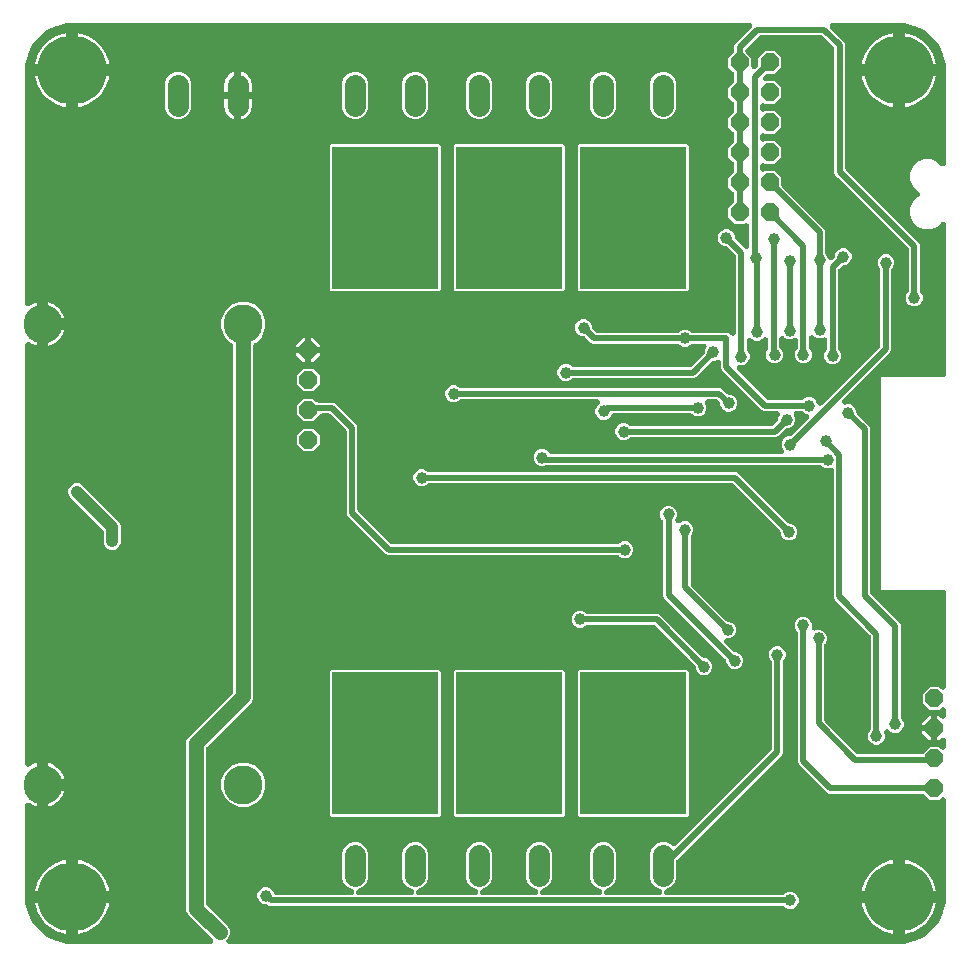
<source format=gbr>
G04 EAGLE Gerber RS-274X export*
G75*
%MOMM*%
%FSLAX34Y34*%
%LPD*%
%INBottom Copper*%
%IPPOS*%
%AMOC8*
5,1,8,0,0,1.08239X$1,22.5*%
G01*
%ADD10R,9.000000X12.000000*%
%ADD11C,5.842000*%
%ADD12C,1.790700*%
%ADD13C,3.302000*%
%ADD14P,1.649562X8X202.500000*%
%ADD15P,1.649562X8X22.500000*%
%ADD16P,1.649562X8X292.500000*%
%ADD17C,1.006400*%
%ADD18C,0.508000*%
%ADD19C,1.016000*%
%ADD20C,1.270000*%

G36*
X166958Y10172D02*
X166958Y10172D01*
X167088Y10174D01*
X167182Y10192D01*
X167277Y10201D01*
X167402Y10235D01*
X167530Y10260D01*
X167619Y10294D01*
X167711Y10319D01*
X167829Y10375D01*
X167950Y10422D01*
X168032Y10472D01*
X168118Y10513D01*
X168224Y10588D01*
X168335Y10656D01*
X168406Y10719D01*
X168484Y10775D01*
X168575Y10868D01*
X168672Y10954D01*
X168731Y11029D01*
X168798Y11097D01*
X168871Y11205D01*
X168952Y11307D01*
X168997Y11391D01*
X169050Y11470D01*
X169103Y11589D01*
X169164Y11704D01*
X169194Y11795D01*
X169233Y11882D01*
X169263Y12009D01*
X169303Y12132D01*
X169317Y12227D01*
X169339Y12320D01*
X169347Y12449D01*
X169365Y12578D01*
X169361Y12674D01*
X169367Y12769D01*
X169352Y12898D01*
X169347Y13028D01*
X169326Y13121D01*
X169315Y13216D01*
X169277Y13341D01*
X169249Y13468D01*
X169212Y13556D01*
X169184Y13647D01*
X169126Y13763D01*
X169075Y13883D01*
X169023Y13964D01*
X168980Y14049D01*
X168902Y14152D01*
X168831Y14261D01*
X168745Y14359D01*
X168708Y14407D01*
X168675Y14438D01*
X168624Y14496D01*
X147878Y35241D01*
X146599Y38329D01*
X146599Y181671D01*
X147878Y184759D01*
X185856Y222736D01*
X185961Y222862D01*
X186073Y222983D01*
X186105Y223035D01*
X186144Y223081D01*
X186226Y223224D01*
X186314Y223363D01*
X186338Y223419D01*
X186368Y223472D01*
X186423Y223627D01*
X186485Y223779D01*
X186498Y223839D01*
X186519Y223897D01*
X186545Y224059D01*
X186580Y224220D01*
X186585Y224297D01*
X186592Y224341D01*
X186591Y224402D01*
X186599Y224532D01*
X186599Y516693D01*
X186580Y516904D01*
X186564Y517116D01*
X186561Y517128D01*
X186559Y517142D01*
X186503Y517346D01*
X186450Y517551D01*
X186444Y517563D01*
X186441Y517576D01*
X186350Y517767D01*
X186261Y517960D01*
X186253Y517971D01*
X186247Y517983D01*
X186124Y518155D01*
X186002Y518329D01*
X185993Y518338D01*
X185985Y518349D01*
X185833Y518497D01*
X185683Y518646D01*
X185672Y518653D01*
X185663Y518663D01*
X185487Y518781D01*
X185313Y518902D01*
X185298Y518909D01*
X185290Y518915D01*
X185254Y518931D01*
X185032Y519039D01*
X184486Y519265D01*
X179265Y524486D01*
X176439Y531308D01*
X176439Y538692D01*
X179265Y545514D01*
X184486Y550735D01*
X191308Y553561D01*
X198692Y553561D01*
X205514Y550735D01*
X210735Y545514D01*
X213561Y538692D01*
X213561Y531308D01*
X210735Y524486D01*
X205514Y519265D01*
X204968Y519039D01*
X204781Y518941D01*
X204591Y518845D01*
X204581Y518837D01*
X204569Y518831D01*
X204402Y518701D01*
X204233Y518573D01*
X204224Y518563D01*
X204213Y518555D01*
X204071Y518397D01*
X203927Y518241D01*
X203920Y518230D01*
X203912Y518221D01*
X203799Y518040D01*
X203686Y517862D01*
X203681Y517849D01*
X203674Y517838D01*
X203594Y517639D01*
X203515Y517445D01*
X203512Y517432D01*
X203507Y517420D01*
X203465Y517213D01*
X203420Y517005D01*
X203419Y516989D01*
X203417Y516979D01*
X203416Y516939D01*
X203401Y516693D01*
X203401Y218329D01*
X202122Y215241D01*
X164144Y177264D01*
X164039Y177138D01*
X163927Y177017D01*
X163895Y176965D01*
X163856Y176919D01*
X163774Y176776D01*
X163686Y176637D01*
X163662Y176581D01*
X163632Y176528D01*
X163577Y176373D01*
X163515Y176221D01*
X163502Y176161D01*
X163481Y176103D01*
X163455Y175941D01*
X163420Y175780D01*
X163415Y175703D01*
X163408Y175659D01*
X163409Y175598D01*
X163401Y175468D01*
X163401Y44532D01*
X163415Y44368D01*
X163422Y44203D01*
X163435Y44144D01*
X163441Y44083D01*
X163484Y43924D01*
X163520Y43764D01*
X163543Y43707D01*
X163559Y43649D01*
X163630Y43501D01*
X163693Y43348D01*
X163726Y43297D01*
X163753Y43242D01*
X163848Y43109D01*
X163938Y42970D01*
X163989Y42912D01*
X164015Y42876D01*
X164058Y42833D01*
X164144Y42736D01*
X182122Y24759D01*
X183401Y21671D01*
X183401Y18329D01*
X182122Y15241D01*
X181376Y14496D01*
X181293Y14396D01*
X181202Y14303D01*
X181148Y14223D01*
X181087Y14150D01*
X181023Y14037D01*
X180950Y13930D01*
X180911Y13842D01*
X180864Y13759D01*
X180820Y13637D01*
X180767Y13518D01*
X180745Y13425D01*
X180713Y13335D01*
X180692Y13207D01*
X180661Y13080D01*
X180655Y12985D01*
X180639Y12891D01*
X180641Y12761D01*
X180633Y12631D01*
X180644Y12536D01*
X180645Y12441D01*
X180670Y12313D01*
X180685Y12184D01*
X180713Y12092D01*
X180731Y11998D01*
X180778Y11877D01*
X180816Y11753D01*
X180859Y11667D01*
X180893Y11578D01*
X180961Y11467D01*
X181020Y11351D01*
X181078Y11275D01*
X181127Y11194D01*
X181213Y11096D01*
X181292Y10993D01*
X181362Y10928D01*
X181425Y10856D01*
X181527Y10776D01*
X181623Y10687D01*
X181704Y10636D01*
X181779Y10577D01*
X181893Y10516D01*
X182003Y10446D01*
X182091Y10409D01*
X182175Y10364D01*
X182299Y10324D01*
X182419Y10275D01*
X182513Y10255D01*
X182604Y10225D01*
X182732Y10207D01*
X182860Y10180D01*
X182990Y10172D01*
X183050Y10164D01*
X183094Y10165D01*
X183171Y10161D01*
X750000Y10161D01*
X750051Y10165D01*
X750142Y10165D01*
X754319Y10399D01*
X754375Y10408D01*
X754433Y10408D01*
X754741Y10459D01*
X762884Y12318D01*
X763007Y12357D01*
X763132Y12387D01*
X763254Y12437D01*
X763313Y12456D01*
X763352Y12477D01*
X763421Y12505D01*
X770947Y16129D01*
X771057Y16195D01*
X771172Y16252D01*
X771280Y16328D01*
X771333Y16360D01*
X771367Y16389D01*
X771428Y16432D01*
X777958Y21640D01*
X778051Y21728D01*
X778151Y21810D01*
X778240Y21908D01*
X778284Y21951D01*
X778310Y21986D01*
X778360Y22042D01*
X783568Y28572D01*
X783639Y28679D01*
X783718Y28781D01*
X783783Y28896D01*
X783817Y28948D01*
X783834Y28988D01*
X783871Y29053D01*
X787495Y36579D01*
X787540Y36699D01*
X787594Y36816D01*
X787632Y36943D01*
X787653Y37000D01*
X787661Y37043D01*
X787682Y37116D01*
X789541Y45259D01*
X789549Y45316D01*
X789564Y45371D01*
X789601Y45681D01*
X789835Y49858D01*
X789834Y49908D01*
X789839Y50000D01*
X789839Y131933D01*
X789828Y132062D01*
X789826Y132192D01*
X789808Y132286D01*
X789799Y132381D01*
X789765Y132507D01*
X789740Y132634D01*
X789706Y132723D01*
X789681Y132815D01*
X789625Y132933D01*
X789578Y133054D01*
X789528Y133136D01*
X789487Y133222D01*
X789412Y133328D01*
X789344Y133439D01*
X789281Y133510D01*
X789225Y133588D01*
X789132Y133679D01*
X789046Y133776D01*
X788971Y133836D01*
X788903Y133902D01*
X788795Y133975D01*
X788693Y134056D01*
X788609Y134101D01*
X788530Y134154D01*
X788411Y134207D01*
X788296Y134268D01*
X788205Y134298D01*
X788118Y134336D01*
X787991Y134367D01*
X787868Y134407D01*
X787773Y134420D01*
X787680Y134443D01*
X787551Y134451D01*
X787422Y134469D01*
X787326Y134465D01*
X787231Y134471D01*
X787102Y134456D01*
X786972Y134450D01*
X786879Y134430D01*
X786784Y134419D01*
X786659Y134381D01*
X786532Y134353D01*
X786444Y134316D01*
X786353Y134288D01*
X786237Y134229D01*
X786117Y134179D01*
X786037Y134127D01*
X785951Y134084D01*
X785848Y134006D01*
X785739Y133935D01*
X785641Y133849D01*
X785593Y133812D01*
X785562Y133779D01*
X785504Y133728D01*
X784006Y132229D01*
X775994Y132229D01*
X771658Y136566D01*
X771532Y136671D01*
X771411Y136783D01*
X771359Y136815D01*
X771313Y136854D01*
X771170Y136936D01*
X771031Y137024D01*
X770975Y137048D01*
X770922Y137078D01*
X770767Y137133D01*
X770615Y137195D01*
X770555Y137208D01*
X770497Y137229D01*
X770335Y137255D01*
X770174Y137290D01*
X770097Y137295D01*
X770053Y137302D01*
X769992Y137301D01*
X769862Y137309D01*
X691187Y137309D01*
X689500Y138008D01*
X665108Y162400D01*
X664409Y164087D01*
X664409Y273522D01*
X664395Y273686D01*
X664388Y273851D01*
X664375Y273910D01*
X664369Y273971D01*
X664326Y274130D01*
X664290Y274290D01*
X664267Y274346D01*
X664251Y274405D01*
X664180Y274553D01*
X664117Y274706D01*
X664084Y274757D01*
X664057Y274812D01*
X663962Y274945D01*
X663872Y275084D01*
X663821Y275142D01*
X663795Y275178D01*
X663752Y275221D01*
X663666Y275318D01*
X662996Y275988D01*
X661917Y278591D01*
X661917Y281409D01*
X662996Y284012D01*
X664988Y286004D01*
X667591Y287083D01*
X670409Y287083D01*
X673012Y286004D01*
X675004Y284012D01*
X676083Y281409D01*
X676083Y278380D01*
X676064Y278287D01*
X676061Y278191D01*
X676049Y278097D01*
X676056Y277967D01*
X676053Y277836D01*
X676067Y277743D01*
X676072Y277647D01*
X676102Y277520D01*
X676122Y277392D01*
X676153Y277302D01*
X676174Y277209D01*
X676226Y277089D01*
X676268Y276966D01*
X676314Y276883D01*
X676352Y276795D01*
X676424Y276686D01*
X676487Y276572D01*
X676548Y276499D01*
X676600Y276419D01*
X676690Y276325D01*
X676773Y276224D01*
X676845Y276162D01*
X676911Y276093D01*
X677016Y276016D01*
X677115Y275932D01*
X677197Y275883D01*
X677274Y275827D01*
X677391Y275770D01*
X677504Y275704D01*
X677593Y275671D01*
X677679Y275630D01*
X677804Y275594D01*
X677926Y275549D01*
X678020Y275533D01*
X678112Y275506D01*
X678241Y275494D01*
X678370Y275471D01*
X678465Y275471D01*
X678560Y275462D01*
X678690Y275472D01*
X678820Y275472D01*
X678914Y275490D01*
X679009Y275497D01*
X679135Y275530D01*
X679263Y275553D01*
X679386Y275596D01*
X679444Y275611D01*
X679485Y275630D01*
X679558Y275655D01*
X680591Y276083D01*
X683409Y276083D01*
X686012Y275004D01*
X688004Y273012D01*
X689083Y270409D01*
X689083Y267591D01*
X688004Y264988D01*
X687334Y264318D01*
X687229Y264192D01*
X687117Y264071D01*
X687085Y264019D01*
X687046Y263973D01*
X686964Y263830D01*
X686876Y263691D01*
X686852Y263635D01*
X686822Y263582D01*
X686767Y263427D01*
X686705Y263275D01*
X686692Y263215D01*
X686671Y263157D01*
X686645Y262995D01*
X686610Y262834D01*
X686605Y262757D01*
X686598Y262713D01*
X686599Y262652D01*
X686591Y262522D01*
X686591Y199953D01*
X686605Y199790D01*
X686612Y199625D01*
X686625Y199566D01*
X686631Y199505D01*
X686674Y199346D01*
X686710Y199186D01*
X686733Y199129D01*
X686749Y199070D01*
X686820Y198922D01*
X686883Y198770D01*
X686916Y198719D01*
X686943Y198664D01*
X687038Y198530D01*
X687128Y198392D01*
X687179Y198334D01*
X687205Y198298D01*
X687248Y198255D01*
X687334Y198158D01*
X714158Y171334D01*
X714284Y171229D01*
X714405Y171117D01*
X714456Y171085D01*
X714503Y171046D01*
X714646Y170964D01*
X714785Y170876D01*
X714841Y170852D01*
X714894Y170822D01*
X715049Y170767D01*
X715201Y170705D01*
X715261Y170692D01*
X715318Y170671D01*
X715481Y170645D01*
X715641Y170610D01*
X715718Y170605D01*
X715763Y170598D01*
X715824Y170599D01*
X715953Y170591D01*
X768562Y170591D01*
X768726Y170605D01*
X768891Y170612D01*
X768950Y170625D01*
X769011Y170631D01*
X769170Y170674D01*
X769330Y170710D01*
X769386Y170733D01*
X769445Y170749D01*
X769594Y170820D01*
X769746Y170883D01*
X769797Y170916D01*
X769852Y170943D01*
X769986Y171038D01*
X770124Y171128D01*
X770182Y171179D01*
X770218Y171205D01*
X770261Y171248D01*
X770358Y171334D01*
X775994Y176971D01*
X784006Y176971D01*
X785504Y175472D01*
X785604Y175389D01*
X785697Y175298D01*
X785777Y175244D01*
X785850Y175183D01*
X785963Y175119D01*
X786070Y175046D01*
X786158Y175007D01*
X786241Y174960D01*
X786363Y174916D01*
X786482Y174864D01*
X786575Y174841D01*
X786665Y174809D01*
X786793Y174788D01*
X786920Y174757D01*
X787015Y174751D01*
X787109Y174735D01*
X787239Y174737D01*
X787369Y174729D01*
X787464Y174740D01*
X787560Y174742D01*
X787687Y174766D01*
X787816Y174781D01*
X787908Y174809D01*
X788002Y174827D01*
X788123Y174874D01*
X788247Y174912D01*
X788333Y174955D01*
X788422Y174989D01*
X788533Y175057D01*
X788649Y175116D01*
X788725Y175174D01*
X788806Y175223D01*
X788904Y175309D01*
X789007Y175388D01*
X789072Y175458D01*
X789144Y175521D01*
X789224Y175623D01*
X789313Y175719D01*
X789364Y175800D01*
X789423Y175875D01*
X789485Y175989D01*
X789554Y176099D01*
X789591Y176187D01*
X789636Y176271D01*
X789676Y176395D01*
X789725Y176515D01*
X789745Y176609D01*
X789775Y176700D01*
X789793Y176828D01*
X789820Y176956D01*
X789828Y177085D01*
X789836Y177146D01*
X789835Y177191D01*
X789839Y177267D01*
X789839Y182040D01*
X789828Y182169D01*
X789826Y182299D01*
X789808Y182393D01*
X789799Y182488D01*
X789765Y182614D01*
X789740Y182741D01*
X789706Y182830D01*
X789681Y182922D01*
X789625Y183040D01*
X789578Y183161D01*
X789528Y183243D01*
X789487Y183329D01*
X789412Y183435D01*
X789344Y183546D01*
X789281Y183617D01*
X789225Y183695D01*
X789132Y183786D01*
X789046Y183883D01*
X788971Y183943D01*
X788903Y184009D01*
X788795Y184082D01*
X788693Y184163D01*
X788609Y184208D01*
X788530Y184261D01*
X788411Y184314D01*
X788296Y184375D01*
X788205Y184405D01*
X788118Y184444D01*
X787991Y184474D01*
X787868Y184515D01*
X787773Y184528D01*
X787680Y184550D01*
X787551Y184558D01*
X787422Y184576D01*
X787326Y184572D01*
X787231Y184578D01*
X787102Y184563D01*
X786972Y184558D01*
X786879Y184537D01*
X786784Y184526D01*
X786659Y184488D01*
X786532Y184460D01*
X786444Y184423D01*
X786353Y184396D01*
X786237Y184336D01*
X786117Y184286D01*
X786037Y184235D01*
X785951Y184191D01*
X785848Y184113D01*
X785739Y184042D01*
X785641Y183956D01*
X785593Y183919D01*
X785562Y183886D01*
X785504Y183835D01*
X784209Y182539D01*
X782539Y182539D01*
X782539Y192700D01*
X782539Y202861D01*
X784209Y202861D01*
X785504Y201565D01*
X785604Y201482D01*
X785697Y201391D01*
X785777Y201337D01*
X785850Y201276D01*
X785963Y201212D01*
X786070Y201139D01*
X786158Y201100D01*
X786241Y201053D01*
X786363Y201009D01*
X786482Y200956D01*
X786575Y200934D01*
X786665Y200902D01*
X786793Y200881D01*
X786920Y200850D01*
X787015Y200844D01*
X787109Y200828D01*
X787239Y200830D01*
X787369Y200822D01*
X787464Y200833D01*
X787560Y200834D01*
X787687Y200859D01*
X787816Y200874D01*
X787908Y200902D01*
X788002Y200920D01*
X788123Y200967D01*
X788247Y201004D01*
X788333Y201048D01*
X788422Y201082D01*
X788533Y201150D01*
X788649Y201209D01*
X788725Y201267D01*
X788806Y201316D01*
X788904Y201402D01*
X789007Y201481D01*
X789072Y201551D01*
X789144Y201614D01*
X789224Y201716D01*
X789313Y201812D01*
X789364Y201893D01*
X789423Y201967D01*
X789485Y202082D01*
X789554Y202192D01*
X789591Y202280D01*
X789636Y202364D01*
X789676Y202488D01*
X789725Y202608D01*
X789745Y202702D01*
X789775Y202793D01*
X789793Y202921D01*
X789820Y203049D01*
X789828Y203178D01*
X789836Y203239D01*
X789835Y203284D01*
X789839Y203360D01*
X789839Y208133D01*
X789828Y208262D01*
X789826Y208392D01*
X789808Y208486D01*
X789799Y208581D01*
X789765Y208707D01*
X789740Y208834D01*
X789706Y208923D01*
X789681Y209015D01*
X789625Y209133D01*
X789578Y209254D01*
X789528Y209336D01*
X789487Y209422D01*
X789412Y209528D01*
X789344Y209639D01*
X789281Y209710D01*
X789225Y209788D01*
X789132Y209879D01*
X789046Y209976D01*
X788971Y210036D01*
X788903Y210102D01*
X788795Y210175D01*
X788693Y210256D01*
X788609Y210301D01*
X788530Y210354D01*
X788411Y210407D01*
X788296Y210468D01*
X788205Y210498D01*
X788118Y210536D01*
X787991Y210567D01*
X787868Y210607D01*
X787773Y210620D01*
X787680Y210643D01*
X787551Y210651D01*
X787422Y210669D01*
X787326Y210665D01*
X787231Y210671D01*
X787102Y210656D01*
X786972Y210650D01*
X786879Y210630D01*
X786784Y210619D01*
X786659Y210581D01*
X786532Y210553D01*
X786444Y210516D01*
X786353Y210488D01*
X786237Y210429D01*
X786117Y210379D01*
X786037Y210327D01*
X785951Y210284D01*
X785848Y210206D01*
X785739Y210135D01*
X785641Y210049D01*
X785593Y210012D01*
X785562Y209979D01*
X785504Y209928D01*
X784006Y208429D01*
X775994Y208429D01*
X770329Y214094D01*
X770329Y222106D01*
X775994Y227771D01*
X784006Y227771D01*
X785504Y226272D01*
X785604Y226189D01*
X785697Y226098D01*
X785777Y226044D01*
X785850Y225983D01*
X785963Y225919D01*
X786070Y225846D01*
X786158Y225807D01*
X786241Y225760D01*
X786363Y225716D01*
X786482Y225664D01*
X786575Y225641D01*
X786665Y225609D01*
X786793Y225588D01*
X786920Y225557D01*
X787015Y225551D01*
X787109Y225535D01*
X787239Y225537D01*
X787369Y225529D01*
X787464Y225540D01*
X787560Y225542D01*
X787687Y225566D01*
X787816Y225581D01*
X787908Y225609D01*
X788002Y225627D01*
X788123Y225674D01*
X788247Y225712D01*
X788333Y225755D01*
X788422Y225789D01*
X788533Y225857D01*
X788649Y225916D01*
X788725Y225974D01*
X788806Y226023D01*
X788904Y226109D01*
X789007Y226188D01*
X789072Y226258D01*
X789144Y226321D01*
X789224Y226423D01*
X789313Y226519D01*
X789364Y226600D01*
X789423Y226675D01*
X789485Y226789D01*
X789554Y226899D01*
X789591Y226987D01*
X789636Y227071D01*
X789676Y227195D01*
X789725Y227315D01*
X789745Y227409D01*
X789775Y227500D01*
X789793Y227628D01*
X789820Y227756D01*
X789828Y227885D01*
X789836Y227946D01*
X789835Y227991D01*
X789839Y228067D01*
X789839Y307460D01*
X789836Y307495D01*
X789838Y307529D01*
X789816Y307718D01*
X789799Y307909D01*
X789790Y307942D01*
X789786Y307976D01*
X789731Y308159D01*
X789681Y308343D01*
X789666Y308374D01*
X789656Y308407D01*
X789569Y308578D01*
X789487Y308750D01*
X789467Y308778D01*
X789452Y308809D01*
X789337Y308960D01*
X789225Y309116D01*
X789200Y309140D01*
X789180Y309167D01*
X789040Y309296D01*
X788903Y309430D01*
X788874Y309449D01*
X788848Y309473D01*
X788687Y309575D01*
X788530Y309682D01*
X788498Y309696D01*
X788469Y309714D01*
X788292Y309787D01*
X788118Y309864D01*
X788084Y309872D01*
X788052Y309885D01*
X787865Y309925D01*
X787680Y309971D01*
X787646Y309973D01*
X787612Y309980D01*
X787300Y309999D01*
X735000Y309999D01*
X734999Y310000D01*
X734999Y490000D01*
X735000Y490001D01*
X787300Y490001D01*
X787335Y490004D01*
X787369Y490002D01*
X787558Y490024D01*
X787749Y490041D01*
X787782Y490050D01*
X787816Y490054D01*
X787999Y490109D01*
X788183Y490159D01*
X788214Y490174D01*
X788247Y490184D01*
X788418Y490271D01*
X788590Y490353D01*
X788618Y490373D01*
X788649Y490388D01*
X788801Y490504D01*
X788956Y490615D01*
X788980Y490640D01*
X789007Y490660D01*
X789136Y490800D01*
X789270Y490937D01*
X789289Y490966D01*
X789313Y490992D01*
X789415Y491153D01*
X789522Y491310D01*
X789536Y491342D01*
X789554Y491371D01*
X789627Y491548D01*
X789704Y491722D01*
X789712Y491756D01*
X789725Y491788D01*
X789765Y491975D01*
X789811Y492160D01*
X789813Y492194D01*
X789820Y492228D01*
X789839Y492540D01*
X789839Y618976D01*
X789828Y619105D01*
X789826Y619235D01*
X789808Y619329D01*
X789799Y619424D01*
X789765Y619550D01*
X789740Y619677D01*
X789706Y619766D01*
X789681Y619858D01*
X789625Y619976D01*
X789578Y620097D01*
X789528Y620179D01*
X789487Y620265D01*
X789412Y620371D01*
X789344Y620482D01*
X789281Y620553D01*
X789225Y620631D01*
X789132Y620722D01*
X789046Y620819D01*
X788971Y620879D01*
X788903Y620945D01*
X788795Y621018D01*
X788693Y621099D01*
X788609Y621144D01*
X788530Y621197D01*
X788411Y621250D01*
X788296Y621311D01*
X788205Y621341D01*
X788118Y621380D01*
X787991Y621410D01*
X787868Y621451D01*
X787773Y621464D01*
X787680Y621486D01*
X787551Y621494D01*
X787422Y621512D01*
X787326Y621508D01*
X787231Y621514D01*
X787102Y621499D01*
X786972Y621494D01*
X786879Y621473D01*
X786784Y621462D01*
X786659Y621424D01*
X786532Y621396D01*
X786444Y621359D01*
X786353Y621332D01*
X786237Y621272D01*
X786117Y621222D01*
X786037Y621170D01*
X785951Y621127D01*
X785848Y621049D01*
X785739Y620978D01*
X785641Y620892D01*
X785593Y620855D01*
X785562Y620822D01*
X785504Y620771D01*
X782305Y617571D01*
X776916Y615339D01*
X771084Y615339D01*
X765695Y617571D01*
X761571Y621695D01*
X759339Y627084D01*
X759339Y632916D01*
X761571Y638305D01*
X765695Y642429D01*
X766239Y642654D01*
X766354Y642714D01*
X766474Y642766D01*
X766554Y642818D01*
X766638Y642863D01*
X766741Y642942D01*
X766850Y643014D01*
X766919Y643080D01*
X766994Y643138D01*
X767081Y643235D01*
X767175Y643324D01*
X767232Y643402D01*
X767296Y643472D01*
X767365Y643583D01*
X767441Y643688D01*
X767483Y643774D01*
X767534Y643855D01*
X767582Y643975D01*
X767639Y644092D01*
X767665Y644184D01*
X767700Y644273D01*
X767727Y644401D01*
X767762Y644526D01*
X767771Y644621D01*
X767791Y644714D01*
X767794Y644844D01*
X767807Y644974D01*
X767799Y645069D01*
X767801Y645164D01*
X767782Y645293D01*
X767771Y645423D01*
X767747Y645515D01*
X767733Y645609D01*
X767690Y645732D01*
X767657Y645858D01*
X767617Y645945D01*
X767586Y646035D01*
X767523Y646149D01*
X767468Y646267D01*
X767413Y646345D01*
X767367Y646428D01*
X767284Y646529D01*
X767210Y646636D01*
X767142Y646703D01*
X767082Y646777D01*
X766983Y646861D01*
X766890Y646953D01*
X766812Y647007D01*
X766739Y647069D01*
X766627Y647135D01*
X766520Y647209D01*
X766403Y647266D01*
X766351Y647297D01*
X766309Y647312D01*
X766239Y647346D01*
X765695Y647571D01*
X761571Y651695D01*
X759339Y657084D01*
X759339Y662916D01*
X761571Y668305D01*
X765695Y672429D01*
X771084Y674661D01*
X776916Y674661D01*
X782305Y672429D01*
X785504Y669229D01*
X785604Y669146D01*
X785697Y669055D01*
X785777Y669001D01*
X785850Y668940D01*
X785963Y668876D01*
X786070Y668803D01*
X786158Y668764D01*
X786241Y668717D01*
X786363Y668673D01*
X786482Y668620D01*
X786575Y668598D01*
X786665Y668566D01*
X786793Y668545D01*
X786920Y668514D01*
X787015Y668508D01*
X787109Y668492D01*
X787239Y668494D01*
X787369Y668486D01*
X787464Y668497D01*
X787560Y668498D01*
X787687Y668523D01*
X787816Y668538D01*
X787908Y668566D01*
X788002Y668584D01*
X788123Y668631D01*
X788247Y668668D01*
X788333Y668712D01*
X788422Y668746D01*
X788533Y668814D01*
X788649Y668873D01*
X788725Y668931D01*
X788806Y668980D01*
X788904Y669066D01*
X789007Y669145D01*
X789072Y669215D01*
X789144Y669278D01*
X789224Y669380D01*
X789313Y669476D01*
X789364Y669557D01*
X789423Y669631D01*
X789484Y669746D01*
X789554Y669856D01*
X789591Y669944D01*
X789636Y670028D01*
X789676Y670152D01*
X789725Y670272D01*
X789745Y670366D01*
X789775Y670457D01*
X789793Y670585D01*
X789820Y670713D01*
X789828Y670842D01*
X789836Y670903D01*
X789835Y670948D01*
X789839Y671024D01*
X789839Y750000D01*
X789835Y750051D01*
X789835Y750142D01*
X789601Y754319D01*
X789592Y754375D01*
X789592Y754433D01*
X789555Y754657D01*
X789553Y754677D01*
X789550Y754684D01*
X789541Y754741D01*
X787682Y762884D01*
X787643Y763007D01*
X787613Y763132D01*
X787563Y763254D01*
X787544Y763313D01*
X787523Y763352D01*
X787495Y763421D01*
X783871Y770947D01*
X783805Y771057D01*
X783748Y771172D01*
X783672Y771280D01*
X783640Y771333D01*
X783611Y771367D01*
X783568Y771428D01*
X778360Y777958D01*
X778272Y778051D01*
X778190Y778151D01*
X778092Y778240D01*
X778049Y778284D01*
X778014Y778310D01*
X777958Y778360D01*
X771428Y783568D01*
X771321Y783639D01*
X771219Y783718D01*
X771104Y783783D01*
X771052Y783817D01*
X771012Y783834D01*
X770947Y783871D01*
X763421Y787495D01*
X763301Y787540D01*
X763184Y787594D01*
X763057Y787632D01*
X763000Y787653D01*
X762957Y787661D01*
X762884Y787682D01*
X754741Y789541D01*
X754684Y789549D01*
X754629Y789564D01*
X754319Y789601D01*
X750142Y789835D01*
X750092Y789834D01*
X750000Y789839D01*
X693783Y789839D01*
X693654Y789828D01*
X693524Y789826D01*
X693430Y789808D01*
X693335Y789799D01*
X693209Y789765D01*
X693082Y789740D01*
X692992Y789706D01*
X692900Y789681D01*
X692783Y789625D01*
X692662Y789578D01*
X692580Y789528D01*
X692494Y789487D01*
X692388Y789412D01*
X692277Y789344D01*
X692205Y789281D01*
X692128Y789225D01*
X692037Y789132D01*
X691940Y789046D01*
X691880Y788971D01*
X691814Y788903D01*
X691741Y788795D01*
X691660Y788693D01*
X691615Y788609D01*
X691562Y788530D01*
X691509Y788411D01*
X691448Y788296D01*
X691418Y788205D01*
X691379Y788118D01*
X691349Y787991D01*
X691308Y787868D01*
X691295Y787773D01*
X691273Y787680D01*
X691265Y787551D01*
X691247Y787422D01*
X691251Y787326D01*
X691245Y787231D01*
X691260Y787102D01*
X691265Y786972D01*
X691286Y786879D01*
X691297Y786784D01*
X691335Y786659D01*
X691363Y786532D01*
X691400Y786444D01*
X691427Y786353D01*
X691486Y786237D01*
X691537Y786117D01*
X691588Y786036D01*
X691632Y785951D01*
X691710Y785848D01*
X691781Y785739D01*
X691867Y785641D01*
X691904Y785593D01*
X691937Y785562D01*
X691988Y785504D01*
X703892Y773600D01*
X704591Y771913D01*
X704591Y666953D01*
X704605Y666790D01*
X704612Y666625D01*
X704625Y666566D01*
X704631Y666505D01*
X704674Y666346D01*
X704710Y666186D01*
X704733Y666129D01*
X704749Y666070D01*
X704820Y665922D01*
X704883Y665770D01*
X704916Y665719D01*
X704943Y665664D01*
X705038Y665530D01*
X705128Y665392D01*
X705179Y665334D01*
X705205Y665298D01*
X705248Y665255D01*
X705334Y665158D01*
X765243Y605249D01*
X766892Y603600D01*
X767591Y601913D01*
X767591Y563478D01*
X767605Y563314D01*
X767612Y563149D01*
X767625Y563090D01*
X767631Y563029D01*
X767674Y562870D01*
X767710Y562710D01*
X767733Y562654D01*
X767749Y562595D01*
X767820Y562447D01*
X767883Y562294D01*
X767916Y562243D01*
X767943Y562188D01*
X768038Y562055D01*
X768128Y561916D01*
X768179Y561858D01*
X768205Y561822D01*
X768248Y561779D01*
X768334Y561682D01*
X769004Y561012D01*
X770083Y558409D01*
X770083Y555591D01*
X769004Y552988D01*
X767012Y550996D01*
X764409Y549917D01*
X761591Y549917D01*
X758988Y550996D01*
X756996Y552988D01*
X755917Y555591D01*
X755917Y558409D01*
X756996Y561012D01*
X757666Y561682D01*
X757771Y561808D01*
X757883Y561929D01*
X757915Y561981D01*
X757954Y562027D01*
X758036Y562170D01*
X758124Y562309D01*
X758148Y562365D01*
X758178Y562418D01*
X758233Y562573D01*
X758295Y562725D01*
X758308Y562785D01*
X758329Y562843D01*
X758355Y563005D01*
X758390Y563166D01*
X758395Y563243D01*
X758402Y563287D01*
X758401Y563348D01*
X758409Y563478D01*
X758409Y598047D01*
X758395Y598210D01*
X758388Y598375D01*
X758375Y598434D01*
X758369Y598495D01*
X758326Y598654D01*
X758290Y598814D01*
X758267Y598871D01*
X758251Y598930D01*
X758180Y599078D01*
X758117Y599230D01*
X758084Y599281D01*
X758057Y599336D01*
X757962Y599470D01*
X757872Y599608D01*
X757821Y599666D01*
X757795Y599702D01*
X757752Y599745D01*
X757666Y599842D01*
X697757Y659751D01*
X696108Y661400D01*
X695409Y663087D01*
X695409Y768047D01*
X695395Y768210D01*
X695388Y768375D01*
X695375Y768434D01*
X695369Y768495D01*
X695326Y768654D01*
X695290Y768814D01*
X695267Y768871D01*
X695251Y768930D01*
X695180Y769078D01*
X695117Y769230D01*
X695084Y769281D01*
X695057Y769336D01*
X694962Y769470D01*
X694872Y769608D01*
X694821Y769666D01*
X694795Y769702D01*
X694752Y769745D01*
X694666Y769842D01*
X685842Y778666D01*
X685716Y778771D01*
X685595Y778883D01*
X685544Y778915D01*
X685497Y778954D01*
X685354Y779036D01*
X685215Y779124D01*
X685159Y779148D01*
X685106Y779178D01*
X684951Y779233D01*
X684799Y779295D01*
X684739Y779308D01*
X684682Y779329D01*
X684519Y779355D01*
X684359Y779390D01*
X684282Y779395D01*
X684237Y779402D01*
X684176Y779401D01*
X684047Y779409D01*
X632953Y779409D01*
X632790Y779395D01*
X632625Y779388D01*
X632566Y779375D01*
X632505Y779369D01*
X632346Y779326D01*
X632186Y779290D01*
X632129Y779267D01*
X632070Y779251D01*
X631922Y779180D01*
X631770Y779117D01*
X631719Y779084D01*
X631664Y779057D01*
X631530Y778962D01*
X631392Y778872D01*
X631334Y778821D01*
X631298Y778795D01*
X631255Y778752D01*
X631158Y778666D01*
X620780Y768288D01*
X620758Y768261D01*
X620732Y768238D01*
X620614Y768089D01*
X620491Y767942D01*
X620474Y767912D01*
X620452Y767885D01*
X620362Y767717D01*
X620268Y767551D01*
X620256Y767519D01*
X620240Y767488D01*
X620181Y767307D01*
X620117Y767127D01*
X620111Y767093D01*
X620100Y767060D01*
X620074Y766871D01*
X620043Y766683D01*
X620044Y766648D01*
X620039Y766614D01*
X620047Y766423D01*
X620049Y766233D01*
X620056Y766199D01*
X620057Y766164D01*
X620099Y765978D01*
X620135Y765791D01*
X620148Y765758D01*
X620155Y765724D01*
X620229Y765548D01*
X620297Y765371D01*
X620315Y765341D01*
X620329Y765309D01*
X620432Y765149D01*
X620531Y764986D01*
X620554Y764960D01*
X620573Y764931D01*
X620780Y764697D01*
X624971Y760506D01*
X624971Y753393D01*
X624982Y753264D01*
X624984Y753134D01*
X625002Y753040D01*
X625011Y752945D01*
X625045Y752819D01*
X625070Y752692D01*
X625104Y752602D01*
X625129Y752510D01*
X625185Y752393D01*
X625232Y752272D01*
X625282Y752190D01*
X625323Y752104D01*
X625398Y751998D01*
X625466Y751887D01*
X625529Y751815D01*
X625585Y751738D01*
X625678Y751647D01*
X625764Y751550D01*
X625839Y751490D01*
X625907Y751424D01*
X626015Y751351D01*
X626117Y751270D01*
X626201Y751225D01*
X626280Y751172D01*
X626399Y751119D01*
X626514Y751058D01*
X626605Y751028D01*
X626692Y750989D01*
X626819Y750959D01*
X626942Y750918D01*
X627037Y750905D01*
X627130Y750883D01*
X627259Y750875D01*
X627388Y750857D01*
X627484Y750861D01*
X627579Y750855D01*
X627708Y750870D01*
X627838Y750875D01*
X627931Y750896D01*
X628026Y750907D01*
X628151Y750945D01*
X628278Y750973D01*
X628366Y751010D01*
X628457Y751037D01*
X628573Y751096D01*
X628693Y751147D01*
X628774Y751198D01*
X628859Y751242D01*
X628962Y751320D01*
X629071Y751391D01*
X629169Y751477D01*
X629217Y751514D01*
X629248Y751547D01*
X629306Y751598D01*
X630286Y752578D01*
X630391Y752704D01*
X630503Y752825D01*
X630535Y752876D01*
X630574Y752923D01*
X630656Y753066D01*
X630744Y753205D01*
X630768Y753261D01*
X630798Y753314D01*
X630853Y753469D01*
X630915Y753621D01*
X630928Y753681D01*
X630949Y753738D01*
X630975Y753901D01*
X631010Y754061D01*
X631015Y754138D01*
X631022Y754183D01*
X631021Y754244D01*
X631029Y754373D01*
X631029Y760506D01*
X636694Y766171D01*
X644706Y766171D01*
X650371Y760506D01*
X650371Y752494D01*
X644706Y746829D01*
X638573Y746829D01*
X638410Y746815D01*
X638245Y746808D01*
X638186Y746795D01*
X638125Y746789D01*
X637966Y746746D01*
X637806Y746710D01*
X637749Y746687D01*
X637690Y746671D01*
X637542Y746600D01*
X637390Y746537D01*
X637339Y746504D01*
X637284Y746477D01*
X637150Y746382D01*
X637012Y746292D01*
X636954Y746241D01*
X636918Y746215D01*
X636875Y746172D01*
X636778Y746086D01*
X635798Y745106D01*
X635714Y745006D01*
X635624Y744913D01*
X635570Y744833D01*
X635509Y744760D01*
X635444Y744647D01*
X635372Y744540D01*
X635333Y744452D01*
X635286Y744369D01*
X635242Y744247D01*
X635189Y744128D01*
X635167Y744035D01*
X635135Y743945D01*
X635113Y743816D01*
X635083Y743690D01*
X635077Y743595D01*
X635061Y743501D01*
X635063Y743370D01*
X635055Y743241D01*
X635066Y743146D01*
X635067Y743050D01*
X635092Y742923D01*
X635107Y742794D01*
X635135Y742702D01*
X635153Y742608D01*
X635200Y742487D01*
X635237Y742363D01*
X635281Y742278D01*
X635315Y742188D01*
X635383Y742077D01*
X635442Y741961D01*
X635499Y741885D01*
X635549Y741804D01*
X635635Y741706D01*
X635714Y741603D01*
X635784Y741538D01*
X635847Y741466D01*
X635949Y741386D01*
X636045Y741297D01*
X636126Y741246D01*
X636200Y741187D01*
X636315Y741126D01*
X636425Y741056D01*
X636513Y741019D01*
X636597Y740974D01*
X636721Y740934D01*
X636841Y740885D01*
X636935Y740865D01*
X637025Y740835D01*
X637154Y740817D01*
X637281Y740790D01*
X637411Y740782D01*
X637472Y740774D01*
X637516Y740775D01*
X637593Y740771D01*
X644706Y740771D01*
X650371Y735106D01*
X650371Y727094D01*
X644706Y721429D01*
X636649Y721429D01*
X636580Y721487D01*
X636467Y721551D01*
X636360Y721624D01*
X636272Y721663D01*
X636189Y721710D01*
X636067Y721754D01*
X635948Y721806D01*
X635855Y721829D01*
X635765Y721861D01*
X635637Y721882D01*
X635510Y721913D01*
X635415Y721919D01*
X635321Y721935D01*
X635191Y721933D01*
X635061Y721941D01*
X634966Y721930D01*
X634871Y721928D01*
X634743Y721904D01*
X634614Y721889D01*
X634522Y721861D01*
X634428Y721843D01*
X634307Y721796D01*
X634183Y721758D01*
X634098Y721715D01*
X634008Y721681D01*
X633897Y721613D01*
X633781Y721554D01*
X633705Y721496D01*
X633624Y721447D01*
X633526Y721361D01*
X633423Y721282D01*
X633358Y721212D01*
X633286Y721149D01*
X633206Y721047D01*
X633117Y720951D01*
X633066Y720870D01*
X633007Y720796D01*
X632945Y720681D01*
X632876Y720571D01*
X632839Y720483D01*
X632794Y720399D01*
X632754Y720275D01*
X632705Y720155D01*
X632685Y720061D01*
X632655Y719970D01*
X632637Y719842D01*
X632610Y719714D01*
X632602Y719585D01*
X632594Y719524D01*
X632595Y719480D01*
X632591Y719403D01*
X632591Y717397D01*
X632602Y717268D01*
X632604Y717138D01*
X632622Y717044D01*
X632631Y716949D01*
X632665Y716823D01*
X632690Y716696D01*
X632724Y716607D01*
X632749Y716515D01*
X632805Y716397D01*
X632852Y716276D01*
X632902Y716194D01*
X632943Y716108D01*
X633018Y716002D01*
X633086Y715891D01*
X633149Y715820D01*
X633205Y715742D01*
X633298Y715651D01*
X633384Y715554D01*
X633459Y715494D01*
X633527Y715428D01*
X633635Y715355D01*
X633737Y715274D01*
X633821Y715229D01*
X633900Y715176D01*
X634019Y715123D01*
X634134Y715062D01*
X634225Y715032D01*
X634312Y714994D01*
X634439Y714963D01*
X634562Y714923D01*
X634657Y714909D01*
X634750Y714887D01*
X634879Y714879D01*
X635008Y714861D01*
X635104Y714865D01*
X635199Y714859D01*
X635328Y714874D01*
X635458Y714880D01*
X635551Y714900D01*
X635646Y714911D01*
X635771Y714949D01*
X635898Y714977D01*
X635986Y715014D01*
X636077Y715042D01*
X636193Y715101D01*
X636313Y715151D01*
X636393Y715203D01*
X636479Y715246D01*
X636582Y715324D01*
X636654Y715371D01*
X644706Y715371D01*
X650371Y709706D01*
X650371Y701694D01*
X644706Y696029D01*
X636649Y696029D01*
X636580Y696087D01*
X636467Y696151D01*
X636360Y696224D01*
X636272Y696263D01*
X636189Y696310D01*
X636067Y696354D01*
X635948Y696406D01*
X635855Y696429D01*
X635765Y696461D01*
X635637Y696482D01*
X635510Y696513D01*
X635415Y696519D01*
X635321Y696535D01*
X635191Y696533D01*
X635061Y696541D01*
X634966Y696530D01*
X634871Y696528D01*
X634743Y696504D01*
X634614Y696489D01*
X634522Y696461D01*
X634428Y696443D01*
X634307Y696396D01*
X634183Y696358D01*
X634098Y696315D01*
X634008Y696281D01*
X633897Y696213D01*
X633781Y696154D01*
X633705Y696096D01*
X633624Y696047D01*
X633526Y695961D01*
X633423Y695882D01*
X633358Y695812D01*
X633286Y695749D01*
X633206Y695647D01*
X633117Y695551D01*
X633066Y695470D01*
X633007Y695396D01*
X632945Y695281D01*
X632876Y695171D01*
X632839Y695083D01*
X632794Y694999D01*
X632754Y694875D01*
X632705Y694755D01*
X632685Y694661D01*
X632655Y694570D01*
X632637Y694442D01*
X632610Y694314D01*
X632602Y694185D01*
X632594Y694124D01*
X632595Y694080D01*
X632591Y694003D01*
X632591Y691997D01*
X632602Y691868D01*
X632604Y691738D01*
X632622Y691644D01*
X632631Y691549D01*
X632665Y691423D01*
X632690Y691296D01*
X632724Y691207D01*
X632749Y691115D01*
X632805Y690997D01*
X632852Y690876D01*
X632902Y690794D01*
X632943Y690708D01*
X633018Y690602D01*
X633086Y690491D01*
X633149Y690420D01*
X633205Y690342D01*
X633298Y690251D01*
X633384Y690154D01*
X633459Y690094D01*
X633527Y690028D01*
X633635Y689955D01*
X633737Y689874D01*
X633821Y689829D01*
X633900Y689776D01*
X634019Y689723D01*
X634134Y689662D01*
X634225Y689632D01*
X634312Y689594D01*
X634439Y689563D01*
X634562Y689523D01*
X634657Y689509D01*
X634750Y689487D01*
X634879Y689479D01*
X635008Y689461D01*
X635104Y689465D01*
X635199Y689459D01*
X635328Y689474D01*
X635458Y689480D01*
X635551Y689500D01*
X635646Y689511D01*
X635771Y689549D01*
X635898Y689577D01*
X635986Y689614D01*
X636077Y689642D01*
X636193Y689701D01*
X636313Y689751D01*
X636393Y689803D01*
X636479Y689846D01*
X636582Y689924D01*
X636654Y689971D01*
X644706Y689971D01*
X650371Y684306D01*
X650371Y676294D01*
X644706Y670629D01*
X636649Y670629D01*
X636580Y670687D01*
X636467Y670751D01*
X636360Y670824D01*
X636272Y670863D01*
X636189Y670910D01*
X636067Y670954D01*
X635948Y671006D01*
X635855Y671029D01*
X635765Y671061D01*
X635637Y671082D01*
X635510Y671113D01*
X635415Y671119D01*
X635321Y671135D01*
X635191Y671133D01*
X635061Y671141D01*
X634966Y671130D01*
X634871Y671128D01*
X634743Y671104D01*
X634614Y671089D01*
X634522Y671061D01*
X634428Y671043D01*
X634307Y670996D01*
X634183Y670958D01*
X634098Y670915D01*
X634008Y670881D01*
X633897Y670813D01*
X633781Y670754D01*
X633705Y670696D01*
X633624Y670647D01*
X633526Y670561D01*
X633423Y670482D01*
X633358Y670412D01*
X633286Y670349D01*
X633206Y670247D01*
X633117Y670151D01*
X633066Y670070D01*
X633007Y669996D01*
X632945Y669881D01*
X632876Y669771D01*
X632839Y669683D01*
X632794Y669599D01*
X632754Y669475D01*
X632705Y669355D01*
X632685Y669261D01*
X632655Y669170D01*
X632637Y669042D01*
X632610Y668914D01*
X632602Y668785D01*
X632594Y668724D01*
X632595Y668680D01*
X632591Y668603D01*
X632591Y666597D01*
X632602Y666468D01*
X632604Y666338D01*
X632622Y666244D01*
X632631Y666149D01*
X632665Y666023D01*
X632690Y665896D01*
X632724Y665807D01*
X632749Y665715D01*
X632805Y665597D01*
X632852Y665476D01*
X632902Y665394D01*
X632943Y665308D01*
X633018Y665202D01*
X633086Y665091D01*
X633149Y665020D01*
X633205Y664942D01*
X633298Y664851D01*
X633384Y664754D01*
X633459Y664694D01*
X633527Y664628D01*
X633635Y664555D01*
X633737Y664474D01*
X633821Y664429D01*
X633900Y664376D01*
X634019Y664323D01*
X634134Y664262D01*
X634225Y664232D01*
X634312Y664194D01*
X634439Y664163D01*
X634562Y664123D01*
X634657Y664109D01*
X634750Y664087D01*
X634879Y664079D01*
X635008Y664061D01*
X635104Y664065D01*
X635199Y664059D01*
X635328Y664074D01*
X635458Y664080D01*
X635551Y664100D01*
X635646Y664111D01*
X635771Y664149D01*
X635898Y664177D01*
X635986Y664214D01*
X636077Y664242D01*
X636193Y664301D01*
X636313Y664351D01*
X636393Y664403D01*
X636479Y664446D01*
X636582Y664524D01*
X636654Y664571D01*
X644706Y664571D01*
X650371Y658906D01*
X650371Y652773D01*
X650385Y652610D01*
X650392Y652445D01*
X650405Y652386D01*
X650411Y652325D01*
X650454Y652166D01*
X650490Y652006D01*
X650513Y651949D01*
X650529Y651890D01*
X650600Y651742D01*
X650663Y651590D01*
X650696Y651539D01*
X650723Y651484D01*
X650818Y651350D01*
X650908Y651212D01*
X650959Y651154D01*
X650985Y651118D01*
X651028Y651075D01*
X651114Y650978D01*
X686892Y615200D01*
X687591Y613513D01*
X687591Y595478D01*
X687605Y595314D01*
X687612Y595149D01*
X687625Y595090D01*
X687631Y595029D01*
X687674Y594870D01*
X687710Y594710D01*
X687733Y594654D01*
X687749Y594595D01*
X687820Y594447D01*
X687883Y594294D01*
X687916Y594243D01*
X687943Y594188D01*
X688038Y594055D01*
X688128Y593916D01*
X688179Y593858D01*
X688205Y593822D01*
X688248Y593779D01*
X688334Y593682D01*
X689004Y593012D01*
X690044Y590502D01*
X690082Y590429D01*
X690112Y590352D01*
X690186Y590230D01*
X690253Y590103D01*
X690303Y590038D01*
X690346Y589967D01*
X690441Y589860D01*
X690528Y589747D01*
X690590Y589692D01*
X690644Y589630D01*
X690757Y589541D01*
X690863Y589445D01*
X690933Y589402D01*
X690997Y589350D01*
X691124Y589283D01*
X691245Y589207D01*
X691322Y589177D01*
X691394Y589138D01*
X691530Y589094D01*
X691663Y589041D01*
X691744Y589024D01*
X691822Y588999D01*
X691964Y588979D01*
X692104Y588950D01*
X692187Y588948D01*
X692268Y588937D01*
X692412Y588943D01*
X692555Y588940D01*
X692636Y588952D01*
X692718Y588956D01*
X692858Y588987D01*
X693000Y589008D01*
X693078Y589035D01*
X693158Y589053D01*
X693290Y589108D01*
X693425Y589155D01*
X693497Y589195D01*
X693573Y589227D01*
X693694Y589304D01*
X693819Y589374D01*
X693882Y589426D01*
X693952Y589471D01*
X694137Y589635D01*
X694167Y589659D01*
X694174Y589667D01*
X694186Y589678D01*
X695174Y590666D01*
X695279Y590792D01*
X695391Y590913D01*
X695423Y590964D01*
X695462Y591011D01*
X695544Y591154D01*
X695632Y591293D01*
X695656Y591349D01*
X695686Y591402D01*
X695741Y591557D01*
X695803Y591709D01*
X695816Y591769D01*
X695837Y591826D01*
X695863Y591989D01*
X695898Y592149D01*
X695903Y592226D01*
X695910Y592271D01*
X695909Y592332D01*
X695917Y592461D01*
X695917Y593409D01*
X696996Y596012D01*
X698988Y598004D01*
X701591Y599083D01*
X704409Y599083D01*
X707012Y598004D01*
X709004Y596012D01*
X710083Y593409D01*
X710083Y590591D01*
X709004Y587988D01*
X707012Y585996D01*
X704409Y584917D01*
X703461Y584917D01*
X703298Y584903D01*
X703133Y584896D01*
X703074Y584883D01*
X703013Y584877D01*
X702854Y584834D01*
X702694Y584798D01*
X702637Y584775D01*
X702578Y584759D01*
X702430Y584688D01*
X702278Y584625D01*
X702227Y584592D01*
X702172Y584565D01*
X702038Y584470D01*
X701900Y584380D01*
X701842Y584329D01*
X701806Y584303D01*
X701763Y584260D01*
X701666Y584174D01*
X699334Y581842D01*
X699229Y581716D01*
X699117Y581595D01*
X699085Y581544D01*
X699046Y581497D01*
X698964Y581354D01*
X698876Y581215D01*
X698852Y581159D01*
X698822Y581106D01*
X698767Y580951D01*
X698705Y580799D01*
X698692Y580739D01*
X698671Y580682D01*
X698645Y580519D01*
X698610Y580359D01*
X698605Y580282D01*
X698598Y580237D01*
X698599Y580176D01*
X698591Y580047D01*
X698591Y514478D01*
X698605Y514314D01*
X698612Y514149D01*
X698625Y514090D01*
X698631Y514029D01*
X698674Y513870D01*
X698710Y513710D01*
X698733Y513654D01*
X698749Y513595D01*
X698820Y513447D01*
X698883Y513294D01*
X698916Y513243D01*
X698943Y513188D01*
X699038Y513055D01*
X699128Y512916D01*
X699179Y512858D01*
X699205Y512822D01*
X699248Y512779D01*
X699334Y512682D01*
X700004Y512012D01*
X701083Y509409D01*
X701083Y506591D01*
X700004Y503988D01*
X698012Y501996D01*
X695409Y500917D01*
X692591Y500917D01*
X689988Y501996D01*
X687996Y503988D01*
X686917Y506591D01*
X686917Y509409D01*
X687996Y512012D01*
X688666Y512682D01*
X688771Y512808D01*
X688883Y512929D01*
X688915Y512981D01*
X688954Y513027D01*
X689036Y513170D01*
X689124Y513309D01*
X689148Y513365D01*
X689178Y513418D01*
X689233Y513573D01*
X689295Y513725D01*
X689308Y513785D01*
X689329Y513843D01*
X689355Y514005D01*
X689390Y514166D01*
X689395Y514243D01*
X689402Y514287D01*
X689401Y514348D01*
X689409Y514478D01*
X689409Y521195D01*
X689402Y521277D01*
X689404Y521359D01*
X689382Y521500D01*
X689369Y521643D01*
X689348Y521723D01*
X689335Y521804D01*
X689289Y521939D01*
X689251Y522078D01*
X689215Y522152D01*
X689189Y522230D01*
X689119Y522355D01*
X689057Y522484D01*
X689010Y522551D01*
X688969Y522623D01*
X688879Y522734D01*
X688795Y522850D01*
X688736Y522908D01*
X688684Y522971D01*
X688575Y523064D01*
X688473Y523164D01*
X688404Y523210D01*
X688342Y523264D01*
X688218Y523336D01*
X688100Y523416D01*
X688024Y523450D01*
X687953Y523491D01*
X687819Y523541D01*
X687688Y523599D01*
X687608Y523618D01*
X687530Y523647D01*
X687389Y523671D01*
X687250Y523705D01*
X687168Y523710D01*
X687087Y523725D01*
X686944Y523724D01*
X686801Y523733D01*
X686719Y523723D01*
X686637Y523723D01*
X686496Y523697D01*
X686354Y523681D01*
X686275Y523657D01*
X686194Y523642D01*
X685961Y523562D01*
X685923Y523551D01*
X685913Y523546D01*
X685898Y523541D01*
X684393Y522917D01*
X681576Y522917D01*
X678973Y523996D01*
X678126Y524843D01*
X678026Y524926D01*
X677933Y525017D01*
X677853Y525070D01*
X677780Y525131D01*
X677667Y525196D01*
X677560Y525269D01*
X677472Y525307D01*
X677389Y525355D01*
X677267Y525398D01*
X677148Y525451D01*
X677055Y525474D01*
X676965Y525506D01*
X676837Y525527D01*
X676710Y525558D01*
X676615Y525564D01*
X676521Y525579D01*
X676391Y525577D01*
X676261Y525585D01*
X676166Y525574D01*
X676071Y525573D01*
X675943Y525548D01*
X675814Y525533D01*
X675722Y525506D01*
X675628Y525487D01*
X675507Y525441D01*
X675383Y525403D01*
X675297Y525360D01*
X675208Y525325D01*
X675097Y525258D01*
X674981Y525199D01*
X674905Y525141D01*
X674824Y525091D01*
X674726Y525005D01*
X674623Y524927D01*
X674558Y524856D01*
X674486Y524793D01*
X674406Y524691D01*
X674317Y524595D01*
X674266Y524515D01*
X674207Y524440D01*
X674146Y524325D01*
X674076Y524216D01*
X674039Y524127D01*
X673994Y524043D01*
X673954Y523920D01*
X673905Y523799D01*
X673885Y523706D01*
X673855Y523615D01*
X673837Y523486D01*
X673810Y523359D01*
X673802Y523229D01*
X673794Y523169D01*
X673795Y523124D01*
X673791Y523047D01*
X673791Y515478D01*
X673805Y515314D01*
X673812Y515149D01*
X673825Y515090D01*
X673831Y515029D01*
X673849Y514961D01*
X673850Y514955D01*
X673860Y514923D01*
X673874Y514870D01*
X673910Y514710D01*
X673933Y514654D01*
X673949Y514595D01*
X673976Y514539D01*
X673980Y514524D01*
X674019Y514448D01*
X674020Y514447D01*
X674083Y514294D01*
X674116Y514243D01*
X674143Y514188D01*
X674173Y514146D01*
X674185Y514123D01*
X674248Y514039D01*
X674328Y513916D01*
X674379Y513858D01*
X674405Y513822D01*
X674435Y513792D01*
X674457Y513764D01*
X674486Y513737D01*
X674534Y513682D01*
X675204Y513012D01*
X676283Y510409D01*
X676283Y507591D01*
X675204Y504988D01*
X673212Y502996D01*
X670609Y501917D01*
X667791Y501917D01*
X665188Y502996D01*
X663196Y504988D01*
X662117Y507591D01*
X662117Y510409D01*
X663196Y513012D01*
X663866Y513682D01*
X663950Y513783D01*
X664034Y513869D01*
X664052Y513896D01*
X664083Y513929D01*
X664115Y513981D01*
X664154Y514027D01*
X664230Y514159D01*
X664286Y514242D01*
X664295Y514262D01*
X664324Y514309D01*
X664348Y514365D01*
X664378Y514418D01*
X664433Y514573D01*
X664440Y514591D01*
X664468Y514654D01*
X664471Y514666D01*
X664495Y514725D01*
X664508Y514785D01*
X664529Y514843D01*
X664555Y515005D01*
X664570Y515073D01*
X664575Y515091D01*
X664575Y515094D01*
X664590Y515166D01*
X664595Y515243D01*
X664602Y515287D01*
X664601Y515348D01*
X664609Y515478D01*
X664609Y520994D01*
X664602Y521076D01*
X664604Y521158D01*
X664582Y521299D01*
X664569Y521442D01*
X664548Y521522D01*
X664535Y521603D01*
X664489Y521738D01*
X664451Y521877D01*
X664415Y521951D01*
X664389Y522029D01*
X664319Y522154D01*
X664257Y522283D01*
X664210Y522350D01*
X664169Y522422D01*
X664079Y522533D01*
X663995Y522649D01*
X663936Y522707D01*
X663884Y522770D01*
X663775Y522863D01*
X663673Y522963D01*
X663604Y523009D01*
X663542Y523063D01*
X663418Y523135D01*
X663300Y523215D01*
X663224Y523249D01*
X663153Y523290D01*
X663019Y523340D01*
X662888Y523398D01*
X662808Y523417D01*
X662730Y523446D01*
X662589Y523470D01*
X662450Y523504D01*
X662368Y523509D01*
X662287Y523524D01*
X662144Y523523D01*
X662001Y523532D01*
X661919Y523522D01*
X661837Y523522D01*
X661696Y523496D01*
X661554Y523480D01*
X661475Y523456D01*
X661394Y523441D01*
X661160Y523361D01*
X661123Y523350D01*
X661113Y523345D01*
X661098Y523340D01*
X658909Y522433D01*
X656091Y522433D01*
X653488Y523511D01*
X652926Y524073D01*
X652826Y524157D01*
X652733Y524248D01*
X652653Y524301D01*
X652580Y524362D01*
X652467Y524427D01*
X652360Y524500D01*
X652272Y524538D01*
X652189Y524586D01*
X652067Y524629D01*
X651948Y524682D01*
X651855Y524705D01*
X651765Y524736D01*
X651637Y524758D01*
X651510Y524789D01*
X651415Y524794D01*
X651321Y524810D01*
X651191Y524808D01*
X651061Y524816D01*
X650966Y524805D01*
X650871Y524804D01*
X650743Y524779D01*
X650614Y524764D01*
X650522Y524736D01*
X650428Y524718D01*
X650307Y524672D01*
X650183Y524634D01*
X650097Y524590D01*
X650008Y524556D01*
X649897Y524489D01*
X649781Y524429D01*
X649705Y524372D01*
X649624Y524322D01*
X649526Y524236D01*
X649423Y524157D01*
X649358Y524087D01*
X649286Y524024D01*
X649206Y523922D01*
X649117Y523826D01*
X649066Y523746D01*
X649007Y523671D01*
X648945Y523556D01*
X648876Y523447D01*
X648839Y523358D01*
X648794Y523274D01*
X648754Y523150D01*
X648705Y523030D01*
X648685Y522937D01*
X648655Y522846D01*
X648637Y522717D01*
X648610Y522590D01*
X648602Y522460D01*
X648594Y522400D01*
X648595Y522355D01*
X648591Y522278D01*
X648591Y516085D01*
X648605Y515922D01*
X648612Y515757D01*
X648625Y515698D01*
X648631Y515637D01*
X648674Y515478D01*
X648710Y515317D01*
X648733Y515261D01*
X648749Y515202D01*
X648820Y515054D01*
X648883Y514902D01*
X648916Y514851D01*
X648943Y514796D01*
X649038Y514662D01*
X649128Y514524D01*
X649179Y514466D01*
X649205Y514430D01*
X649248Y514387D01*
X649334Y514290D01*
X650708Y512916D01*
X651787Y510313D01*
X651787Y507495D01*
X650708Y504892D01*
X648716Y502899D01*
X646113Y501821D01*
X643295Y501821D01*
X640692Y502899D01*
X638699Y504892D01*
X637621Y507495D01*
X637621Y510313D01*
X638705Y512929D01*
X638771Y513008D01*
X638883Y513129D01*
X638915Y513181D01*
X638954Y513227D01*
X639036Y513370D01*
X639124Y513509D01*
X639148Y513565D01*
X639178Y513618D01*
X639233Y513773D01*
X639295Y513925D01*
X639308Y513985D01*
X639329Y514043D01*
X639355Y514205D01*
X639390Y514366D01*
X639395Y514443D01*
X639402Y514487D01*
X639401Y514548D01*
X639409Y514678D01*
X639409Y521262D01*
X639398Y521392D01*
X639396Y521522D01*
X639378Y521616D01*
X639369Y521711D01*
X639335Y521837D01*
X639310Y521964D01*
X639276Y522053D01*
X639251Y522145D01*
X639195Y522263D01*
X639148Y522384D01*
X639098Y522466D01*
X639057Y522552D01*
X638982Y522658D01*
X638914Y522769D01*
X638851Y522840D01*
X638795Y522918D01*
X638702Y523009D01*
X638616Y523106D01*
X638541Y523165D01*
X638473Y523232D01*
X638365Y523305D01*
X638263Y523386D01*
X638179Y523431D01*
X638100Y523484D01*
X637981Y523537D01*
X637866Y523598D01*
X637775Y523628D01*
X637688Y523666D01*
X637561Y523697D01*
X637438Y523737D01*
X637343Y523750D01*
X637250Y523773D01*
X637121Y523781D01*
X636992Y523799D01*
X636896Y523795D01*
X636801Y523801D01*
X636672Y523786D01*
X636542Y523780D01*
X636449Y523760D01*
X636354Y523749D01*
X636229Y523711D01*
X636102Y523683D01*
X636014Y523646D01*
X635923Y523618D01*
X635807Y523559D01*
X635687Y523509D01*
X635607Y523457D01*
X635521Y523414D01*
X635418Y523336D01*
X635309Y523265D01*
X635211Y523179D01*
X635163Y523142D01*
X635132Y523109D01*
X635074Y523058D01*
X634012Y521996D01*
X631409Y520917D01*
X628591Y520917D01*
X625988Y521996D01*
X625426Y522558D01*
X625326Y522641D01*
X625233Y522732D01*
X625153Y522786D01*
X625080Y522847D01*
X624967Y522911D01*
X624860Y522984D01*
X624772Y523023D01*
X624689Y523070D01*
X624567Y523114D01*
X624448Y523166D01*
X624355Y523189D01*
X624265Y523221D01*
X624137Y523242D01*
X624010Y523273D01*
X623915Y523279D01*
X623821Y523295D01*
X623691Y523293D01*
X623561Y523301D01*
X623466Y523290D01*
X623371Y523288D01*
X623243Y523264D01*
X623114Y523249D01*
X623022Y523221D01*
X622928Y523203D01*
X622807Y523156D01*
X622683Y523118D01*
X622597Y523075D01*
X622508Y523041D01*
X622397Y522973D01*
X622281Y522914D01*
X622205Y522856D01*
X622124Y522807D01*
X622026Y522721D01*
X621923Y522642D01*
X621858Y522572D01*
X621786Y522509D01*
X621706Y522407D01*
X621617Y522311D01*
X621566Y522230D01*
X621507Y522155D01*
X621445Y522041D01*
X621376Y521931D01*
X621339Y521843D01*
X621294Y521759D01*
X621254Y521635D01*
X621205Y521515D01*
X621185Y521421D01*
X621155Y521330D01*
X621137Y521202D01*
X621110Y521074D01*
X621102Y520944D01*
X621094Y520884D01*
X621095Y520840D01*
X621091Y520762D01*
X621091Y513978D01*
X621105Y513814D01*
X621112Y513649D01*
X621125Y513590D01*
X621131Y513529D01*
X621174Y513370D01*
X621210Y513210D01*
X621233Y513154D01*
X621249Y513095D01*
X621320Y512947D01*
X621383Y512794D01*
X621416Y512743D01*
X621443Y512688D01*
X621538Y512555D01*
X621628Y512416D01*
X621679Y512358D01*
X621705Y512322D01*
X621748Y512279D01*
X621834Y512182D01*
X622504Y511512D01*
X623583Y508909D01*
X623583Y506091D01*
X622504Y503488D01*
X620512Y501496D01*
X617909Y500417D01*
X615205Y500417D01*
X615076Y500406D01*
X614946Y500404D01*
X614852Y500386D01*
X614757Y500377D01*
X614631Y500343D01*
X614504Y500318D01*
X614414Y500284D01*
X614322Y500259D01*
X614205Y500203D01*
X614084Y500156D01*
X614002Y500106D01*
X613916Y500065D01*
X613810Y499990D01*
X613699Y499922D01*
X613627Y499859D01*
X613550Y499803D01*
X613459Y499710D01*
X613362Y499624D01*
X613302Y499549D01*
X613236Y499481D01*
X613163Y499373D01*
X613082Y499271D01*
X613037Y499187D01*
X612984Y499108D01*
X612931Y498989D01*
X612870Y498874D01*
X612840Y498783D01*
X612801Y498696D01*
X612771Y498569D01*
X612730Y498446D01*
X612717Y498351D01*
X612695Y498258D01*
X612687Y498129D01*
X612669Y498000D01*
X612673Y497904D01*
X612667Y497809D01*
X612682Y497680D01*
X612687Y497550D01*
X612708Y497457D01*
X612719Y497362D01*
X612757Y497237D01*
X612785Y497110D01*
X612822Y497022D01*
X612849Y496931D01*
X612908Y496815D01*
X612959Y496695D01*
X613010Y496614D01*
X613054Y496529D01*
X613132Y496426D01*
X613203Y496317D01*
X613289Y496219D01*
X613326Y496171D01*
X613359Y496140D01*
X613410Y496082D01*
X638158Y471334D01*
X638284Y471229D01*
X638405Y471117D01*
X638456Y471085D01*
X638503Y471046D01*
X638646Y470964D01*
X638785Y470876D01*
X638841Y470852D01*
X638894Y470822D01*
X639049Y470767D01*
X639201Y470705D01*
X639261Y470692D01*
X639318Y470671D01*
X639481Y470645D01*
X639641Y470610D01*
X639718Y470605D01*
X639763Y470598D01*
X639824Y470599D01*
X639953Y470591D01*
X667522Y470591D01*
X667686Y470605D01*
X667851Y470612D01*
X667910Y470625D01*
X667971Y470631D01*
X668130Y470674D01*
X668290Y470710D01*
X668346Y470733D01*
X668405Y470749D01*
X668553Y470820D01*
X668706Y470883D01*
X668757Y470916D01*
X668812Y470943D01*
X668945Y471038D01*
X669084Y471128D01*
X669142Y471179D01*
X669178Y471205D01*
X669221Y471248D01*
X669318Y471334D01*
X669988Y472004D01*
X672591Y473083D01*
X675409Y473083D01*
X678012Y472004D01*
X680004Y470012D01*
X681044Y467502D01*
X681082Y467429D01*
X681112Y467352D01*
X681187Y467229D01*
X681253Y467103D01*
X681303Y467038D01*
X681346Y466967D01*
X681441Y466860D01*
X681528Y466747D01*
X681590Y466691D01*
X681644Y466630D01*
X681756Y466541D01*
X681863Y466445D01*
X681933Y466402D01*
X681997Y466350D01*
X682123Y466283D01*
X682245Y466207D01*
X682322Y466177D01*
X682394Y466138D01*
X682530Y466094D01*
X682663Y466041D01*
X682744Y466024D01*
X682822Y465999D01*
X682964Y465979D01*
X683104Y465950D01*
X683187Y465948D01*
X683268Y465937D01*
X683412Y465943D01*
X683555Y465940D01*
X683636Y465952D01*
X683718Y465956D01*
X683858Y465987D01*
X684000Y466008D01*
X684078Y466035D01*
X684158Y466053D01*
X684290Y466108D01*
X684425Y466155D01*
X684497Y466195D01*
X684573Y466227D01*
X684694Y466304D01*
X684819Y466374D01*
X684882Y466426D01*
X684952Y466471D01*
X685137Y466635D01*
X685167Y466659D01*
X685174Y466667D01*
X685186Y466678D01*
X733666Y515158D01*
X733771Y515284D01*
X733883Y515405D01*
X733915Y515456D01*
X733954Y515503D01*
X734036Y515646D01*
X734124Y515785D01*
X734148Y515841D01*
X734178Y515894D01*
X734233Y516049D01*
X734295Y516201D01*
X734308Y516261D01*
X734329Y516318D01*
X734355Y516481D01*
X734390Y516641D01*
X734395Y516718D01*
X734402Y516763D01*
X734401Y516824D01*
X734409Y516953D01*
X734409Y580522D01*
X734395Y580686D01*
X734388Y580851D01*
X734375Y580910D01*
X734369Y580971D01*
X734326Y581130D01*
X734290Y581290D01*
X734267Y581346D01*
X734251Y581405D01*
X734180Y581553D01*
X734117Y581706D01*
X734084Y581757D01*
X734057Y581812D01*
X733962Y581945D01*
X733872Y582084D01*
X733821Y582142D01*
X733795Y582178D01*
X733752Y582221D01*
X733666Y582318D01*
X732996Y582988D01*
X731917Y585591D01*
X731917Y588409D01*
X732996Y591012D01*
X734988Y593004D01*
X737591Y594083D01*
X740409Y594083D01*
X743012Y593004D01*
X745004Y591012D01*
X746083Y588409D01*
X746083Y585591D01*
X745004Y582988D01*
X744334Y582318D01*
X744229Y582192D01*
X744117Y582071D01*
X744085Y582019D01*
X744046Y581973D01*
X743964Y581830D01*
X743876Y581691D01*
X743852Y581635D01*
X743822Y581582D01*
X743767Y581427D01*
X743705Y581275D01*
X743692Y581215D01*
X743671Y581157D01*
X743645Y580995D01*
X743610Y580834D01*
X743605Y580757D01*
X743598Y580713D01*
X743599Y580652D01*
X743591Y580522D01*
X743591Y513087D01*
X742892Y511400D01*
X741244Y509751D01*
X741243Y509751D01*
X702641Y471148D01*
X702526Y471012D01*
X702408Y470880D01*
X702382Y470840D01*
X702352Y470803D01*
X702264Y470649D01*
X702170Y470498D01*
X702152Y470453D01*
X702128Y470412D01*
X702069Y470245D01*
X702003Y470080D01*
X701993Y470033D01*
X701977Y469988D01*
X701948Y469812D01*
X701913Y469638D01*
X701912Y469591D01*
X701904Y469543D01*
X701906Y469365D01*
X701902Y469188D01*
X701909Y469141D01*
X701910Y469093D01*
X701944Y468918D01*
X701971Y468743D01*
X701987Y468698D01*
X701996Y468651D01*
X702060Y468485D01*
X702117Y468318D01*
X702141Y468276D01*
X702158Y468231D01*
X702250Y468079D01*
X702337Y467924D01*
X702367Y467887D01*
X702392Y467846D01*
X702509Y467713D01*
X702622Y467576D01*
X702658Y467545D01*
X702690Y467509D01*
X702829Y467399D01*
X702964Y467283D01*
X703006Y467259D01*
X703043Y467230D01*
X703200Y467146D01*
X703353Y467056D01*
X703398Y467040D01*
X703440Y467017D01*
X703609Y466962D01*
X703776Y466901D01*
X703823Y466893D01*
X703868Y466878D01*
X704044Y466854D01*
X704219Y466823D01*
X704267Y466823D01*
X704314Y466816D01*
X704492Y466824D01*
X704669Y466824D01*
X704716Y466833D01*
X704764Y466835D01*
X704938Y466873D01*
X705112Y466905D01*
X705168Y466924D01*
X705204Y466932D01*
X705262Y466957D01*
X705408Y467007D01*
X705591Y467083D01*
X708409Y467083D01*
X711012Y466004D01*
X713004Y464012D01*
X714083Y461409D01*
X714083Y460461D01*
X714097Y460298D01*
X714104Y460133D01*
X714117Y460074D01*
X714123Y460013D01*
X714166Y459854D01*
X714202Y459694D01*
X714225Y459637D01*
X714241Y459578D01*
X714312Y459430D01*
X714375Y459278D01*
X714408Y459227D01*
X714435Y459172D01*
X714530Y459038D01*
X714620Y458900D01*
X714671Y458842D01*
X714697Y458806D01*
X714740Y458763D01*
X714826Y458666D01*
X724892Y448600D01*
X725591Y446913D01*
X725591Y307953D01*
X725605Y307790D01*
X725612Y307625D01*
X725625Y307566D01*
X725631Y307505D01*
X725674Y307346D01*
X725710Y307186D01*
X725733Y307129D01*
X725749Y307070D01*
X725820Y306922D01*
X725883Y306770D01*
X725916Y306719D01*
X725943Y306664D01*
X726038Y306530D01*
X726128Y306392D01*
X726179Y306334D01*
X726205Y306298D01*
X726248Y306255D01*
X726334Y306158D01*
X750892Y281600D01*
X751591Y279913D01*
X751591Y202478D01*
X751605Y202314D01*
X751612Y202149D01*
X751625Y202090D01*
X751631Y202029D01*
X751674Y201870D01*
X751710Y201710D01*
X751733Y201654D01*
X751749Y201595D01*
X751820Y201447D01*
X751883Y201294D01*
X751916Y201243D01*
X751943Y201188D01*
X752038Y201055D01*
X752128Y200916D01*
X752179Y200858D01*
X752205Y200822D01*
X752248Y200779D01*
X752334Y200682D01*
X753004Y200012D01*
X754083Y197409D01*
X754083Y194591D01*
X753004Y191988D01*
X751012Y189996D01*
X748409Y188917D01*
X745591Y188917D01*
X742988Y189996D01*
X741812Y191172D01*
X741675Y191286D01*
X741544Y191405D01*
X741503Y191430D01*
X741466Y191461D01*
X741312Y191549D01*
X741161Y191643D01*
X741117Y191660D01*
X741075Y191684D01*
X740908Y191743D01*
X740743Y191809D01*
X740696Y191819D01*
X740651Y191835D01*
X740476Y191864D01*
X740302Y191899D01*
X740254Y191900D01*
X740207Y191908D01*
X740029Y191906D01*
X739852Y191910D01*
X739805Y191903D01*
X739757Y191902D01*
X739582Y191868D01*
X739407Y191841D01*
X739362Y191826D01*
X739315Y191817D01*
X739149Y191753D01*
X738981Y191695D01*
X738939Y191671D01*
X738895Y191654D01*
X738743Y191562D01*
X738588Y191475D01*
X738551Y191445D01*
X738510Y191420D01*
X738377Y191303D01*
X738239Y191190D01*
X738208Y191154D01*
X738173Y191122D01*
X738063Y190983D01*
X737947Y190848D01*
X737923Y190806D01*
X737893Y190769D01*
X737809Y190613D01*
X737720Y190459D01*
X737703Y190414D01*
X737681Y190372D01*
X737626Y190203D01*
X737564Y190037D01*
X737556Y189989D01*
X737541Y189944D01*
X737517Y189768D01*
X737486Y189593D01*
X737486Y189545D01*
X737480Y189498D01*
X737487Y189320D01*
X737488Y189143D01*
X737496Y189096D01*
X737498Y189048D01*
X737537Y188874D01*
X737569Y188700D01*
X737588Y188644D01*
X737596Y188608D01*
X737620Y188550D01*
X737670Y188404D01*
X738083Y187409D01*
X738083Y184591D01*
X737004Y181988D01*
X735012Y179996D01*
X732409Y178917D01*
X729591Y178917D01*
X726988Y179996D01*
X724996Y181988D01*
X723917Y184591D01*
X723917Y187409D01*
X724996Y190012D01*
X725666Y190682D01*
X725771Y190808D01*
X725883Y190929D01*
X725915Y190981D01*
X725954Y191027D01*
X726036Y191170D01*
X726124Y191309D01*
X726148Y191365D01*
X726178Y191418D01*
X726233Y191573D01*
X726295Y191725D01*
X726308Y191785D01*
X726329Y191843D01*
X726355Y192005D01*
X726390Y192166D01*
X726395Y192243D01*
X726402Y192287D01*
X726401Y192348D01*
X726409Y192478D01*
X726409Y270047D01*
X726395Y270210D01*
X726388Y270375D01*
X726375Y270434D01*
X726369Y270495D01*
X726326Y270654D01*
X726290Y270814D01*
X726267Y270871D01*
X726251Y270930D01*
X726180Y271078D01*
X726117Y271230D01*
X726084Y271281D01*
X726057Y271336D01*
X725962Y271470D01*
X725872Y271608D01*
X725821Y271666D01*
X725795Y271702D01*
X725752Y271745D01*
X725666Y271842D01*
X695730Y301778D01*
X695031Y303465D01*
X695031Y410617D01*
X695024Y410699D01*
X695026Y410782D01*
X695004Y410923D01*
X694991Y411066D01*
X694970Y411145D01*
X694957Y411227D01*
X694911Y411362D01*
X694873Y411500D01*
X694837Y411575D01*
X694811Y411653D01*
X694741Y411778D01*
X694679Y411907D01*
X694632Y411974D01*
X694591Y412046D01*
X694501Y412157D01*
X694417Y412273D01*
X694358Y412331D01*
X694306Y412394D01*
X694197Y412487D01*
X694095Y412587D01*
X694026Y412633D01*
X693964Y412687D01*
X693840Y412759D01*
X693722Y412839D01*
X693646Y412873D01*
X693575Y412914D01*
X693441Y412963D01*
X693310Y413021D01*
X693230Y413041D01*
X693152Y413069D01*
X693012Y413094D01*
X692872Y413128D01*
X692790Y413133D01*
X692709Y413147D01*
X692566Y413147D01*
X692423Y413156D01*
X692341Y413146D01*
X692259Y413146D01*
X692118Y413120D01*
X691976Y413104D01*
X691897Y413080D01*
X691816Y413065D01*
X691583Y412985D01*
X691545Y412973D01*
X691535Y412969D01*
X691520Y412963D01*
X691409Y412917D01*
X688591Y412917D01*
X685988Y413996D01*
X685318Y414666D01*
X685192Y414771D01*
X685071Y414883D01*
X685019Y414915D01*
X684973Y414954D01*
X684830Y415036D01*
X684691Y415124D01*
X684635Y415148D01*
X684582Y415178D01*
X684427Y415233D01*
X684275Y415295D01*
X684215Y415308D01*
X684157Y415329D01*
X683995Y415355D01*
X683834Y415390D01*
X683757Y415395D01*
X683713Y415402D01*
X683652Y415401D01*
X683522Y415409D01*
X451102Y415409D01*
X450985Y415399D01*
X450868Y415399D01*
X450762Y415379D01*
X450653Y415369D01*
X450540Y415339D01*
X450425Y415318D01*
X450280Y415267D01*
X450219Y415251D01*
X450186Y415235D01*
X450130Y415216D01*
X449409Y414917D01*
X446591Y414917D01*
X443988Y415996D01*
X441996Y417988D01*
X440917Y420591D01*
X440917Y423409D01*
X441996Y426012D01*
X443988Y428004D01*
X446591Y429083D01*
X449409Y429083D01*
X452012Y428004D01*
X454038Y425979D01*
X454042Y425970D01*
X454138Y425781D01*
X454146Y425771D01*
X454152Y425759D01*
X454283Y425591D01*
X454410Y425423D01*
X454420Y425414D01*
X454428Y425403D01*
X454585Y425261D01*
X454741Y425117D01*
X454753Y425110D01*
X454762Y425102D01*
X454942Y424990D01*
X455121Y424876D01*
X455133Y424871D01*
X455145Y424864D01*
X455341Y424785D01*
X455538Y424705D01*
X455551Y424702D01*
X455563Y424697D01*
X455771Y424655D01*
X455978Y424610D01*
X455994Y424609D01*
X456004Y424607D01*
X456044Y424606D01*
X456290Y424591D01*
X650262Y424591D01*
X650392Y424602D01*
X650522Y424604D01*
X650616Y424622D01*
X650711Y424631D01*
X650837Y424665D01*
X650964Y424690D01*
X651053Y424724D01*
X651145Y424749D01*
X651263Y424805D01*
X651384Y424852D01*
X651466Y424902D01*
X651552Y424943D01*
X651658Y425018D01*
X651769Y425086D01*
X651840Y425149D01*
X651918Y425205D01*
X652009Y425298D01*
X652106Y425384D01*
X652165Y425459D01*
X652232Y425527D01*
X652305Y425635D01*
X652386Y425737D01*
X652431Y425821D01*
X652484Y425900D01*
X652537Y426019D01*
X652598Y426134D01*
X652628Y426225D01*
X652666Y426312D01*
X652697Y426439D01*
X652737Y426562D01*
X652750Y426657D01*
X652773Y426750D01*
X652781Y426879D01*
X652799Y427008D01*
X652795Y427104D01*
X652801Y427199D01*
X652786Y427328D01*
X652780Y427458D01*
X652760Y427551D01*
X652749Y427646D01*
X652711Y427771D01*
X652683Y427898D01*
X652646Y427986D01*
X652618Y428077D01*
X652559Y428193D01*
X652509Y428313D01*
X652457Y428393D01*
X652414Y428479D01*
X652335Y428582D01*
X652265Y428691D01*
X652179Y428789D01*
X652142Y428837D01*
X652109Y428868D01*
X652058Y428926D01*
X651996Y428988D01*
X650917Y431591D01*
X650917Y434409D01*
X651996Y437012D01*
X653988Y439004D01*
X656591Y440083D01*
X657539Y440083D01*
X657702Y440097D01*
X657867Y440104D01*
X657926Y440117D01*
X657987Y440123D01*
X658146Y440166D01*
X658306Y440202D01*
X658363Y440225D01*
X658422Y440241D01*
X658570Y440312D01*
X658722Y440375D01*
X658773Y440408D01*
X658828Y440435D01*
X658962Y440530D01*
X659100Y440620D01*
X659158Y440671D01*
X659194Y440697D01*
X659237Y440740D01*
X659334Y440826D01*
X673322Y454814D01*
X673375Y454877D01*
X673435Y454934D01*
X673519Y455050D01*
X673611Y455160D01*
X673652Y455231D01*
X673700Y455298D01*
X673763Y455426D01*
X673834Y455551D01*
X673862Y455628D01*
X673898Y455702D01*
X673937Y455840D01*
X673985Y455975D01*
X673999Y456056D01*
X674021Y456135D01*
X674035Y456278D01*
X674059Y456419D01*
X674057Y456502D01*
X674066Y456583D01*
X674054Y456726D01*
X674052Y456869D01*
X674037Y456950D01*
X674030Y457032D01*
X673994Y457171D01*
X673967Y457311D01*
X673937Y457388D01*
X673916Y457468D01*
X673856Y457598D01*
X673805Y457731D01*
X673762Y457802D01*
X673727Y457877D01*
X673645Y457994D01*
X673571Y458116D01*
X673516Y458178D01*
X673469Y458245D01*
X673367Y458346D01*
X673272Y458453D01*
X673208Y458505D01*
X673149Y458563D01*
X673032Y458644D01*
X672919Y458733D01*
X672847Y458772D01*
X672779Y458819D01*
X672557Y458927D01*
X672523Y458946D01*
X672512Y458949D01*
X672498Y458956D01*
X669988Y459996D01*
X669318Y460666D01*
X669192Y460771D01*
X669071Y460883D01*
X669019Y460915D01*
X668973Y460954D01*
X668830Y461036D01*
X668691Y461124D01*
X668635Y461148D01*
X668582Y461178D01*
X668427Y461233D01*
X668275Y461295D01*
X668215Y461308D01*
X668157Y461329D01*
X667995Y461355D01*
X667834Y461390D01*
X667757Y461395D01*
X667713Y461402D01*
X667652Y461401D01*
X667522Y461409D01*
X663398Y461409D01*
X663316Y461402D01*
X663233Y461404D01*
X663092Y461382D01*
X662949Y461369D01*
X662869Y461348D01*
X662788Y461335D01*
X662653Y461289D01*
X662515Y461251D01*
X662440Y461215D01*
X662362Y461189D01*
X662237Y461119D01*
X662108Y461057D01*
X662041Y461010D01*
X661969Y460969D01*
X661858Y460879D01*
X661742Y460795D01*
X661684Y460736D01*
X661621Y460684D01*
X661528Y460575D01*
X661428Y460473D01*
X661382Y460404D01*
X661328Y460342D01*
X661256Y460218D01*
X661176Y460100D01*
X661142Y460024D01*
X661101Y459953D01*
X661052Y459819D01*
X660994Y459688D01*
X660974Y459608D01*
X660946Y459530D01*
X660921Y459389D01*
X660887Y459250D01*
X660882Y459168D01*
X660868Y459087D01*
X660868Y458944D01*
X660859Y458801D01*
X660869Y458719D01*
X660869Y458637D01*
X660895Y458496D01*
X660911Y458354D01*
X660935Y458275D01*
X660950Y458194D01*
X661030Y457961D01*
X661042Y457923D01*
X661046Y457913D01*
X661052Y457898D01*
X662083Y455409D01*
X662083Y452591D01*
X661004Y449988D01*
X659012Y447996D01*
X656409Y446917D01*
X655461Y446917D01*
X655298Y446903D01*
X655133Y446896D01*
X655074Y446883D01*
X655013Y446877D01*
X654854Y446834D01*
X654694Y446798D01*
X654637Y446775D01*
X654578Y446759D01*
X654430Y446688D01*
X654278Y446625D01*
X654227Y446592D01*
X654172Y446565D01*
X654038Y446470D01*
X653900Y446380D01*
X653842Y446329D01*
X653806Y446303D01*
X653801Y446298D01*
X653800Y446298D01*
X653762Y446259D01*
X653666Y446174D01*
X647600Y440108D01*
X645913Y439409D01*
X523478Y439409D01*
X523314Y439395D01*
X523149Y439388D01*
X523090Y439375D01*
X523029Y439369D01*
X522870Y439326D01*
X522710Y439290D01*
X522654Y439267D01*
X522595Y439251D01*
X522447Y439180D01*
X522294Y439117D01*
X522243Y439084D01*
X522188Y439057D01*
X522055Y438962D01*
X521916Y438872D01*
X521858Y438821D01*
X521822Y438795D01*
X521779Y438752D01*
X521682Y438666D01*
X521012Y437996D01*
X518409Y436917D01*
X515591Y436917D01*
X512988Y437996D01*
X510996Y439988D01*
X509917Y442591D01*
X509917Y445409D01*
X510996Y448012D01*
X512988Y450004D01*
X515591Y451083D01*
X518409Y451083D01*
X521012Y450004D01*
X521682Y449334D01*
X521808Y449229D01*
X521929Y449117D01*
X521981Y449085D01*
X522027Y449046D01*
X522170Y448964D01*
X522309Y448876D01*
X522365Y448852D01*
X522418Y448822D01*
X522573Y448767D01*
X522725Y448705D01*
X522785Y448692D01*
X522843Y448671D01*
X523005Y448645D01*
X523166Y448610D01*
X523243Y448605D01*
X523287Y448598D01*
X523348Y448599D01*
X523478Y448591D01*
X642047Y448591D01*
X642210Y448605D01*
X642375Y448612D01*
X642434Y448625D01*
X642495Y448631D01*
X642654Y448674D01*
X642814Y448710D01*
X642871Y448733D01*
X642930Y448749D01*
X643078Y448820D01*
X643230Y448883D01*
X643281Y448916D01*
X643336Y448943D01*
X643470Y449038D01*
X643608Y449128D01*
X643666Y449179D01*
X643702Y449205D01*
X643745Y449248D01*
X643842Y449334D01*
X647174Y452666D01*
X647279Y452792D01*
X647391Y452913D01*
X647423Y452964D01*
X647462Y453011D01*
X647544Y453154D01*
X647632Y453293D01*
X647656Y453349D01*
X647686Y453402D01*
X647741Y453557D01*
X647803Y453709D01*
X647816Y453769D01*
X647837Y453826D01*
X647863Y453989D01*
X647898Y454149D01*
X647903Y454226D01*
X647910Y454271D01*
X647909Y454332D01*
X647917Y454461D01*
X647917Y455409D01*
X648948Y457898D01*
X648973Y457977D01*
X649006Y458052D01*
X649040Y458191D01*
X649083Y458328D01*
X649094Y458410D01*
X649113Y458490D01*
X649122Y458632D01*
X649140Y458775D01*
X649136Y458857D01*
X649141Y458939D01*
X649124Y459081D01*
X649117Y459224D01*
X649098Y459304D01*
X649089Y459386D01*
X649047Y459524D01*
X649015Y459663D01*
X648982Y459738D01*
X648958Y459817D01*
X648893Y459945D01*
X648837Y460076D01*
X648791Y460145D01*
X648754Y460219D01*
X648668Y460332D01*
X648589Y460452D01*
X648532Y460512D01*
X648482Y460577D01*
X648377Y460674D01*
X648278Y460778D01*
X648212Y460827D01*
X648151Y460883D01*
X648030Y460960D01*
X647915Y461044D01*
X647841Y461080D01*
X647771Y461124D01*
X647639Y461179D01*
X647510Y461242D01*
X647431Y461264D01*
X647355Y461295D01*
X647214Y461325D01*
X647077Y461365D01*
X646995Y461373D01*
X646914Y461390D01*
X646668Y461405D01*
X646629Y461409D01*
X646618Y461408D01*
X646602Y461409D01*
X636087Y461409D01*
X634400Y462108D01*
X600108Y496400D01*
X599409Y498087D01*
X599409Y502188D01*
X599402Y502270D01*
X599404Y502353D01*
X599382Y502494D01*
X599369Y502637D01*
X599348Y502716D01*
X599335Y502798D01*
X599289Y502933D01*
X599251Y503071D01*
X599216Y503145D01*
X599189Y503223D01*
X599119Y503349D01*
X599057Y503478D01*
X599010Y503545D01*
X598969Y503617D01*
X598879Y503727D01*
X598795Y503844D01*
X598736Y503901D01*
X598684Y503965D01*
X598575Y504058D01*
X598473Y504158D01*
X598404Y504204D01*
X598342Y504258D01*
X598218Y504330D01*
X598100Y504410D01*
X598024Y504443D01*
X597953Y504485D01*
X597819Y504534D01*
X597688Y504592D01*
X597608Y504612D01*
X597530Y504640D01*
X597389Y504665D01*
X597250Y504699D01*
X597168Y504704D01*
X597087Y504718D01*
X596944Y504718D01*
X596801Y504727D01*
X596719Y504717D01*
X596637Y504717D01*
X596496Y504691D01*
X596354Y504674D01*
X596275Y504651D01*
X596194Y504636D01*
X595961Y504556D01*
X595923Y504544D01*
X595913Y504539D01*
X595898Y504534D01*
X594409Y503917D01*
X593461Y503917D01*
X593298Y503903D01*
X593133Y503896D01*
X593074Y503883D01*
X593013Y503877D01*
X592854Y503834D01*
X592694Y503798D01*
X592637Y503775D01*
X592578Y503759D01*
X592430Y503688D01*
X592278Y503625D01*
X592227Y503592D01*
X592172Y503565D01*
X592038Y503470D01*
X591900Y503380D01*
X591842Y503329D01*
X591806Y503303D01*
X591763Y503260D01*
X591666Y503174D01*
X578600Y490108D01*
X576913Y489409D01*
X474478Y489409D01*
X474314Y489395D01*
X474149Y489388D01*
X474090Y489375D01*
X474029Y489369D01*
X473870Y489326D01*
X473710Y489290D01*
X473654Y489267D01*
X473595Y489251D01*
X473447Y489180D01*
X473294Y489117D01*
X473243Y489084D01*
X473188Y489057D01*
X473055Y488962D01*
X472916Y488872D01*
X472858Y488821D01*
X472822Y488795D01*
X472779Y488752D01*
X472682Y488666D01*
X472012Y487996D01*
X469409Y486917D01*
X466591Y486917D01*
X463988Y487996D01*
X461996Y489988D01*
X460917Y492591D01*
X460917Y495409D01*
X461996Y498012D01*
X463988Y500004D01*
X466591Y501083D01*
X469409Y501083D01*
X472012Y500004D01*
X472682Y499334D01*
X472808Y499229D01*
X472929Y499117D01*
X472981Y499085D01*
X473027Y499046D01*
X473170Y498964D01*
X473309Y498876D01*
X473365Y498852D01*
X473418Y498822D01*
X473573Y498767D01*
X473725Y498705D01*
X473785Y498692D01*
X473843Y498671D01*
X474005Y498645D01*
X474166Y498610D01*
X474243Y498605D01*
X474287Y498598D01*
X474348Y498599D01*
X474478Y498591D01*
X573047Y498591D01*
X573210Y498605D01*
X573375Y498612D01*
X573434Y498625D01*
X573495Y498631D01*
X573654Y498674D01*
X573814Y498710D01*
X573871Y498733D01*
X573930Y498749D01*
X574078Y498820D01*
X574230Y498883D01*
X574281Y498916D01*
X574336Y498943D01*
X574470Y499038D01*
X574608Y499128D01*
X574666Y499179D01*
X574702Y499205D01*
X574745Y499248D01*
X574842Y499334D01*
X585174Y509666D01*
X585279Y509792D01*
X585391Y509913D01*
X585423Y509964D01*
X585462Y510011D01*
X585544Y510154D01*
X585632Y510293D01*
X585656Y510349D01*
X585686Y510402D01*
X585741Y510557D01*
X585803Y510709D01*
X585816Y510769D01*
X585837Y510826D01*
X585863Y510989D01*
X585898Y511149D01*
X585903Y511226D01*
X585910Y511271D01*
X585909Y511332D01*
X585917Y511461D01*
X585917Y512409D01*
X586948Y514898D01*
X586973Y514977D01*
X587006Y515052D01*
X587040Y515191D01*
X587083Y515328D01*
X587094Y515410D01*
X587113Y515490D01*
X587122Y515632D01*
X587140Y515775D01*
X587136Y515857D01*
X587141Y515939D01*
X587124Y516081D01*
X587117Y516224D01*
X587098Y516304D01*
X587089Y516386D01*
X587047Y516524D01*
X587015Y516663D01*
X586982Y516738D01*
X586958Y516817D01*
X586893Y516945D01*
X586837Y517076D01*
X586791Y517145D01*
X586754Y517219D01*
X586668Y517333D01*
X586589Y517452D01*
X586532Y517512D01*
X586482Y517577D01*
X586377Y517674D01*
X586278Y517778D01*
X586212Y517827D01*
X586151Y517883D01*
X586030Y517960D01*
X585915Y518044D01*
X585841Y518080D01*
X585771Y518124D01*
X585639Y518179D01*
X585510Y518242D01*
X585431Y518264D01*
X585355Y518295D01*
X585215Y518325D01*
X585077Y518365D01*
X584995Y518373D01*
X584914Y518390D01*
X584668Y518405D01*
X584629Y518409D01*
X584618Y518408D01*
X584602Y518409D01*
X575478Y518409D01*
X575314Y518395D01*
X575149Y518388D01*
X575090Y518375D01*
X575029Y518369D01*
X574870Y518326D01*
X574710Y518290D01*
X574653Y518267D01*
X574595Y518251D01*
X574446Y518180D01*
X574294Y518117D01*
X574243Y518084D01*
X574188Y518057D01*
X574054Y517962D01*
X573916Y517872D01*
X573858Y517821D01*
X573822Y517795D01*
X573779Y517752D01*
X573682Y517666D01*
X573012Y516996D01*
X570409Y515917D01*
X567591Y515917D01*
X564988Y516996D01*
X564318Y517666D01*
X564192Y517771D01*
X564071Y517883D01*
X564019Y517915D01*
X563973Y517954D01*
X563830Y518036D01*
X563691Y518124D01*
X563635Y518148D01*
X563582Y518178D01*
X563427Y518233D01*
X563275Y518295D01*
X563215Y518308D01*
X563157Y518329D01*
X562995Y518355D01*
X562834Y518390D01*
X562757Y518395D01*
X562713Y518402D01*
X562652Y518401D01*
X562522Y518409D01*
X491087Y518409D01*
X489400Y519108D01*
X487751Y520757D01*
X484334Y524174D01*
X484208Y524279D01*
X484087Y524391D01*
X484036Y524423D01*
X483989Y524462D01*
X483846Y524544D01*
X483707Y524632D01*
X483651Y524656D01*
X483598Y524686D01*
X483443Y524741D01*
X483291Y524803D01*
X483231Y524816D01*
X483174Y524837D01*
X483011Y524863D01*
X482851Y524898D01*
X482774Y524903D01*
X482729Y524910D01*
X482668Y524909D01*
X482539Y524917D01*
X481591Y524917D01*
X478988Y525996D01*
X476996Y527988D01*
X475917Y530591D01*
X475917Y533409D01*
X476996Y536012D01*
X478988Y538004D01*
X481591Y539083D01*
X484409Y539083D01*
X487012Y538004D01*
X489004Y536012D01*
X490083Y533409D01*
X490083Y532461D01*
X490097Y532298D01*
X490104Y532133D01*
X490117Y532074D01*
X490123Y532013D01*
X490166Y531854D01*
X490202Y531694D01*
X490225Y531637D01*
X490241Y531578D01*
X490312Y531430D01*
X490375Y531278D01*
X490408Y531227D01*
X490435Y531172D01*
X490530Y531038D01*
X490620Y530900D01*
X490671Y530842D01*
X490697Y530806D01*
X490740Y530763D01*
X490826Y530666D01*
X493158Y528334D01*
X493284Y528229D01*
X493405Y528117D01*
X493456Y528085D01*
X493503Y528046D01*
X493646Y527964D01*
X493785Y527876D01*
X493841Y527852D01*
X493894Y527822D01*
X494049Y527767D01*
X494201Y527705D01*
X494261Y527692D01*
X494318Y527671D01*
X494481Y527645D01*
X494641Y527610D01*
X494718Y527605D01*
X494763Y527598D01*
X494824Y527599D01*
X494953Y527591D01*
X562522Y527591D01*
X562686Y527605D01*
X562851Y527612D01*
X562910Y527625D01*
X562971Y527631D01*
X563130Y527674D01*
X563290Y527710D01*
X563346Y527733D01*
X563405Y527749D01*
X563553Y527820D01*
X563706Y527883D01*
X563757Y527916D01*
X563812Y527943D01*
X563945Y528038D01*
X564084Y528128D01*
X564142Y528179D01*
X564178Y528205D01*
X564221Y528248D01*
X564318Y528334D01*
X564988Y529004D01*
X567591Y530083D01*
X570409Y530083D01*
X573012Y529004D01*
X573682Y528334D01*
X573808Y528229D01*
X573929Y528117D01*
X573981Y528085D01*
X574027Y528046D01*
X574170Y527964D01*
X574309Y527876D01*
X574365Y527852D01*
X574418Y527822D01*
X574573Y527767D01*
X574725Y527705D01*
X574785Y527692D01*
X574843Y527671D01*
X575004Y527645D01*
X575166Y527610D01*
X575243Y527605D01*
X575287Y527598D01*
X575348Y527599D01*
X575478Y527591D01*
X604913Y527591D01*
X606600Y526892D01*
X607574Y525918D01*
X607674Y525834D01*
X607767Y525744D01*
X607847Y525690D01*
X607920Y525629D01*
X608033Y525564D01*
X608140Y525492D01*
X608228Y525453D01*
X608311Y525406D01*
X608433Y525362D01*
X608552Y525309D01*
X608645Y525287D01*
X608735Y525255D01*
X608863Y525233D01*
X608990Y525203D01*
X609085Y525197D01*
X609179Y525181D01*
X609309Y525183D01*
X609439Y525175D01*
X609534Y525186D01*
X609630Y525187D01*
X609757Y525212D01*
X609886Y525227D01*
X609978Y525255D01*
X610072Y525273D01*
X610193Y525320D01*
X610317Y525357D01*
X610403Y525401D01*
X610492Y525435D01*
X610603Y525503D01*
X610719Y525562D01*
X610795Y525619D01*
X610876Y525669D01*
X610974Y525755D01*
X611077Y525834D01*
X611142Y525904D01*
X611214Y525967D01*
X611294Y526069D01*
X611383Y526165D01*
X611434Y526245D01*
X611493Y526320D01*
X611555Y526435D01*
X611624Y526545D01*
X611661Y526633D01*
X611706Y526717D01*
X611746Y526841D01*
X611795Y526961D01*
X611815Y527055D01*
X611845Y527145D01*
X611863Y527274D01*
X611890Y527401D01*
X611898Y527531D01*
X611906Y527592D01*
X611905Y527636D01*
X611909Y527713D01*
X611909Y592547D01*
X611895Y592710D01*
X611888Y592875D01*
X611875Y592934D01*
X611869Y592995D01*
X611826Y593154D01*
X611790Y593314D01*
X611767Y593371D01*
X611751Y593430D01*
X611680Y593578D01*
X611617Y593730D01*
X611584Y593781D01*
X611557Y593836D01*
X611462Y593970D01*
X611372Y594108D01*
X611321Y594166D01*
X611295Y594202D01*
X611252Y594245D01*
X611166Y594342D01*
X605334Y600174D01*
X605208Y600279D01*
X605087Y600391D01*
X605036Y600423D01*
X604989Y600462D01*
X604846Y600544D01*
X604707Y600632D01*
X604651Y600656D01*
X604598Y600686D01*
X604443Y600741D01*
X604291Y600803D01*
X604231Y600816D01*
X604174Y600837D01*
X604011Y600863D01*
X603851Y600898D01*
X603774Y600903D01*
X603729Y600910D01*
X603668Y600909D01*
X603539Y600917D01*
X602591Y600917D01*
X599988Y601996D01*
X597996Y603988D01*
X596917Y606591D01*
X596917Y609409D01*
X597996Y612012D01*
X599988Y614004D01*
X602591Y615083D01*
X605409Y615083D01*
X608012Y614004D01*
X610004Y612012D01*
X611083Y609409D01*
X611083Y608461D01*
X611097Y608298D01*
X611104Y608133D01*
X611117Y608074D01*
X611123Y608013D01*
X611166Y607854D01*
X611202Y607694D01*
X611225Y607637D01*
X611241Y607578D01*
X611312Y607430D01*
X611375Y607278D01*
X611408Y607227D01*
X611435Y607172D01*
X611530Y607038D01*
X611620Y606900D01*
X611671Y606842D01*
X611697Y606806D01*
X611740Y606763D01*
X611826Y606666D01*
X619074Y599418D01*
X619174Y599334D01*
X619267Y599244D01*
X619347Y599190D01*
X619420Y599129D01*
X619533Y599064D01*
X619640Y598992D01*
X619728Y598953D01*
X619811Y598906D01*
X619933Y598862D01*
X620052Y598809D01*
X620145Y598787D01*
X620235Y598755D01*
X620363Y598733D01*
X620490Y598703D01*
X620585Y598697D01*
X620679Y598681D01*
X620809Y598683D01*
X620939Y598675D01*
X621034Y598686D01*
X621130Y598687D01*
X621257Y598712D01*
X621386Y598727D01*
X621478Y598755D01*
X621572Y598773D01*
X621693Y598820D01*
X621817Y598857D01*
X621902Y598901D01*
X621992Y598935D01*
X622103Y599003D01*
X622219Y599062D01*
X622295Y599119D01*
X622376Y599169D01*
X622474Y599255D01*
X622577Y599334D01*
X622642Y599404D01*
X622714Y599467D01*
X622794Y599569D01*
X622883Y599665D01*
X622934Y599745D01*
X622993Y599820D01*
X623054Y599935D01*
X623124Y600045D01*
X623161Y600133D01*
X623206Y600217D01*
X623246Y600341D01*
X623295Y600461D01*
X623315Y600555D01*
X623345Y600645D01*
X623363Y600774D01*
X623390Y600901D01*
X623398Y601031D01*
X623406Y601092D01*
X623405Y601136D01*
X623409Y601213D01*
X623409Y617803D01*
X623398Y617932D01*
X623396Y618062D01*
X623378Y618156D01*
X623369Y618251D01*
X623335Y618377D01*
X623310Y618504D01*
X623276Y618593D01*
X623251Y618685D01*
X623195Y618803D01*
X623148Y618924D01*
X623098Y619006D01*
X623057Y619092D01*
X622982Y619198D01*
X622914Y619309D01*
X622851Y619380D01*
X622795Y619458D01*
X622702Y619549D01*
X622616Y619646D01*
X622541Y619706D01*
X622473Y619772D01*
X622365Y619845D01*
X622263Y619926D01*
X622179Y619971D01*
X622100Y620024D01*
X621981Y620077D01*
X621866Y620138D01*
X621775Y620168D01*
X621688Y620206D01*
X621561Y620237D01*
X621438Y620277D01*
X621343Y620291D01*
X621250Y620313D01*
X621121Y620321D01*
X620992Y620339D01*
X620896Y620335D01*
X620801Y620341D01*
X620672Y620326D01*
X620542Y620320D01*
X620449Y620300D01*
X620354Y620289D01*
X620229Y620251D01*
X620102Y620223D01*
X620014Y620186D01*
X619923Y620158D01*
X619807Y620099D01*
X619687Y620049D01*
X619607Y619997D01*
X619521Y619954D01*
X619418Y619876D01*
X619346Y619829D01*
X611294Y619829D01*
X605629Y625494D01*
X605629Y633506D01*
X609966Y637842D01*
X610071Y637968D01*
X610183Y638089D01*
X610215Y638141D01*
X610254Y638187D01*
X610336Y638330D01*
X610424Y638469D01*
X610448Y638525D01*
X610478Y638578D01*
X610533Y638733D01*
X610595Y638885D01*
X610608Y638945D01*
X610629Y639003D01*
X610655Y639165D01*
X610690Y639326D01*
X610695Y639403D01*
X610702Y639447D01*
X610701Y639508D01*
X610709Y639638D01*
X610709Y644762D01*
X610695Y644926D01*
X610688Y645091D01*
X610675Y645150D01*
X610669Y645211D01*
X610626Y645370D01*
X610590Y645530D01*
X610567Y645586D01*
X610551Y645645D01*
X610480Y645793D01*
X610417Y645946D01*
X610384Y645997D01*
X610357Y646052D01*
X610262Y646185D01*
X610172Y646324D01*
X610121Y646382D01*
X610095Y646418D01*
X610052Y646461D01*
X609966Y646558D01*
X605629Y650894D01*
X605629Y658906D01*
X609966Y663242D01*
X610071Y663368D01*
X610183Y663489D01*
X610215Y663541D01*
X610254Y663587D01*
X610336Y663730D01*
X610424Y663869D01*
X610448Y663925D01*
X610478Y663978D01*
X610533Y664133D01*
X610595Y664285D01*
X610608Y664345D01*
X610629Y664403D01*
X610655Y664565D01*
X610690Y664726D01*
X610695Y664803D01*
X610702Y664847D01*
X610701Y664908D01*
X610709Y665038D01*
X610709Y670162D01*
X610695Y670326D01*
X610688Y670491D01*
X610675Y670550D01*
X610669Y670611D01*
X610626Y670770D01*
X610590Y670930D01*
X610567Y670986D01*
X610551Y671045D01*
X610481Y671193D01*
X610417Y671346D01*
X610384Y671397D01*
X610357Y671452D01*
X610262Y671585D01*
X610172Y671724D01*
X610121Y671782D01*
X610095Y671818D01*
X610052Y671861D01*
X609966Y671958D01*
X605629Y676294D01*
X605629Y684306D01*
X609966Y688642D01*
X610071Y688768D01*
X610183Y688889D01*
X610215Y688941D01*
X610254Y688987D01*
X610336Y689130D01*
X610424Y689269D01*
X610448Y689325D01*
X610478Y689378D01*
X610533Y689533D01*
X610595Y689685D01*
X610608Y689745D01*
X610629Y689803D01*
X610655Y689965D01*
X610690Y690126D01*
X610695Y690203D01*
X610702Y690247D01*
X610701Y690308D01*
X610709Y690438D01*
X610709Y695562D01*
X610695Y695726D01*
X610688Y695891D01*
X610675Y695950D01*
X610669Y696011D01*
X610626Y696170D01*
X610590Y696330D01*
X610567Y696386D01*
X610551Y696445D01*
X610480Y696593D01*
X610417Y696746D01*
X610384Y696797D01*
X610357Y696852D01*
X610262Y696985D01*
X610172Y697124D01*
X610121Y697182D01*
X610095Y697218D01*
X610052Y697261D01*
X609966Y697358D01*
X605629Y701694D01*
X605629Y709706D01*
X609966Y714042D01*
X610071Y714168D01*
X610183Y714289D01*
X610215Y714341D01*
X610254Y714387D01*
X610336Y714530D01*
X610424Y714669D01*
X610448Y714725D01*
X610478Y714778D01*
X610533Y714933D01*
X610595Y715085D01*
X610608Y715145D01*
X610629Y715203D01*
X610655Y715365D01*
X610690Y715526D01*
X610695Y715603D01*
X610702Y715647D01*
X610701Y715708D01*
X610709Y715838D01*
X610709Y720962D01*
X610695Y721126D01*
X610688Y721291D01*
X610675Y721350D01*
X610669Y721411D01*
X610626Y721570D01*
X610590Y721730D01*
X610567Y721786D01*
X610551Y721845D01*
X610480Y721993D01*
X610417Y722146D01*
X610384Y722197D01*
X610357Y722252D01*
X610262Y722385D01*
X610172Y722524D01*
X610121Y722582D01*
X610095Y722618D01*
X610052Y722661D01*
X609966Y722758D01*
X605629Y727094D01*
X605629Y735106D01*
X609966Y739442D01*
X610071Y739568D01*
X610183Y739689D01*
X610215Y739741D01*
X610254Y739787D01*
X610336Y739930D01*
X610424Y740069D01*
X610448Y740125D01*
X610478Y740178D01*
X610533Y740333D01*
X610595Y740485D01*
X610608Y740545D01*
X610629Y740603D01*
X610655Y740765D01*
X610690Y740926D01*
X610695Y741003D01*
X610702Y741047D01*
X610701Y741108D01*
X610709Y741238D01*
X610709Y746362D01*
X610695Y746526D01*
X610688Y746691D01*
X610675Y746750D01*
X610669Y746811D01*
X610626Y746970D01*
X610590Y747130D01*
X610567Y747186D01*
X610551Y747245D01*
X610480Y747393D01*
X610417Y747546D01*
X610384Y747597D01*
X610357Y747652D01*
X610262Y747785D01*
X610172Y747924D01*
X610121Y747982D01*
X610095Y748018D01*
X610052Y748061D01*
X609966Y748158D01*
X605629Y752494D01*
X605629Y760506D01*
X609966Y764842D01*
X610071Y764968D01*
X610183Y765089D01*
X610215Y765141D01*
X610254Y765187D01*
X610336Y765330D01*
X610424Y765469D01*
X610448Y765525D01*
X610478Y765578D01*
X610533Y765733D01*
X610595Y765885D01*
X610608Y765945D01*
X610629Y766003D01*
X610655Y766165D01*
X610690Y766326D01*
X610695Y766403D01*
X610702Y766447D01*
X610701Y766508D01*
X610709Y766638D01*
X610709Y770213D01*
X611408Y771900D01*
X625012Y785504D01*
X625096Y785604D01*
X625186Y785697D01*
X625240Y785777D01*
X625301Y785850D01*
X625366Y785963D01*
X625438Y786070D01*
X625477Y786158D01*
X625524Y786241D01*
X625568Y786363D01*
X625621Y786482D01*
X625643Y786575D01*
X625675Y786665D01*
X625697Y786794D01*
X625727Y786920D01*
X625733Y787015D01*
X625749Y787109D01*
X625747Y787240D01*
X625755Y787369D01*
X625744Y787464D01*
X625743Y787560D01*
X625718Y787687D01*
X625703Y787816D01*
X625675Y787908D01*
X625657Y788002D01*
X625610Y788123D01*
X625573Y788247D01*
X625529Y788332D01*
X625495Y788422D01*
X625427Y788533D01*
X625368Y788649D01*
X625311Y788725D01*
X625261Y788806D01*
X625175Y788904D01*
X625096Y789007D01*
X625026Y789072D01*
X624963Y789144D01*
X624861Y789224D01*
X624765Y789313D01*
X624684Y789364D01*
X624610Y789423D01*
X624495Y789484D01*
X624385Y789554D01*
X624297Y789591D01*
X624213Y789636D01*
X624089Y789676D01*
X623969Y789725D01*
X623875Y789745D01*
X623785Y789775D01*
X623656Y789793D01*
X623529Y789820D01*
X623399Y789828D01*
X623338Y789836D01*
X623294Y789835D01*
X623217Y789839D01*
X50000Y789839D01*
X49949Y789835D01*
X49858Y789835D01*
X45681Y789601D01*
X45625Y789592D01*
X45567Y789592D01*
X45259Y789541D01*
X37116Y787682D01*
X36993Y787643D01*
X36868Y787613D01*
X36746Y787563D01*
X36687Y787544D01*
X36648Y787523D01*
X36579Y787495D01*
X29053Y783871D01*
X28943Y783805D01*
X28828Y783748D01*
X28719Y783672D01*
X28667Y783640D01*
X28633Y783611D01*
X28572Y783568D01*
X22042Y778360D01*
X21949Y778272D01*
X21849Y778190D01*
X21760Y778092D01*
X21716Y778050D01*
X21690Y778014D01*
X21640Y777958D01*
X16432Y771428D01*
X16361Y771321D01*
X16282Y771219D01*
X16217Y771104D01*
X16183Y771052D01*
X16166Y771012D01*
X16129Y770947D01*
X12505Y763421D01*
X12460Y763301D01*
X12406Y763184D01*
X12368Y763057D01*
X12347Y763000D01*
X12339Y762957D01*
X12318Y762884D01*
X10459Y754741D01*
X10451Y754684D01*
X10436Y754629D01*
X10428Y754562D01*
X10423Y754541D01*
X10420Y754496D01*
X10399Y754319D01*
X10165Y750142D01*
X10166Y750092D01*
X10161Y750000D01*
X10161Y552775D01*
X10178Y552587D01*
X10189Y552398D01*
X10197Y552363D01*
X10201Y552327D01*
X10250Y552144D01*
X10295Y551961D01*
X10310Y551927D01*
X10319Y551893D01*
X10400Y551722D01*
X10477Y551549D01*
X10497Y551518D01*
X10513Y551486D01*
X10623Y551332D01*
X10728Y551175D01*
X10754Y551149D01*
X10775Y551120D01*
X10910Y550988D01*
X11042Y550852D01*
X11071Y550831D01*
X11097Y550806D01*
X11254Y550700D01*
X11408Y550590D01*
X11440Y550574D01*
X11470Y550554D01*
X11643Y550477D01*
X11814Y550396D01*
X11849Y550386D01*
X11882Y550371D01*
X12066Y550327D01*
X12248Y550277D01*
X12285Y550273D01*
X12320Y550265D01*
X12508Y550253D01*
X12697Y550236D01*
X12733Y550239D01*
X12769Y550237D01*
X12957Y550259D01*
X13145Y550276D01*
X13180Y550285D01*
X13216Y550289D01*
X13398Y550344D01*
X13580Y550393D01*
X13613Y550409D01*
X13647Y550419D01*
X13816Y550505D01*
X13987Y550586D01*
X14024Y550611D01*
X14049Y550624D01*
X14097Y550661D01*
X14246Y550761D01*
X14393Y550874D01*
X16556Y552123D01*
X18863Y553078D01*
X20001Y553383D01*
X20001Y537460D01*
X20004Y537426D01*
X20002Y537391D01*
X20024Y537202D01*
X20041Y537012D01*
X20050Y536978D01*
X20054Y536944D01*
X20109Y536761D01*
X20159Y536577D01*
X20174Y536546D01*
X20184Y536513D01*
X20271Y536342D01*
X20353Y536171D01*
X20373Y536143D01*
X20388Y536112D01*
X20504Y535960D01*
X20615Y535805D01*
X20640Y535780D01*
X20660Y535753D01*
X20800Y535624D01*
X20937Y535491D01*
X20966Y535471D01*
X20992Y535448D01*
X21153Y535345D01*
X21310Y535238D01*
X21342Y535224D01*
X21371Y535206D01*
X21548Y535133D01*
X21722Y535056D01*
X21756Y535048D01*
X21788Y535035D01*
X21943Y535002D01*
X21841Y534971D01*
X21657Y534921D01*
X21626Y534906D01*
X21593Y534896D01*
X21422Y534809D01*
X21250Y534727D01*
X21222Y534707D01*
X21191Y534691D01*
X21039Y534576D01*
X20884Y534465D01*
X20860Y534440D01*
X20833Y534419D01*
X20704Y534279D01*
X20570Y534142D01*
X20551Y534114D01*
X20527Y534088D01*
X20425Y533927D01*
X20318Y533769D01*
X20304Y533738D01*
X20286Y533708D01*
X20213Y533532D01*
X20136Y533358D01*
X20128Y533324D01*
X20115Y533292D01*
X20074Y533105D01*
X20029Y532920D01*
X20027Y532886D01*
X20020Y532852D01*
X20001Y532540D01*
X20001Y516617D01*
X18863Y516922D01*
X16556Y517877D01*
X14393Y519126D01*
X14246Y519239D01*
X14086Y519340D01*
X13930Y519446D01*
X13896Y519461D01*
X13866Y519480D01*
X13691Y519552D01*
X13518Y519629D01*
X13482Y519637D01*
X13449Y519651D01*
X13264Y519690D01*
X13080Y519735D01*
X13044Y519737D01*
X13009Y519745D01*
X12820Y519751D01*
X12631Y519763D01*
X12595Y519759D01*
X12559Y519760D01*
X12372Y519733D01*
X12184Y519711D01*
X12149Y519700D01*
X12113Y519695D01*
X11934Y519635D01*
X11753Y519581D01*
X11720Y519564D01*
X11686Y519553D01*
X11520Y519462D01*
X11351Y519376D01*
X11323Y519354D01*
X11291Y519337D01*
X11143Y519218D01*
X10993Y519104D01*
X10968Y519078D01*
X10940Y519055D01*
X10816Y518912D01*
X10687Y518773D01*
X10668Y518742D01*
X10644Y518715D01*
X10547Y518553D01*
X10446Y518393D01*
X10432Y518360D01*
X10413Y518329D01*
X10346Y518152D01*
X10275Y517977D01*
X10267Y517941D01*
X10254Y517907D01*
X10220Y517721D01*
X10180Y517537D01*
X10177Y517492D01*
X10172Y517465D01*
X10172Y517403D01*
X10161Y517225D01*
X10161Y162775D01*
X10178Y162587D01*
X10189Y162398D01*
X10197Y162363D01*
X10201Y162327D01*
X10250Y162144D01*
X10295Y161961D01*
X10310Y161927D01*
X10319Y161893D01*
X10400Y161722D01*
X10477Y161549D01*
X10497Y161518D01*
X10513Y161486D01*
X10623Y161332D01*
X10728Y161175D01*
X10754Y161149D01*
X10775Y161120D01*
X10910Y160988D01*
X11042Y160852D01*
X11071Y160831D01*
X11097Y160806D01*
X11254Y160700D01*
X11408Y160590D01*
X11440Y160574D01*
X11470Y160554D01*
X11643Y160477D01*
X11814Y160396D01*
X11849Y160386D01*
X11882Y160371D01*
X12066Y160327D01*
X12248Y160277D01*
X12285Y160273D01*
X12320Y160265D01*
X12508Y160253D01*
X12697Y160236D01*
X12733Y160239D01*
X12769Y160237D01*
X12957Y160259D01*
X13145Y160276D01*
X13180Y160285D01*
X13216Y160289D01*
X13398Y160344D01*
X13580Y160393D01*
X13613Y160409D01*
X13647Y160419D01*
X13816Y160505D01*
X13987Y160586D01*
X14024Y160611D01*
X14049Y160624D01*
X14097Y160661D01*
X14246Y160761D01*
X14393Y160874D01*
X16556Y162123D01*
X18863Y163078D01*
X20001Y163383D01*
X20001Y147460D01*
X20004Y147426D01*
X20002Y147391D01*
X20024Y147202D01*
X20041Y147012D01*
X20050Y146978D01*
X20054Y146944D01*
X20109Y146761D01*
X20159Y146577D01*
X20174Y146546D01*
X20184Y146513D01*
X20271Y146342D01*
X20353Y146171D01*
X20373Y146143D01*
X20388Y146112D01*
X20504Y145960D01*
X20615Y145805D01*
X20640Y145780D01*
X20660Y145753D01*
X20800Y145624D01*
X20937Y145491D01*
X20966Y145471D01*
X20992Y145448D01*
X21153Y145345D01*
X21310Y145238D01*
X21342Y145224D01*
X21371Y145206D01*
X21548Y145133D01*
X21722Y145056D01*
X21756Y145048D01*
X21788Y145035D01*
X21943Y145002D01*
X21841Y144971D01*
X21657Y144921D01*
X21626Y144906D01*
X21593Y144896D01*
X21422Y144809D01*
X21250Y144727D01*
X21222Y144707D01*
X21191Y144691D01*
X21039Y144576D01*
X20884Y144465D01*
X20860Y144440D01*
X20833Y144419D01*
X20704Y144279D01*
X20570Y144142D01*
X20551Y144114D01*
X20527Y144088D01*
X20425Y143927D01*
X20318Y143769D01*
X20304Y143738D01*
X20286Y143708D01*
X20213Y143532D01*
X20136Y143358D01*
X20128Y143324D01*
X20115Y143292D01*
X20074Y143105D01*
X20029Y142920D01*
X20027Y142886D01*
X20020Y142852D01*
X20001Y142540D01*
X20001Y126617D01*
X18863Y126922D01*
X16556Y127877D01*
X14393Y129126D01*
X14246Y129239D01*
X14086Y129340D01*
X13930Y129446D01*
X13896Y129461D01*
X13866Y129480D01*
X13691Y129552D01*
X13518Y129629D01*
X13482Y129637D01*
X13449Y129651D01*
X13264Y129690D01*
X13080Y129735D01*
X13044Y129737D01*
X13009Y129745D01*
X12820Y129751D01*
X12631Y129763D01*
X12595Y129759D01*
X12559Y129760D01*
X12372Y129733D01*
X12184Y129711D01*
X12149Y129700D01*
X12113Y129695D01*
X11934Y129635D01*
X11753Y129581D01*
X11720Y129564D01*
X11686Y129553D01*
X11520Y129462D01*
X11351Y129376D01*
X11323Y129354D01*
X11291Y129337D01*
X11143Y129218D01*
X10993Y129104D01*
X10968Y129078D01*
X10940Y129055D01*
X10816Y128912D01*
X10687Y128773D01*
X10668Y128742D01*
X10644Y128715D01*
X10547Y128553D01*
X10446Y128393D01*
X10432Y128360D01*
X10413Y128329D01*
X10346Y128152D01*
X10275Y127977D01*
X10267Y127941D01*
X10254Y127907D01*
X10220Y127721D01*
X10180Y127537D01*
X10177Y127492D01*
X10172Y127465D01*
X10172Y127403D01*
X10161Y127225D01*
X10161Y50000D01*
X10165Y49949D01*
X10165Y49858D01*
X10399Y45681D01*
X10408Y45625D01*
X10408Y45567D01*
X10459Y45259D01*
X12318Y37116D01*
X12357Y36993D01*
X12387Y36868D01*
X12437Y36746D01*
X12456Y36687D01*
X12477Y36648D01*
X12505Y36579D01*
X16129Y29053D01*
X16195Y28943D01*
X16252Y28828D01*
X16328Y28720D01*
X16360Y28667D01*
X16389Y28633D01*
X16432Y28572D01*
X21640Y22042D01*
X21728Y21949D01*
X21810Y21849D01*
X21908Y21760D01*
X21951Y21716D01*
X21986Y21690D01*
X22042Y21640D01*
X28572Y16432D01*
X28679Y16361D01*
X28781Y16282D01*
X28896Y16217D01*
X28948Y16183D01*
X28988Y16166D01*
X29053Y16129D01*
X36579Y12505D01*
X36699Y12460D01*
X36816Y12406D01*
X36943Y12368D01*
X37000Y12347D01*
X37043Y12339D01*
X37116Y12318D01*
X45259Y10459D01*
X45316Y10451D01*
X45371Y10436D01*
X45681Y10399D01*
X49858Y10165D01*
X49908Y10166D01*
X50000Y10161D01*
X166829Y10161D01*
X166958Y10172D01*
G37*
%LPC*%
G36*
X269151Y117949D02*
X269151Y117949D01*
X267949Y119151D01*
X267949Y240849D01*
X269151Y242051D01*
X360849Y242051D01*
X362051Y240849D01*
X362051Y119151D01*
X360849Y117949D01*
X269151Y117949D01*
G37*
%LPD*%
%LPC*%
G36*
X374151Y117949D02*
X374151Y117949D01*
X372949Y119151D01*
X372949Y240849D01*
X374151Y242051D01*
X465849Y242051D01*
X467051Y240849D01*
X467051Y119151D01*
X465849Y117949D01*
X374151Y117949D01*
G37*
%LPD*%
%LPC*%
G36*
X479151Y117949D02*
X479151Y117949D01*
X477949Y119151D01*
X477949Y240849D01*
X479151Y242051D01*
X570849Y242051D01*
X572051Y240849D01*
X572051Y119151D01*
X570849Y117949D01*
X479151Y117949D01*
G37*
%LPD*%
%LPC*%
G36*
X479151Y562949D02*
X479151Y562949D01*
X477949Y564151D01*
X477949Y685849D01*
X479151Y687051D01*
X570849Y687051D01*
X572051Y685849D01*
X572051Y564151D01*
X570849Y562949D01*
X479151Y562949D01*
G37*
%LPD*%
%LPC*%
G36*
X374151Y562949D02*
X374151Y562949D01*
X372949Y564151D01*
X372949Y685849D01*
X374151Y687051D01*
X465849Y687051D01*
X467051Y685849D01*
X467051Y564151D01*
X465849Y562949D01*
X374151Y562949D01*
G37*
%LPD*%
%LPC*%
G36*
X269151Y562949D02*
X269151Y562949D01*
X267949Y564151D01*
X267949Y685849D01*
X269151Y687051D01*
X360849Y687051D01*
X362051Y685849D01*
X362051Y564151D01*
X360849Y562949D01*
X269151Y562949D01*
G37*
%LPD*%
%LPC*%
G36*
X656591Y39917D02*
X656591Y39917D01*
X653988Y40996D01*
X653318Y41666D01*
X653192Y41771D01*
X653071Y41883D01*
X653019Y41915D01*
X652973Y41954D01*
X652830Y42036D01*
X652691Y42124D01*
X652635Y42148D01*
X652582Y42178D01*
X652427Y42233D01*
X652275Y42295D01*
X652215Y42308D01*
X652157Y42329D01*
X651995Y42355D01*
X651834Y42390D01*
X651757Y42395D01*
X651713Y42402D01*
X651652Y42401D01*
X651522Y42409D01*
X217087Y42409D01*
X215400Y43108D01*
X215334Y43174D01*
X215208Y43279D01*
X215087Y43391D01*
X215036Y43423D01*
X214989Y43462D01*
X214846Y43544D01*
X214707Y43632D01*
X214651Y43656D01*
X214598Y43686D01*
X214443Y43741D01*
X214291Y43803D01*
X214231Y43816D01*
X214174Y43837D01*
X214011Y43863D01*
X213851Y43898D01*
X213774Y43903D01*
X213729Y43910D01*
X213668Y43909D01*
X213539Y43917D01*
X212591Y43917D01*
X209988Y44996D01*
X207996Y46988D01*
X206917Y49591D01*
X206917Y52409D01*
X207996Y55012D01*
X209988Y57004D01*
X212591Y58083D01*
X215409Y58083D01*
X218012Y57004D01*
X220004Y55012D01*
X220772Y53158D01*
X220870Y52971D01*
X220967Y52781D01*
X220975Y52771D01*
X220981Y52759D01*
X221111Y52592D01*
X221239Y52423D01*
X221248Y52414D01*
X221257Y52403D01*
X221414Y52261D01*
X221570Y52117D01*
X221581Y52110D01*
X221591Y52102D01*
X221771Y51990D01*
X221950Y51876D01*
X221962Y51871D01*
X221973Y51864D01*
X222170Y51785D01*
X222366Y51705D01*
X222379Y51702D01*
X222391Y51697D01*
X222599Y51655D01*
X222806Y51610D01*
X222822Y51609D01*
X222833Y51607D01*
X222872Y51606D01*
X223118Y51591D01*
X286237Y51591D01*
X286415Y51606D01*
X286592Y51616D01*
X286638Y51626D01*
X286686Y51631D01*
X286858Y51677D01*
X287030Y51718D01*
X287074Y51737D01*
X287120Y51749D01*
X287280Y51825D01*
X287444Y51896D01*
X287484Y51922D01*
X287527Y51943D01*
X287671Y52046D01*
X287820Y52144D01*
X287854Y52177D01*
X287893Y52205D01*
X288017Y52332D01*
X288145Y52454D01*
X288174Y52493D01*
X288207Y52527D01*
X288306Y52675D01*
X288411Y52818D01*
X288432Y52861D01*
X288459Y52900D01*
X288531Y53063D01*
X288609Y53222D01*
X288622Y53268D01*
X288641Y53312D01*
X288683Y53485D01*
X288732Y53656D01*
X288737Y53703D01*
X288748Y53750D01*
X288759Y53927D01*
X288777Y54104D01*
X288773Y54151D01*
X288776Y54199D01*
X288755Y54376D01*
X288741Y54553D01*
X288729Y54599D01*
X288724Y54646D01*
X288672Y54817D01*
X288627Y54988D01*
X288607Y55031D01*
X288593Y55077D01*
X288513Y55236D01*
X288438Y55397D01*
X288411Y55436D01*
X288389Y55479D01*
X288282Y55620D01*
X288180Y55766D01*
X288146Y55799D01*
X288117Y55837D01*
X287986Y55958D01*
X287860Y56083D01*
X287821Y56110D01*
X287786Y56142D01*
X287636Y56238D01*
X287490Y56339D01*
X287437Y56365D01*
X287406Y56384D01*
X287348Y56408D01*
X287209Y56476D01*
X283367Y58068D01*
X280271Y61163D01*
X278596Y65208D01*
X278596Y87492D01*
X280271Y91537D01*
X283367Y94632D01*
X287411Y96308D01*
X291789Y96308D01*
X295833Y94632D01*
X298929Y91537D01*
X300604Y87492D01*
X300604Y65208D01*
X298929Y61163D01*
X295833Y58068D01*
X291991Y56476D01*
X291833Y56394D01*
X291673Y56317D01*
X291634Y56290D01*
X291592Y56267D01*
X291451Y56159D01*
X291307Y56055D01*
X291274Y56021D01*
X291236Y55992D01*
X291117Y55860D01*
X290993Y55733D01*
X290966Y55693D01*
X290934Y55657D01*
X290840Y55507D01*
X290741Y55360D01*
X290721Y55316D01*
X290696Y55275D01*
X290631Y55110D01*
X290559Y54948D01*
X290547Y54901D01*
X290530Y54857D01*
X290494Y54683D01*
X290452Y54510D01*
X290449Y54463D01*
X290439Y54416D01*
X290435Y54238D01*
X290424Y54061D01*
X290430Y54013D01*
X290429Y53966D01*
X290456Y53789D01*
X290476Y53614D01*
X290490Y53568D01*
X290498Y53521D01*
X290555Y53353D01*
X290607Y53183D01*
X290628Y53140D01*
X290644Y53095D01*
X290730Y52940D01*
X290811Y52781D01*
X290840Y52743D01*
X290863Y52702D01*
X290976Y52564D01*
X291083Y52423D01*
X291118Y52390D01*
X291149Y52353D01*
X291283Y52238D01*
X291414Y52117D01*
X291455Y52092D01*
X291491Y52061D01*
X291644Y51971D01*
X291794Y51876D01*
X291838Y51857D01*
X291879Y51833D01*
X292046Y51772D01*
X292210Y51705D01*
X292257Y51695D01*
X292302Y51678D01*
X292477Y51647D01*
X292651Y51610D01*
X292710Y51606D01*
X292746Y51600D01*
X292809Y51600D01*
X292963Y51591D01*
X337037Y51591D01*
X337215Y51606D01*
X337392Y51616D01*
X337438Y51626D01*
X337486Y51631D01*
X337658Y51677D01*
X337830Y51718D01*
X337874Y51737D01*
X337920Y51749D01*
X338080Y51825D01*
X338244Y51896D01*
X338284Y51922D01*
X338327Y51943D01*
X338471Y52046D01*
X338620Y52144D01*
X338654Y52177D01*
X338693Y52205D01*
X338817Y52332D01*
X338945Y52454D01*
X338974Y52493D01*
X339007Y52527D01*
X339106Y52675D01*
X339211Y52818D01*
X339232Y52861D01*
X339259Y52900D01*
X339331Y53063D01*
X339409Y53222D01*
X339422Y53268D01*
X339441Y53312D01*
X339483Y53485D01*
X339532Y53656D01*
X339537Y53703D01*
X339548Y53750D01*
X339559Y53927D01*
X339577Y54104D01*
X339573Y54151D01*
X339576Y54199D01*
X339555Y54376D01*
X339541Y54553D01*
X339529Y54599D01*
X339524Y54646D01*
X339472Y54817D01*
X339427Y54988D01*
X339407Y55031D01*
X339393Y55077D01*
X339313Y55236D01*
X339238Y55397D01*
X339211Y55436D01*
X339189Y55479D01*
X339082Y55620D01*
X338980Y55766D01*
X338946Y55799D01*
X338917Y55837D01*
X338786Y55958D01*
X338660Y56083D01*
X338621Y56110D01*
X338586Y56142D01*
X338436Y56238D01*
X338290Y56339D01*
X338237Y56365D01*
X338206Y56384D01*
X338148Y56408D01*
X338009Y56476D01*
X334167Y58068D01*
X331071Y61163D01*
X329396Y65208D01*
X329396Y87492D01*
X331071Y91537D01*
X334167Y94632D01*
X338211Y96308D01*
X342589Y96308D01*
X346633Y94632D01*
X349729Y91537D01*
X351404Y87492D01*
X351404Y65208D01*
X349729Y61163D01*
X346633Y58068D01*
X342791Y56476D01*
X342633Y56394D01*
X342473Y56317D01*
X342434Y56290D01*
X342392Y56267D01*
X342251Y56159D01*
X342107Y56055D01*
X342074Y56021D01*
X342036Y55992D01*
X341917Y55860D01*
X341793Y55733D01*
X341766Y55693D01*
X341734Y55657D01*
X341640Y55507D01*
X341541Y55360D01*
X341521Y55316D01*
X341496Y55275D01*
X341431Y55110D01*
X341359Y54948D01*
X341347Y54901D01*
X341330Y54857D01*
X341294Y54683D01*
X341252Y54510D01*
X341249Y54463D01*
X341239Y54416D01*
X341235Y54238D01*
X341224Y54061D01*
X341230Y54013D01*
X341229Y53966D01*
X341256Y53789D01*
X341276Y53614D01*
X341290Y53568D01*
X341298Y53521D01*
X341355Y53353D01*
X341407Y53183D01*
X341428Y53140D01*
X341444Y53095D01*
X341530Y52940D01*
X341611Y52781D01*
X341640Y52743D01*
X341663Y52702D01*
X341776Y52564D01*
X341883Y52423D01*
X341918Y52390D01*
X341949Y52353D01*
X342083Y52238D01*
X342214Y52117D01*
X342255Y52092D01*
X342291Y52061D01*
X342444Y51971D01*
X342594Y51876D01*
X342638Y51857D01*
X342679Y51833D01*
X342846Y51772D01*
X343010Y51705D01*
X343057Y51695D01*
X343102Y51678D01*
X343277Y51647D01*
X343451Y51610D01*
X343510Y51606D01*
X343546Y51600D01*
X343609Y51600D01*
X343763Y51591D01*
X391237Y51591D01*
X391414Y51606D01*
X391592Y51616D01*
X391638Y51626D01*
X391686Y51631D01*
X391858Y51677D01*
X392030Y51718D01*
X392074Y51737D01*
X392120Y51749D01*
X392280Y51825D01*
X392444Y51896D01*
X392484Y51922D01*
X392527Y51943D01*
X392671Y52046D01*
X392819Y52144D01*
X392854Y52177D01*
X392893Y52205D01*
X393017Y52332D01*
X393145Y52454D01*
X393174Y52493D01*
X393207Y52527D01*
X393307Y52675D01*
X393411Y52818D01*
X393432Y52861D01*
X393459Y52900D01*
X393531Y53063D01*
X393609Y53222D01*
X393622Y53268D01*
X393641Y53312D01*
X393683Y53485D01*
X393732Y53656D01*
X393737Y53703D01*
X393748Y53750D01*
X393759Y53927D01*
X393777Y54104D01*
X393773Y54151D01*
X393776Y54199D01*
X393755Y54376D01*
X393741Y54553D01*
X393729Y54599D01*
X393724Y54646D01*
X393672Y54817D01*
X393627Y54988D01*
X393607Y55031D01*
X393593Y55077D01*
X393513Y55236D01*
X393438Y55397D01*
X393411Y55436D01*
X393389Y55479D01*
X393282Y55620D01*
X393180Y55766D01*
X393146Y55799D01*
X393117Y55837D01*
X392986Y55958D01*
X392860Y56083D01*
X392821Y56110D01*
X392786Y56142D01*
X392636Y56238D01*
X392490Y56339D01*
X392437Y56365D01*
X392406Y56384D01*
X392348Y56408D01*
X392209Y56476D01*
X388367Y58068D01*
X385271Y61163D01*
X383596Y65208D01*
X383596Y87492D01*
X385271Y91537D01*
X388367Y94632D01*
X392411Y96308D01*
X396789Y96308D01*
X400833Y94632D01*
X403929Y91537D01*
X405604Y87492D01*
X405604Y65208D01*
X403929Y61163D01*
X400833Y58068D01*
X396991Y56476D01*
X396833Y56394D01*
X396673Y56317D01*
X396634Y56290D01*
X396592Y56267D01*
X396451Y56159D01*
X396307Y56055D01*
X396274Y56021D01*
X396236Y55992D01*
X396117Y55860D01*
X395993Y55733D01*
X395966Y55693D01*
X395934Y55657D01*
X395840Y55507D01*
X395741Y55360D01*
X395722Y55316D01*
X395696Y55275D01*
X395631Y55110D01*
X395559Y54948D01*
X395547Y54901D01*
X395530Y54857D01*
X395494Y54683D01*
X395452Y54510D01*
X395449Y54463D01*
X395439Y54416D01*
X395435Y54238D01*
X395424Y54061D01*
X395430Y54013D01*
X395429Y53966D01*
X395456Y53790D01*
X395476Y53614D01*
X395490Y53568D01*
X395498Y53521D01*
X395555Y53353D01*
X395607Y53183D01*
X395628Y53140D01*
X395644Y53095D01*
X395730Y52940D01*
X395811Y52781D01*
X395840Y52743D01*
X395863Y52702D01*
X395976Y52564D01*
X396083Y52423D01*
X396118Y52390D01*
X396149Y52353D01*
X396283Y52238D01*
X396414Y52117D01*
X396455Y52092D01*
X396491Y52061D01*
X396644Y51971D01*
X396794Y51876D01*
X396838Y51857D01*
X396880Y51833D01*
X397046Y51772D01*
X397211Y51705D01*
X397257Y51695D01*
X397302Y51678D01*
X397477Y51647D01*
X397651Y51610D01*
X397710Y51606D01*
X397746Y51600D01*
X397809Y51600D01*
X397963Y51591D01*
X442037Y51591D01*
X442215Y51606D01*
X442392Y51616D01*
X442438Y51626D01*
X442486Y51631D01*
X442658Y51677D01*
X442830Y51718D01*
X442874Y51737D01*
X442920Y51749D01*
X443080Y51825D01*
X443244Y51896D01*
X443284Y51922D01*
X443327Y51943D01*
X443471Y52046D01*
X443620Y52144D01*
X443654Y52177D01*
X443693Y52205D01*
X443817Y52332D01*
X443945Y52454D01*
X443974Y52493D01*
X444007Y52527D01*
X444106Y52675D01*
X444211Y52818D01*
X444232Y52861D01*
X444259Y52900D01*
X444331Y53063D01*
X444409Y53222D01*
X444422Y53268D01*
X444441Y53312D01*
X444483Y53485D01*
X444532Y53656D01*
X444537Y53703D01*
X444548Y53750D01*
X444559Y53927D01*
X444577Y54104D01*
X444573Y54151D01*
X444576Y54199D01*
X444555Y54376D01*
X444541Y54553D01*
X444529Y54599D01*
X444524Y54646D01*
X444472Y54817D01*
X444427Y54988D01*
X444407Y55031D01*
X444393Y55077D01*
X444313Y55236D01*
X444238Y55397D01*
X444211Y55436D01*
X444189Y55479D01*
X444082Y55620D01*
X443980Y55766D01*
X443946Y55799D01*
X443917Y55837D01*
X443786Y55958D01*
X443660Y56083D01*
X443621Y56110D01*
X443586Y56142D01*
X443436Y56238D01*
X443290Y56339D01*
X443237Y56365D01*
X443206Y56384D01*
X443148Y56408D01*
X443009Y56476D01*
X439167Y58068D01*
X436071Y61163D01*
X434396Y65208D01*
X434396Y87492D01*
X436071Y91537D01*
X439167Y94632D01*
X443211Y96308D01*
X447589Y96308D01*
X451633Y94632D01*
X454729Y91537D01*
X456404Y87492D01*
X456404Y65208D01*
X454729Y61163D01*
X451633Y58068D01*
X447791Y56476D01*
X447633Y56394D01*
X447473Y56317D01*
X447434Y56290D01*
X447392Y56267D01*
X447251Y56159D01*
X447107Y56055D01*
X447074Y56021D01*
X447036Y55992D01*
X446917Y55860D01*
X446793Y55733D01*
X446766Y55693D01*
X446734Y55657D01*
X446640Y55507D01*
X446541Y55360D01*
X446521Y55316D01*
X446496Y55275D01*
X446431Y55110D01*
X446359Y54948D01*
X446347Y54901D01*
X446330Y54857D01*
X446294Y54683D01*
X446252Y54510D01*
X446249Y54463D01*
X446239Y54416D01*
X446235Y54238D01*
X446224Y54061D01*
X446230Y54013D01*
X446229Y53966D01*
X446256Y53789D01*
X446276Y53614D01*
X446290Y53568D01*
X446298Y53521D01*
X446355Y53353D01*
X446407Y53183D01*
X446428Y53140D01*
X446444Y53095D01*
X446530Y52940D01*
X446611Y52781D01*
X446640Y52743D01*
X446663Y52702D01*
X446776Y52564D01*
X446883Y52423D01*
X446918Y52390D01*
X446949Y52353D01*
X447083Y52238D01*
X447214Y52117D01*
X447255Y52092D01*
X447291Y52061D01*
X447444Y51971D01*
X447594Y51876D01*
X447638Y51857D01*
X447679Y51833D01*
X447846Y51772D01*
X448010Y51705D01*
X448057Y51695D01*
X448102Y51678D01*
X448277Y51647D01*
X448451Y51610D01*
X448510Y51606D01*
X448546Y51600D01*
X448609Y51600D01*
X448763Y51591D01*
X496237Y51591D01*
X496414Y51606D01*
X496592Y51616D01*
X496638Y51626D01*
X496686Y51631D01*
X496858Y51677D01*
X497030Y51718D01*
X497074Y51737D01*
X497120Y51749D01*
X497280Y51825D01*
X497444Y51896D01*
X497484Y51922D01*
X497527Y51943D01*
X497671Y52046D01*
X497819Y52144D01*
X497854Y52177D01*
X497893Y52205D01*
X498017Y52332D01*
X498145Y52454D01*
X498174Y52493D01*
X498207Y52527D01*
X498307Y52675D01*
X498411Y52818D01*
X498432Y52861D01*
X498459Y52900D01*
X498531Y53063D01*
X498609Y53222D01*
X498622Y53268D01*
X498641Y53312D01*
X498683Y53485D01*
X498732Y53656D01*
X498737Y53703D01*
X498748Y53750D01*
X498759Y53927D01*
X498777Y54104D01*
X498773Y54151D01*
X498776Y54199D01*
X498755Y54376D01*
X498741Y54553D01*
X498729Y54599D01*
X498724Y54646D01*
X498672Y54817D01*
X498627Y54988D01*
X498607Y55031D01*
X498593Y55077D01*
X498513Y55236D01*
X498438Y55397D01*
X498411Y55436D01*
X498389Y55479D01*
X498282Y55620D01*
X498180Y55766D01*
X498146Y55799D01*
X498117Y55837D01*
X497986Y55958D01*
X497860Y56083D01*
X497821Y56110D01*
X497786Y56142D01*
X497636Y56238D01*
X497490Y56339D01*
X497437Y56365D01*
X497406Y56384D01*
X497348Y56408D01*
X497209Y56476D01*
X493367Y58068D01*
X490271Y61163D01*
X488596Y65208D01*
X488596Y87492D01*
X490271Y91537D01*
X493367Y94632D01*
X497411Y96308D01*
X501789Y96308D01*
X505833Y94632D01*
X508929Y91537D01*
X510604Y87492D01*
X510604Y65208D01*
X508929Y61163D01*
X505833Y58068D01*
X501991Y56476D01*
X501833Y56394D01*
X501673Y56317D01*
X501634Y56290D01*
X501592Y56267D01*
X501451Y56159D01*
X501307Y56055D01*
X501274Y56021D01*
X501236Y55992D01*
X501117Y55860D01*
X500993Y55733D01*
X500966Y55693D01*
X500934Y55657D01*
X500840Y55507D01*
X500741Y55360D01*
X500722Y55316D01*
X500696Y55275D01*
X500631Y55110D01*
X500559Y54948D01*
X500547Y54901D01*
X500530Y54857D01*
X500494Y54683D01*
X500452Y54510D01*
X500449Y54463D01*
X500439Y54416D01*
X500435Y54238D01*
X500424Y54061D01*
X500430Y54013D01*
X500429Y53966D01*
X500456Y53790D01*
X500476Y53614D01*
X500490Y53568D01*
X500498Y53521D01*
X500555Y53353D01*
X500607Y53183D01*
X500628Y53140D01*
X500644Y53095D01*
X500730Y52940D01*
X500811Y52781D01*
X500840Y52743D01*
X500863Y52702D01*
X500976Y52564D01*
X501083Y52423D01*
X501118Y52390D01*
X501149Y52353D01*
X501283Y52238D01*
X501414Y52117D01*
X501455Y52092D01*
X501491Y52061D01*
X501644Y51971D01*
X501794Y51876D01*
X501838Y51857D01*
X501880Y51833D01*
X502046Y51772D01*
X502211Y51705D01*
X502257Y51695D01*
X502302Y51678D01*
X502477Y51647D01*
X502651Y51610D01*
X502710Y51606D01*
X502746Y51600D01*
X502809Y51600D01*
X502963Y51591D01*
X547037Y51591D01*
X547214Y51606D01*
X547392Y51616D01*
X547438Y51626D01*
X547486Y51631D01*
X547658Y51677D01*
X547830Y51718D01*
X547874Y51737D01*
X547920Y51749D01*
X548080Y51825D01*
X548244Y51896D01*
X548284Y51922D01*
X548327Y51943D01*
X548471Y52046D01*
X548619Y52144D01*
X548654Y52177D01*
X548693Y52205D01*
X548817Y52332D01*
X548945Y52454D01*
X548974Y52493D01*
X549007Y52527D01*
X549107Y52675D01*
X549211Y52818D01*
X549232Y52861D01*
X549259Y52900D01*
X549331Y53063D01*
X549409Y53222D01*
X549422Y53268D01*
X549441Y53312D01*
X549483Y53485D01*
X549532Y53656D01*
X549537Y53703D01*
X549548Y53750D01*
X549559Y53927D01*
X549577Y54104D01*
X549573Y54151D01*
X549576Y54199D01*
X549555Y54376D01*
X549541Y54553D01*
X549529Y54599D01*
X549524Y54646D01*
X549472Y54817D01*
X549427Y54988D01*
X549407Y55031D01*
X549393Y55077D01*
X549313Y55236D01*
X549238Y55397D01*
X549211Y55436D01*
X549189Y55479D01*
X549082Y55620D01*
X548980Y55766D01*
X548946Y55799D01*
X548917Y55837D01*
X548786Y55958D01*
X548660Y56083D01*
X548621Y56110D01*
X548586Y56142D01*
X548436Y56238D01*
X548290Y56339D01*
X548237Y56365D01*
X548206Y56384D01*
X548148Y56408D01*
X548009Y56476D01*
X544167Y58068D01*
X541071Y61163D01*
X539396Y65208D01*
X539396Y87492D01*
X541071Y91537D01*
X544167Y94632D01*
X548211Y96308D01*
X552589Y96308D01*
X556633Y94632D01*
X557616Y93650D01*
X557643Y93627D01*
X557666Y93601D01*
X557815Y93483D01*
X557962Y93361D01*
X557992Y93343D01*
X558019Y93322D01*
X558187Y93232D01*
X558353Y93137D01*
X558385Y93126D01*
X558416Y93109D01*
X558597Y93051D01*
X558777Y92986D01*
X558811Y92981D01*
X558844Y92970D01*
X559033Y92944D01*
X559221Y92913D01*
X559256Y92913D01*
X559290Y92909D01*
X559481Y92917D01*
X559671Y92919D01*
X559705Y92926D01*
X559740Y92927D01*
X559926Y92968D01*
X560113Y93005D01*
X560146Y93017D01*
X560179Y93025D01*
X560356Y93098D01*
X560533Y93167D01*
X560563Y93185D01*
X560595Y93198D01*
X560755Y93302D01*
X560918Y93401D01*
X560944Y93424D01*
X560973Y93443D01*
X561207Y93650D01*
X641666Y174108D01*
X641771Y174234D01*
X641883Y174355D01*
X641915Y174406D01*
X641954Y174453D01*
X642036Y174596D01*
X642124Y174735D01*
X642148Y174791D01*
X642178Y174844D01*
X642233Y174999D01*
X642295Y175151D01*
X642308Y175211D01*
X642329Y175268D01*
X642355Y175431D01*
X642390Y175591D01*
X642395Y175668D01*
X642402Y175713D01*
X642401Y175774D01*
X642409Y175903D01*
X642409Y248522D01*
X642395Y248686D01*
X642388Y248851D01*
X642375Y248910D01*
X642369Y248971D01*
X642326Y249130D01*
X642290Y249290D01*
X642267Y249346D01*
X642251Y249405D01*
X642180Y249553D01*
X642117Y249706D01*
X642084Y249757D01*
X642057Y249812D01*
X641962Y249945D01*
X641872Y250084D01*
X641821Y250142D01*
X641795Y250178D01*
X641752Y250221D01*
X641666Y250318D01*
X640996Y250988D01*
X639917Y253591D01*
X639917Y256409D01*
X640996Y259012D01*
X642988Y261004D01*
X645591Y262083D01*
X648409Y262083D01*
X651012Y261004D01*
X653004Y259012D01*
X654083Y256409D01*
X654083Y253591D01*
X653004Y250988D01*
X652334Y250318D01*
X652229Y250192D01*
X652117Y250071D01*
X652085Y250019D01*
X652046Y249973D01*
X651964Y249830D01*
X651876Y249691D01*
X651852Y249635D01*
X651822Y249582D01*
X651767Y249427D01*
X651705Y249275D01*
X651692Y249215D01*
X651671Y249157D01*
X651645Y248995D01*
X651610Y248834D01*
X651605Y248757D01*
X651598Y248713D01*
X651599Y248652D01*
X651591Y248522D01*
X651591Y172037D01*
X650892Y170350D01*
X562148Y81606D01*
X562042Y81479D01*
X561931Y81359D01*
X561898Y81307D01*
X561859Y81260D01*
X561778Y81118D01*
X561689Y80979D01*
X561666Y80922D01*
X561636Y80869D01*
X561581Y80714D01*
X561518Y80562D01*
X561505Y80503D01*
X561485Y80445D01*
X561458Y80283D01*
X561423Y80122D01*
X561419Y80045D01*
X561411Y80001D01*
X561412Y79940D01*
X561404Y79810D01*
X561404Y65208D01*
X559729Y61163D01*
X556633Y58068D01*
X552791Y56476D01*
X552633Y56394D01*
X552473Y56317D01*
X552434Y56290D01*
X552392Y56267D01*
X552251Y56159D01*
X552107Y56055D01*
X552074Y56021D01*
X552036Y55992D01*
X551917Y55860D01*
X551793Y55733D01*
X551766Y55693D01*
X551734Y55657D01*
X551640Y55507D01*
X551541Y55360D01*
X551522Y55316D01*
X551496Y55275D01*
X551431Y55110D01*
X551359Y54948D01*
X551347Y54901D01*
X551330Y54857D01*
X551294Y54683D01*
X551252Y54510D01*
X551249Y54463D01*
X551239Y54416D01*
X551235Y54238D01*
X551224Y54061D01*
X551230Y54013D01*
X551229Y53966D01*
X551256Y53790D01*
X551276Y53614D01*
X551290Y53568D01*
X551298Y53521D01*
X551355Y53353D01*
X551407Y53183D01*
X551428Y53140D01*
X551444Y53095D01*
X551530Y52940D01*
X551611Y52781D01*
X551640Y52743D01*
X551663Y52702D01*
X551776Y52564D01*
X551883Y52423D01*
X551918Y52390D01*
X551949Y52353D01*
X552083Y52238D01*
X552214Y52117D01*
X552255Y52092D01*
X552291Y52061D01*
X552444Y51971D01*
X552594Y51876D01*
X552638Y51857D01*
X552680Y51833D01*
X552846Y51772D01*
X553011Y51705D01*
X553057Y51695D01*
X553102Y51678D01*
X553277Y51647D01*
X553451Y51610D01*
X553510Y51606D01*
X553546Y51600D01*
X553609Y51600D01*
X553763Y51591D01*
X651522Y51591D01*
X651686Y51605D01*
X651851Y51612D01*
X651910Y51625D01*
X651971Y51631D01*
X652130Y51674D01*
X652290Y51710D01*
X652346Y51733D01*
X652405Y51749D01*
X652553Y51820D01*
X652706Y51883D01*
X652757Y51916D01*
X652812Y51943D01*
X652945Y52038D01*
X653084Y52128D01*
X653142Y52179D01*
X653178Y52205D01*
X653221Y52248D01*
X653318Y52334D01*
X653988Y53004D01*
X656591Y54083D01*
X659409Y54083D01*
X662012Y53004D01*
X664004Y51012D01*
X665083Y48409D01*
X665083Y45591D01*
X664004Y42988D01*
X662012Y40996D01*
X659409Y39917D01*
X656591Y39917D01*
G37*
%LPD*%
%LPC*%
G36*
X516591Y336917D02*
X516591Y336917D01*
X513988Y337996D01*
X513318Y338666D01*
X513192Y338771D01*
X513071Y338883D01*
X513019Y338915D01*
X512973Y338954D01*
X512830Y339036D01*
X512691Y339124D01*
X512635Y339148D01*
X512582Y339178D01*
X512427Y339233D01*
X512275Y339295D01*
X512215Y339308D01*
X512157Y339329D01*
X511995Y339355D01*
X511834Y339390D01*
X511757Y339395D01*
X511713Y339402D01*
X511652Y339401D01*
X511522Y339409D01*
X317087Y339409D01*
X315400Y340108D01*
X283108Y372400D01*
X282409Y374087D01*
X282409Y444047D01*
X282395Y444210D01*
X282388Y444375D01*
X282375Y444434D01*
X282369Y444495D01*
X282326Y444654D01*
X282290Y444814D01*
X282267Y444871D01*
X282251Y444930D01*
X282180Y445078D01*
X282117Y445230D01*
X282084Y445281D01*
X282057Y445336D01*
X281962Y445470D01*
X281872Y445608D01*
X281821Y445666D01*
X281795Y445702D01*
X281752Y445745D01*
X281666Y445842D01*
X268842Y458666D01*
X268716Y458771D01*
X268595Y458883D01*
X268544Y458915D01*
X268497Y458954D01*
X268354Y459036D01*
X268215Y459124D01*
X268159Y459148D01*
X268106Y459178D01*
X267951Y459233D01*
X267799Y459295D01*
X267739Y459308D01*
X267682Y459329D01*
X267519Y459355D01*
X267359Y459390D01*
X267282Y459395D01*
X267237Y459402D01*
X267176Y459401D01*
X267047Y459409D01*
X261838Y459409D01*
X261674Y459395D01*
X261509Y459388D01*
X261450Y459375D01*
X261389Y459369D01*
X261230Y459326D01*
X261070Y459290D01*
X261014Y459267D01*
X260955Y459251D01*
X260807Y459180D01*
X260654Y459117D01*
X260603Y459084D01*
X260548Y459057D01*
X260415Y458962D01*
X260276Y458872D01*
X260218Y458821D01*
X260182Y458795D01*
X260139Y458752D01*
X260042Y458666D01*
X254006Y452629D01*
X245994Y452629D01*
X240329Y458294D01*
X240329Y466306D01*
X245994Y471971D01*
X254006Y471971D01*
X256642Y469334D01*
X256768Y469229D01*
X256889Y469117D01*
X256941Y469085D01*
X256987Y469046D01*
X257130Y468964D01*
X257269Y468876D01*
X257325Y468852D01*
X257378Y468822D01*
X257533Y468767D01*
X257685Y468705D01*
X257745Y468692D01*
X257803Y468671D01*
X257965Y468645D01*
X258126Y468610D01*
X258203Y468605D01*
X258247Y468598D01*
X258308Y468599D01*
X258438Y468591D01*
X270913Y468591D01*
X272600Y467892D01*
X290892Y449600D01*
X291591Y447913D01*
X291591Y377953D01*
X291605Y377790D01*
X291612Y377625D01*
X291625Y377566D01*
X291631Y377505D01*
X291674Y377346D01*
X291710Y377186D01*
X291733Y377129D01*
X291749Y377070D01*
X291820Y376922D01*
X291883Y376770D01*
X291916Y376719D01*
X291943Y376664D01*
X292038Y376530D01*
X292128Y376392D01*
X292179Y376334D01*
X292205Y376298D01*
X292248Y376255D01*
X292334Y376158D01*
X319158Y349334D01*
X319284Y349229D01*
X319405Y349117D01*
X319456Y349085D01*
X319503Y349046D01*
X319646Y348964D01*
X319785Y348876D01*
X319841Y348852D01*
X319894Y348822D01*
X320049Y348767D01*
X320201Y348705D01*
X320261Y348692D01*
X320318Y348671D01*
X320481Y348645D01*
X320641Y348610D01*
X320718Y348605D01*
X320763Y348598D01*
X320824Y348599D01*
X320953Y348591D01*
X511522Y348591D01*
X511686Y348605D01*
X511851Y348612D01*
X511910Y348625D01*
X511971Y348631D01*
X512130Y348674D01*
X512290Y348710D01*
X512346Y348733D01*
X512405Y348749D01*
X512553Y348820D01*
X512706Y348883D01*
X512757Y348916D01*
X512812Y348943D01*
X512945Y349038D01*
X513084Y349128D01*
X513142Y349179D01*
X513178Y349205D01*
X513221Y349248D01*
X513318Y349334D01*
X513988Y350004D01*
X516591Y351083D01*
X519409Y351083D01*
X522012Y350004D01*
X524004Y348012D01*
X525083Y345409D01*
X525083Y342591D01*
X524004Y339988D01*
X522012Y337996D01*
X519409Y336917D01*
X516591Y336917D01*
G37*
%LPD*%
%LPC*%
G36*
X498591Y453917D02*
X498591Y453917D01*
X495988Y454996D01*
X493996Y456988D01*
X492917Y459591D01*
X492917Y462409D01*
X493996Y465012D01*
X496058Y467074D01*
X496141Y467174D01*
X496232Y467267D01*
X496286Y467347D01*
X496347Y467420D01*
X496411Y467533D01*
X496484Y467640D01*
X496523Y467728D01*
X496570Y467811D01*
X496614Y467933D01*
X496666Y468052D01*
X496689Y468145D01*
X496721Y468235D01*
X496742Y468363D01*
X496773Y468490D01*
X496779Y468585D01*
X496795Y468679D01*
X496793Y468809D01*
X496801Y468939D01*
X496790Y469034D01*
X496788Y469130D01*
X496764Y469257D01*
X496749Y469386D01*
X496721Y469478D01*
X496703Y469572D01*
X496656Y469693D01*
X496618Y469817D01*
X496575Y469903D01*
X496541Y469992D01*
X496473Y470103D01*
X496414Y470219D01*
X496356Y470295D01*
X496307Y470376D01*
X496221Y470474D01*
X496142Y470577D01*
X496072Y470642D01*
X496009Y470714D01*
X495907Y470794D01*
X495811Y470883D01*
X495730Y470934D01*
X495655Y470993D01*
X495541Y471054D01*
X495431Y471124D01*
X495343Y471161D01*
X495259Y471206D01*
X495135Y471246D01*
X495015Y471295D01*
X494921Y471315D01*
X494830Y471345D01*
X494702Y471363D01*
X494574Y471390D01*
X494445Y471398D01*
X494384Y471406D01*
X494339Y471405D01*
X494262Y471409D01*
X379478Y471409D01*
X379314Y471395D01*
X379149Y471388D01*
X379090Y471375D01*
X379029Y471369D01*
X378870Y471326D01*
X378710Y471290D01*
X378654Y471267D01*
X378595Y471251D01*
X378447Y471180D01*
X378294Y471117D01*
X378243Y471084D01*
X378188Y471057D01*
X378055Y470962D01*
X377916Y470872D01*
X377858Y470821D01*
X377822Y470795D01*
X377779Y470752D01*
X377682Y470666D01*
X377012Y469996D01*
X374409Y468917D01*
X371591Y468917D01*
X368988Y469996D01*
X366996Y471988D01*
X365917Y474591D01*
X365917Y477409D01*
X366996Y480012D01*
X368988Y482004D01*
X371591Y483083D01*
X374409Y483083D01*
X377012Y482004D01*
X377682Y481334D01*
X377808Y481229D01*
X377929Y481117D01*
X377981Y481085D01*
X378027Y481046D01*
X378170Y480964D01*
X378309Y480876D01*
X378365Y480852D01*
X378418Y480822D01*
X378573Y480767D01*
X378725Y480705D01*
X378785Y480692D01*
X378843Y480671D01*
X379005Y480645D01*
X379166Y480610D01*
X379243Y480605D01*
X379287Y480598D01*
X379348Y480599D01*
X379478Y480591D01*
X598913Y480591D01*
X600600Y479892D01*
X604666Y475826D01*
X604792Y475721D01*
X604913Y475609D01*
X604964Y475577D01*
X605011Y475538D01*
X605154Y475456D01*
X605293Y475368D01*
X605349Y475344D01*
X605402Y475314D01*
X605557Y475259D01*
X605709Y475197D01*
X605769Y475184D01*
X605826Y475163D01*
X605989Y475137D01*
X606149Y475102D01*
X606226Y475097D01*
X606271Y475090D01*
X606332Y475091D01*
X606461Y475083D01*
X607409Y475083D01*
X610012Y474004D01*
X612004Y472012D01*
X613083Y469409D01*
X613083Y466591D01*
X612004Y463988D01*
X610012Y461996D01*
X607409Y460917D01*
X604591Y460917D01*
X601988Y461996D01*
X599996Y463988D01*
X598917Y466591D01*
X598917Y467539D01*
X598903Y467702D01*
X598896Y467867D01*
X598883Y467926D01*
X598877Y467987D01*
X598834Y468146D01*
X598798Y468306D01*
X598775Y468363D01*
X598759Y468422D01*
X598688Y468570D01*
X598625Y468722D01*
X598592Y468773D01*
X598565Y468828D01*
X598470Y468962D01*
X598380Y469100D01*
X598329Y469158D01*
X598303Y469194D01*
X598260Y469237D01*
X598174Y469334D01*
X596842Y470666D01*
X596716Y470771D01*
X596595Y470883D01*
X596544Y470915D01*
X596497Y470954D01*
X596354Y471036D01*
X596215Y471124D01*
X596159Y471148D01*
X596106Y471178D01*
X595951Y471233D01*
X595799Y471295D01*
X595739Y471308D01*
X595682Y471329D01*
X595519Y471355D01*
X595359Y471390D01*
X595282Y471395D01*
X595237Y471402D01*
X595176Y471401D01*
X595047Y471409D01*
X588398Y471409D01*
X588316Y471402D01*
X588233Y471404D01*
X588092Y471382D01*
X587949Y471369D01*
X587869Y471348D01*
X587788Y471335D01*
X587653Y471289D01*
X587515Y471251D01*
X587440Y471215D01*
X587362Y471189D01*
X587237Y471119D01*
X587108Y471057D01*
X587041Y471010D01*
X586969Y470969D01*
X586858Y470879D01*
X586742Y470795D01*
X586684Y470736D01*
X586621Y470684D01*
X586528Y470575D01*
X586428Y470473D01*
X586382Y470404D01*
X586328Y470342D01*
X586256Y470218D01*
X586176Y470100D01*
X586142Y470024D01*
X586101Y469953D01*
X586052Y469819D01*
X585994Y469688D01*
X585974Y469608D01*
X585946Y469530D01*
X585921Y469389D01*
X585887Y469250D01*
X585882Y469168D01*
X585868Y469087D01*
X585868Y468944D01*
X585859Y468801D01*
X585869Y468719D01*
X585869Y468637D01*
X585895Y468496D01*
X585911Y468354D01*
X585935Y468275D01*
X585950Y468194D01*
X586030Y467961D01*
X586042Y467923D01*
X586046Y467913D01*
X586052Y467898D01*
X587083Y465409D01*
X587083Y462591D01*
X586004Y459988D01*
X584012Y457996D01*
X581409Y456917D01*
X578591Y456917D01*
X575988Y457996D01*
X575318Y458666D01*
X575192Y458771D01*
X575071Y458883D01*
X575019Y458915D01*
X574973Y458954D01*
X574830Y459036D01*
X574691Y459124D01*
X574635Y459148D01*
X574582Y459178D01*
X574427Y459233D01*
X574275Y459295D01*
X574215Y459308D01*
X574157Y459329D01*
X573995Y459355D01*
X573834Y459390D01*
X573757Y459395D01*
X573713Y459402D01*
X573652Y459401D01*
X573522Y459409D01*
X508704Y459409D01*
X508493Y459390D01*
X508282Y459374D01*
X508269Y459371D01*
X508256Y459369D01*
X508050Y459313D01*
X507846Y459260D01*
X507834Y459254D01*
X507821Y459251D01*
X507631Y459160D01*
X507437Y459071D01*
X507426Y459063D01*
X507415Y459057D01*
X507243Y458935D01*
X507069Y458812D01*
X507059Y458803D01*
X507048Y458795D01*
X506900Y458643D01*
X506751Y458493D01*
X506744Y458482D01*
X506734Y458473D01*
X506616Y458297D01*
X506495Y458123D01*
X506488Y458108D01*
X506482Y458100D01*
X506466Y458064D01*
X506358Y457842D01*
X506004Y456988D01*
X504012Y454996D01*
X501409Y453917D01*
X498591Y453917D01*
G37*
%LPD*%
%LPC*%
G36*
X655591Y351917D02*
X655591Y351917D01*
X652988Y352996D01*
X650996Y354988D01*
X649917Y357591D01*
X649917Y358539D01*
X649903Y358702D01*
X649896Y358867D01*
X649883Y358926D01*
X649877Y358987D01*
X649834Y359146D01*
X649798Y359306D01*
X649775Y359363D01*
X649759Y359422D01*
X649688Y359570D01*
X649625Y359722D01*
X649592Y359773D01*
X649565Y359828D01*
X649470Y359962D01*
X649380Y360100D01*
X649329Y360158D01*
X649303Y360194D01*
X649260Y360237D01*
X649174Y360334D01*
X609842Y399666D01*
X609716Y399771D01*
X609595Y399883D01*
X609544Y399915D01*
X609497Y399954D01*
X609354Y400036D01*
X609215Y400124D01*
X609159Y400148D01*
X609106Y400178D01*
X608951Y400233D01*
X608799Y400295D01*
X608739Y400308D01*
X608682Y400329D01*
X608519Y400355D01*
X608359Y400390D01*
X608282Y400395D01*
X608237Y400402D01*
X608176Y400401D01*
X608047Y400409D01*
X352478Y400409D01*
X352314Y400395D01*
X352149Y400388D01*
X352090Y400375D01*
X352029Y400369D01*
X351870Y400326D01*
X351710Y400290D01*
X351654Y400267D01*
X351595Y400251D01*
X351447Y400180D01*
X351294Y400117D01*
X351243Y400084D01*
X351188Y400057D01*
X351055Y399962D01*
X350916Y399872D01*
X350858Y399821D01*
X350822Y399795D01*
X350779Y399752D01*
X350682Y399666D01*
X350012Y398996D01*
X347409Y397917D01*
X344591Y397917D01*
X341988Y398996D01*
X339996Y400988D01*
X338917Y403591D01*
X338917Y406409D01*
X339996Y409012D01*
X341988Y411004D01*
X344591Y412083D01*
X347409Y412083D01*
X350012Y411004D01*
X350682Y410334D01*
X350808Y410229D01*
X350929Y410117D01*
X350981Y410085D01*
X351027Y410046D01*
X351170Y409964D01*
X351309Y409876D01*
X351365Y409852D01*
X351418Y409822D01*
X351573Y409767D01*
X351725Y409705D01*
X351785Y409692D01*
X351843Y409671D01*
X352005Y409645D01*
X352166Y409610D01*
X352243Y409605D01*
X352287Y409598D01*
X352348Y409599D01*
X352478Y409591D01*
X611913Y409591D01*
X613600Y408892D01*
X655666Y366826D01*
X655792Y366721D01*
X655913Y366609D01*
X655964Y366577D01*
X656011Y366538D01*
X656154Y366456D01*
X656293Y366368D01*
X656349Y366344D01*
X656402Y366314D01*
X656557Y366259D01*
X656709Y366197D01*
X656769Y366184D01*
X656826Y366163D01*
X656989Y366137D01*
X657149Y366102D01*
X657226Y366097D01*
X657271Y366090D01*
X657332Y366091D01*
X657461Y366083D01*
X658409Y366083D01*
X661012Y365004D01*
X663004Y363012D01*
X664083Y360409D01*
X664083Y357591D01*
X663004Y354988D01*
X661012Y352996D01*
X658409Y351917D01*
X655591Y351917D01*
G37*
%LPD*%
%LPC*%
G36*
X609591Y242917D02*
X609591Y242917D01*
X606988Y243996D01*
X604996Y245988D01*
X603917Y248591D01*
X603917Y249539D01*
X603903Y249702D01*
X603896Y249867D01*
X603883Y249926D01*
X603877Y249987D01*
X603834Y250146D01*
X603798Y250306D01*
X603775Y250363D01*
X603759Y250422D01*
X603688Y250570D01*
X603625Y250722D01*
X603592Y250773D01*
X603565Y250828D01*
X603470Y250962D01*
X603380Y251100D01*
X603329Y251158D01*
X603303Y251194D01*
X603260Y251237D01*
X603174Y251334D01*
X551108Y303400D01*
X550409Y305087D01*
X550409Y367522D01*
X550395Y367686D01*
X550388Y367851D01*
X550375Y367910D01*
X550369Y367971D01*
X550326Y368130D01*
X550290Y368290D01*
X550267Y368346D01*
X550251Y368405D01*
X550181Y368553D01*
X550117Y368706D01*
X550084Y368757D01*
X550057Y368812D01*
X549962Y368945D01*
X549872Y369084D01*
X549821Y369142D01*
X549795Y369178D01*
X549752Y369221D01*
X549666Y369318D01*
X548996Y369988D01*
X547917Y372591D01*
X547917Y375409D01*
X548996Y378012D01*
X550988Y380004D01*
X553591Y381083D01*
X556409Y381083D01*
X559012Y380004D01*
X561004Y378012D01*
X562083Y375409D01*
X562083Y372591D01*
X560963Y369889D01*
X560910Y369719D01*
X560851Y369552D01*
X560843Y369505D01*
X560828Y369459D01*
X560806Y369283D01*
X560777Y369107D01*
X560778Y369060D01*
X560772Y369012D01*
X560781Y368835D01*
X560783Y368657D01*
X560792Y368610D01*
X560795Y368563D01*
X560835Y368390D01*
X560869Y368215D01*
X560886Y368170D01*
X560897Y368124D01*
X560967Y367961D01*
X561031Y367795D01*
X561056Y367754D01*
X561075Y367710D01*
X561173Y367562D01*
X561265Y367410D01*
X561297Y367375D01*
X561323Y367335D01*
X561446Y367206D01*
X561563Y367073D01*
X561601Y367043D01*
X561634Y367009D01*
X561777Y366904D01*
X561916Y366794D01*
X561958Y366771D01*
X561997Y366743D01*
X562157Y366665D01*
X562313Y366581D01*
X562359Y366566D01*
X562402Y366545D01*
X562573Y366497D01*
X562741Y366442D01*
X562789Y366435D01*
X562835Y366422D01*
X563011Y366405D01*
X563187Y366380D01*
X563235Y366382D01*
X563283Y366378D01*
X563460Y366392D01*
X563637Y366399D01*
X563684Y366409D01*
X563732Y366413D01*
X563903Y366458D01*
X564077Y366496D01*
X564121Y366515D01*
X564167Y366527D01*
X564328Y366601D01*
X564492Y366670D01*
X564533Y366696D01*
X564576Y366716D01*
X564721Y366818D01*
X564871Y366914D01*
X564915Y366954D01*
X564945Y366974D01*
X564965Y366995D01*
X567591Y368083D01*
X570409Y368083D01*
X573012Y367004D01*
X575004Y365012D01*
X576083Y362409D01*
X576083Y359591D01*
X575004Y356988D01*
X574334Y356318D01*
X574229Y356192D01*
X574117Y356071D01*
X574085Y356019D01*
X574046Y355973D01*
X573964Y355830D01*
X573876Y355691D01*
X573852Y355634D01*
X573822Y355582D01*
X573767Y355427D01*
X573705Y355275D01*
X573692Y355215D01*
X573671Y355157D01*
X573645Y354995D01*
X573610Y354834D01*
X573605Y354757D01*
X573598Y354713D01*
X573599Y354652D01*
X573591Y354522D01*
X573591Y314953D01*
X573605Y314790D01*
X573612Y314625D01*
X573625Y314566D01*
X573631Y314505D01*
X573674Y314346D01*
X573710Y314186D01*
X573733Y314129D01*
X573749Y314070D01*
X573820Y313922D01*
X573883Y313770D01*
X573916Y313719D01*
X573943Y313664D01*
X574038Y313530D01*
X574128Y313392D01*
X574179Y313334D01*
X574205Y313298D01*
X574248Y313255D01*
X574334Y313158D01*
X603666Y283826D01*
X603792Y283721D01*
X603913Y283609D01*
X603964Y283577D01*
X604011Y283538D01*
X604154Y283456D01*
X604293Y283368D01*
X604349Y283344D01*
X604402Y283314D01*
X604557Y283259D01*
X604709Y283197D01*
X604769Y283184D01*
X604826Y283163D01*
X604989Y283137D01*
X605149Y283102D01*
X605226Y283097D01*
X605271Y283090D01*
X605332Y283091D01*
X605461Y283083D01*
X606409Y283083D01*
X609012Y282004D01*
X611004Y280012D01*
X612083Y277409D01*
X612083Y274591D01*
X611004Y271988D01*
X609012Y269996D01*
X606409Y268917D01*
X604705Y268917D01*
X604576Y268906D01*
X604446Y268904D01*
X604352Y268886D01*
X604257Y268877D01*
X604131Y268843D01*
X604004Y268818D01*
X603914Y268784D01*
X603822Y268759D01*
X603705Y268703D01*
X603584Y268656D01*
X603502Y268606D01*
X603416Y268565D01*
X603310Y268490D01*
X603199Y268422D01*
X603127Y268359D01*
X603050Y268303D01*
X602959Y268210D01*
X602862Y268124D01*
X602802Y268049D01*
X602736Y267981D01*
X602663Y267873D01*
X602582Y267771D01*
X602537Y267687D01*
X602484Y267608D01*
X602431Y267489D01*
X602370Y267374D01*
X602340Y267283D01*
X602301Y267196D01*
X602271Y267069D01*
X602230Y266946D01*
X602217Y266851D01*
X602195Y266758D01*
X602187Y266629D01*
X602169Y266500D01*
X602173Y266404D01*
X602167Y266309D01*
X602182Y266180D01*
X602187Y266050D01*
X602208Y265957D01*
X602219Y265862D01*
X602257Y265737D01*
X602285Y265610D01*
X602322Y265522D01*
X602349Y265431D01*
X602408Y265315D01*
X602459Y265195D01*
X602510Y265115D01*
X602554Y265029D01*
X602632Y264926D01*
X602703Y264817D01*
X602789Y264719D01*
X602826Y264671D01*
X602859Y264640D01*
X602910Y264582D01*
X609666Y257826D01*
X609792Y257721D01*
X609913Y257609D01*
X609964Y257577D01*
X610011Y257538D01*
X610154Y257456D01*
X610293Y257368D01*
X610349Y257344D01*
X610402Y257314D01*
X610557Y257259D01*
X610709Y257197D01*
X610769Y257184D01*
X610826Y257163D01*
X610989Y257137D01*
X611149Y257102D01*
X611226Y257097D01*
X611271Y257090D01*
X611332Y257091D01*
X611461Y257083D01*
X612409Y257083D01*
X615012Y256004D01*
X617004Y254012D01*
X618083Y251409D01*
X618083Y248591D01*
X617004Y245988D01*
X615012Y243996D01*
X612409Y242917D01*
X609591Y242917D01*
G37*
%LPD*%
%LPC*%
G36*
X583591Y237917D02*
X583591Y237917D01*
X580988Y238996D01*
X578996Y240988D01*
X577917Y243591D01*
X577917Y244539D01*
X577903Y244702D01*
X577896Y244867D01*
X577883Y244926D01*
X577877Y244987D01*
X577834Y245146D01*
X577798Y245306D01*
X577775Y245363D01*
X577759Y245422D01*
X577688Y245570D01*
X577625Y245722D01*
X577592Y245773D01*
X577565Y245828D01*
X577470Y245962D01*
X577380Y246100D01*
X577329Y246158D01*
X577303Y246194D01*
X577260Y246237D01*
X577174Y246334D01*
X543842Y279666D01*
X543716Y279771D01*
X543595Y279883D01*
X543544Y279915D01*
X543497Y279954D01*
X543354Y280036D01*
X543215Y280124D01*
X543159Y280148D01*
X543106Y280178D01*
X542951Y280233D01*
X542799Y280295D01*
X542739Y280308D01*
X542682Y280329D01*
X542519Y280355D01*
X542359Y280390D01*
X542282Y280395D01*
X542237Y280402D01*
X542176Y280401D01*
X542047Y280409D01*
X486478Y280409D01*
X486314Y280395D01*
X486149Y280388D01*
X486090Y280375D01*
X486029Y280369D01*
X485870Y280326D01*
X485710Y280290D01*
X485654Y280267D01*
X485595Y280251D01*
X485447Y280180D01*
X485294Y280117D01*
X485243Y280084D01*
X485188Y280057D01*
X485055Y279962D01*
X484916Y279872D01*
X484858Y279821D01*
X484822Y279795D01*
X484779Y279752D01*
X484682Y279666D01*
X484012Y278996D01*
X481409Y277917D01*
X478591Y277917D01*
X475988Y278996D01*
X473996Y280988D01*
X472917Y283591D01*
X472917Y286409D01*
X473996Y289012D01*
X475988Y291004D01*
X478591Y292083D01*
X481409Y292083D01*
X484012Y291004D01*
X484682Y290334D01*
X484808Y290229D01*
X484929Y290117D01*
X484981Y290085D01*
X485027Y290046D01*
X485170Y289964D01*
X485309Y289876D01*
X485365Y289852D01*
X485418Y289822D01*
X485573Y289767D01*
X485725Y289705D01*
X485785Y289692D01*
X485843Y289671D01*
X486005Y289645D01*
X486166Y289610D01*
X486243Y289605D01*
X486287Y289598D01*
X486348Y289599D01*
X486478Y289591D01*
X545913Y289591D01*
X547600Y288892D01*
X583666Y252826D01*
X583792Y252721D01*
X583913Y252609D01*
X583964Y252577D01*
X584011Y252538D01*
X584154Y252456D01*
X584293Y252368D01*
X584349Y252344D01*
X584402Y252314D01*
X584557Y252259D01*
X584709Y252197D01*
X584769Y252184D01*
X584826Y252163D01*
X584989Y252137D01*
X585149Y252102D01*
X585226Y252097D01*
X585271Y252090D01*
X585332Y252091D01*
X585461Y252083D01*
X586409Y252083D01*
X589012Y251004D01*
X591004Y249012D01*
X592083Y246409D01*
X592083Y243591D01*
X591004Y240988D01*
X589012Y238996D01*
X586409Y237917D01*
X583591Y237917D01*
G37*
%LPD*%
%LPC*%
G36*
X191308Y126439D02*
X191308Y126439D01*
X184486Y129265D01*
X179265Y134486D01*
X176439Y141308D01*
X176439Y148692D01*
X179265Y155514D01*
X184486Y160735D01*
X191308Y163561D01*
X198692Y163561D01*
X205514Y160735D01*
X210735Y155514D01*
X213561Y148692D01*
X213561Y141308D01*
X210735Y134486D01*
X205514Y129265D01*
X198692Y126439D01*
X191308Y126439D01*
G37*
%LPD*%
%LPC*%
G36*
X82582Y343869D02*
X82582Y343869D01*
X79961Y344955D01*
X77955Y346961D01*
X76869Y349582D01*
X76869Y358995D01*
X76855Y359158D01*
X76848Y359323D01*
X76835Y359382D01*
X76829Y359443D01*
X76786Y359602D01*
X76750Y359762D01*
X76727Y359819D01*
X76711Y359877D01*
X76640Y360026D01*
X76577Y360178D01*
X76544Y360229D01*
X76517Y360284D01*
X76422Y360418D01*
X76332Y360556D01*
X76281Y360614D01*
X76255Y360650D01*
X76212Y360693D01*
X76126Y360790D01*
X47955Y388961D01*
X46869Y391582D01*
X46869Y394418D01*
X47955Y397039D01*
X49961Y399045D01*
X52582Y400131D01*
X55418Y400131D01*
X58039Y399045D01*
X90045Y367039D01*
X91131Y364418D01*
X91131Y349582D01*
X90045Y346961D01*
X88039Y344955D01*
X85418Y343869D01*
X82582Y343869D01*
G37*
%LPD*%
%LPC*%
G36*
X548211Y708692D02*
X548211Y708692D01*
X544167Y710368D01*
X541071Y713463D01*
X539396Y717508D01*
X539396Y739792D01*
X541071Y743837D01*
X544167Y746932D01*
X548211Y748608D01*
X552589Y748608D01*
X556633Y746932D01*
X559729Y743837D01*
X561404Y739792D01*
X561404Y717508D01*
X559729Y713463D01*
X556633Y710368D01*
X552589Y708692D01*
X548211Y708692D01*
G37*
%LPD*%
%LPC*%
G36*
X497411Y708692D02*
X497411Y708692D01*
X493367Y710368D01*
X490271Y713463D01*
X488596Y717508D01*
X488596Y739792D01*
X490271Y743837D01*
X493367Y746932D01*
X497411Y748608D01*
X501789Y748608D01*
X505833Y746932D01*
X508929Y743837D01*
X510604Y739792D01*
X510604Y717508D01*
X508929Y713463D01*
X505833Y710368D01*
X501789Y708692D01*
X497411Y708692D01*
G37*
%LPD*%
%LPC*%
G36*
X443211Y708692D02*
X443211Y708692D01*
X439167Y710368D01*
X436071Y713463D01*
X434396Y717508D01*
X434396Y739792D01*
X436071Y743837D01*
X439167Y746932D01*
X443211Y748608D01*
X447589Y748608D01*
X451633Y746932D01*
X454729Y743837D01*
X456404Y739792D01*
X456404Y717508D01*
X454729Y713463D01*
X451633Y710368D01*
X447589Y708692D01*
X443211Y708692D01*
G37*
%LPD*%
%LPC*%
G36*
X392411Y708692D02*
X392411Y708692D01*
X388367Y710368D01*
X385271Y713463D01*
X383596Y717508D01*
X383596Y739792D01*
X385271Y743837D01*
X388367Y746932D01*
X392411Y748608D01*
X396789Y748608D01*
X400833Y746932D01*
X403929Y743837D01*
X405604Y739792D01*
X405604Y717508D01*
X403929Y713463D01*
X400833Y710368D01*
X396789Y708692D01*
X392411Y708692D01*
G37*
%LPD*%
%LPC*%
G36*
X338211Y708692D02*
X338211Y708692D01*
X334167Y710368D01*
X331071Y713463D01*
X329396Y717508D01*
X329396Y739792D01*
X331071Y743837D01*
X334167Y746932D01*
X338211Y748608D01*
X342589Y748608D01*
X346633Y746932D01*
X349729Y743837D01*
X351404Y739792D01*
X351404Y717508D01*
X349729Y713463D01*
X346633Y710368D01*
X342589Y708692D01*
X338211Y708692D01*
G37*
%LPD*%
%LPC*%
G36*
X287411Y708692D02*
X287411Y708692D01*
X283367Y710368D01*
X280271Y713463D01*
X278596Y717508D01*
X278596Y739792D01*
X280271Y743837D01*
X283367Y746932D01*
X287411Y748608D01*
X291789Y748608D01*
X295833Y746932D01*
X298929Y743837D01*
X300604Y739792D01*
X300604Y717508D01*
X298929Y713463D01*
X295833Y710368D01*
X291789Y708692D01*
X287411Y708692D01*
G37*
%LPD*%
%LPC*%
G36*
X137411Y708692D02*
X137411Y708692D01*
X133367Y710368D01*
X130271Y713463D01*
X128596Y717508D01*
X128596Y739792D01*
X130271Y743837D01*
X133367Y746932D01*
X137411Y748608D01*
X141789Y748608D01*
X145833Y746932D01*
X148929Y743837D01*
X150604Y739792D01*
X150604Y717508D01*
X148929Y713463D01*
X145833Y710368D01*
X141789Y708692D01*
X137411Y708692D01*
G37*
%LPD*%
%LPC*%
G36*
X55079Y755079D02*
X55079Y755079D01*
X55079Y781362D01*
X57724Y780836D01*
X60709Y779931D01*
X63592Y778737D01*
X66343Y777266D01*
X68937Y775533D01*
X71348Y773554D01*
X73554Y771348D01*
X75533Y768937D01*
X77266Y766343D01*
X78737Y763592D01*
X79931Y760709D01*
X80836Y757724D01*
X81362Y755079D01*
X55079Y755079D01*
G37*
%LPD*%
%LPC*%
G36*
X755079Y755079D02*
X755079Y755079D01*
X755079Y781362D01*
X757724Y780836D01*
X760709Y779931D01*
X763592Y778737D01*
X766343Y777266D01*
X768937Y775533D01*
X771348Y773554D01*
X773554Y771348D01*
X775533Y768937D01*
X777266Y766343D01*
X778737Y763592D01*
X779931Y760709D01*
X780836Y757724D01*
X781362Y755079D01*
X755079Y755079D01*
G37*
%LPD*%
%LPC*%
G36*
X755079Y55079D02*
X755079Y55079D01*
X755079Y81362D01*
X757724Y80836D01*
X760709Y79931D01*
X763592Y78737D01*
X766343Y77266D01*
X768937Y75533D01*
X771348Y73554D01*
X773554Y71348D01*
X775533Y68937D01*
X777266Y66343D01*
X778737Y63592D01*
X779931Y60709D01*
X780836Y57724D01*
X781362Y55079D01*
X755079Y55079D01*
G37*
%LPD*%
%LPC*%
G36*
X55079Y55079D02*
X55079Y55079D01*
X55079Y81362D01*
X57724Y80836D01*
X60709Y79931D01*
X63592Y78737D01*
X66343Y77266D01*
X68937Y75533D01*
X71348Y73554D01*
X73554Y71348D01*
X75533Y68937D01*
X77266Y66343D01*
X78737Y63592D01*
X79931Y60709D01*
X80836Y57724D01*
X81362Y55079D01*
X55079Y55079D01*
G37*
%LPD*%
%LPC*%
G36*
X18638Y755079D02*
X18638Y755079D01*
X19164Y757724D01*
X20069Y760709D01*
X21263Y763592D01*
X22734Y766343D01*
X24467Y768937D01*
X26446Y771348D01*
X28652Y773554D01*
X31063Y775533D01*
X33657Y777266D01*
X36408Y778737D01*
X39291Y779931D01*
X42276Y780836D01*
X44921Y781362D01*
X44921Y755079D01*
X18638Y755079D01*
G37*
%LPD*%
%LPC*%
G36*
X718638Y755079D02*
X718638Y755079D01*
X719164Y757724D01*
X720069Y760709D01*
X721263Y763592D01*
X722734Y766343D01*
X724467Y768937D01*
X726446Y771348D01*
X728652Y773554D01*
X731063Y775533D01*
X733657Y777266D01*
X736408Y778737D01*
X739291Y779931D01*
X742276Y780836D01*
X744921Y781362D01*
X744921Y755079D01*
X718638Y755079D01*
G37*
%LPD*%
%LPC*%
G36*
X718638Y55079D02*
X718638Y55079D01*
X719164Y57724D01*
X720069Y60709D01*
X721263Y63592D01*
X722734Y66343D01*
X724467Y68937D01*
X726446Y71348D01*
X728652Y73554D01*
X731063Y75533D01*
X733657Y77266D01*
X736408Y78737D01*
X739291Y79931D01*
X742276Y80836D01*
X744921Y81362D01*
X744921Y55079D01*
X718638Y55079D01*
G37*
%LPD*%
%LPC*%
G36*
X755079Y744921D02*
X755079Y744921D01*
X781362Y744921D01*
X780836Y742276D01*
X779931Y739291D01*
X778737Y736408D01*
X777266Y733657D01*
X775533Y731063D01*
X773554Y728652D01*
X771348Y726446D01*
X768937Y724467D01*
X766343Y722734D01*
X763592Y721263D01*
X760709Y720069D01*
X757724Y719164D01*
X755079Y718638D01*
X755079Y744921D01*
G37*
%LPD*%
%LPC*%
G36*
X18638Y55079D02*
X18638Y55079D01*
X19164Y57724D01*
X20069Y60709D01*
X21263Y63592D01*
X22734Y66343D01*
X24467Y68937D01*
X26446Y71348D01*
X28652Y73554D01*
X31063Y75533D01*
X33657Y77266D01*
X36408Y78737D01*
X39291Y79931D01*
X42276Y80836D01*
X44921Y81362D01*
X44921Y55079D01*
X18638Y55079D01*
G37*
%LPD*%
%LPC*%
G36*
X55079Y744921D02*
X55079Y744921D01*
X81362Y744921D01*
X80836Y742276D01*
X79931Y739291D01*
X78737Y736408D01*
X77266Y733657D01*
X75533Y731063D01*
X73554Y728652D01*
X71348Y726446D01*
X68937Y724467D01*
X66343Y722734D01*
X63592Y721263D01*
X60709Y720069D01*
X57724Y719164D01*
X55079Y718638D01*
X55079Y744921D01*
G37*
%LPD*%
%LPC*%
G36*
X55079Y44921D02*
X55079Y44921D01*
X81362Y44921D01*
X80836Y42276D01*
X79931Y39291D01*
X78737Y36408D01*
X77266Y33657D01*
X75533Y31063D01*
X73554Y28652D01*
X71348Y26446D01*
X68937Y24467D01*
X66343Y22734D01*
X63592Y21263D01*
X60709Y20069D01*
X57724Y19164D01*
X55079Y18638D01*
X55079Y44921D01*
G37*
%LPD*%
%LPC*%
G36*
X755079Y44921D02*
X755079Y44921D01*
X781362Y44921D01*
X780836Y42276D01*
X779931Y39291D01*
X778737Y36408D01*
X777266Y33657D01*
X775533Y31063D01*
X773554Y28652D01*
X771348Y26446D01*
X768937Y24467D01*
X766343Y22734D01*
X763592Y21263D01*
X760709Y20069D01*
X757724Y19164D01*
X755079Y18638D01*
X755079Y44921D01*
G37*
%LPD*%
%LPC*%
G36*
X42276Y19164D02*
X42276Y19164D01*
X39291Y20069D01*
X36408Y21263D01*
X33657Y22734D01*
X31063Y24467D01*
X28652Y26446D01*
X26446Y28652D01*
X24467Y31063D01*
X22734Y33657D01*
X21263Y36408D01*
X20069Y39291D01*
X19164Y42276D01*
X18638Y44921D01*
X44921Y44921D01*
X44921Y18638D01*
X42276Y19164D01*
G37*
%LPD*%
%LPC*%
G36*
X742276Y19164D02*
X742276Y19164D01*
X739291Y20069D01*
X736408Y21263D01*
X733657Y22734D01*
X731063Y24467D01*
X728652Y26446D01*
X726446Y28652D01*
X724467Y31063D01*
X722734Y33657D01*
X721263Y36408D01*
X720069Y39291D01*
X719164Y42276D01*
X718638Y44921D01*
X744921Y44921D01*
X744921Y18638D01*
X742276Y19164D01*
G37*
%LPD*%
%LPC*%
G36*
X42276Y719164D02*
X42276Y719164D01*
X39291Y720069D01*
X36408Y721263D01*
X33657Y722734D01*
X31063Y724467D01*
X28652Y726446D01*
X26446Y728652D01*
X24467Y731063D01*
X22734Y733657D01*
X21263Y736408D01*
X20069Y739291D01*
X19164Y742276D01*
X18638Y744921D01*
X44921Y744921D01*
X44921Y718638D01*
X42276Y719164D01*
G37*
%LPD*%
%LPC*%
G36*
X742276Y719164D02*
X742276Y719164D01*
X739291Y720069D01*
X736408Y721263D01*
X733657Y722734D01*
X731063Y724467D01*
X728652Y726446D01*
X726446Y728652D01*
X724467Y731063D01*
X722734Y733657D01*
X721263Y736408D01*
X720069Y739291D01*
X719164Y742276D01*
X718638Y744921D01*
X744921Y744921D01*
X744921Y718638D01*
X742276Y719164D01*
G37*
%LPD*%
%LPC*%
G36*
X245994Y478029D02*
X245994Y478029D01*
X240329Y483694D01*
X240329Y491706D01*
X245994Y497371D01*
X254006Y497371D01*
X259671Y491706D01*
X259671Y483694D01*
X254006Y478029D01*
X245994Y478029D01*
G37*
%LPD*%
%LPC*%
G36*
X245994Y427229D02*
X245994Y427229D01*
X240329Y432894D01*
X240329Y440906D01*
X245994Y446571D01*
X254006Y446571D01*
X259671Y440906D01*
X259671Y432894D01*
X254006Y427229D01*
X245994Y427229D01*
G37*
%LPD*%
%LPC*%
G36*
X29999Y539999D02*
X29999Y539999D01*
X29999Y553383D01*
X31137Y553078D01*
X33444Y552123D01*
X35607Y550874D01*
X37588Y549354D01*
X39354Y547588D01*
X40874Y545607D01*
X42123Y543444D01*
X43078Y541137D01*
X43383Y539999D01*
X29999Y539999D01*
G37*
%LPD*%
%LPC*%
G36*
X29999Y149999D02*
X29999Y149999D01*
X29999Y163383D01*
X31137Y163078D01*
X33444Y162123D01*
X35607Y160874D01*
X37588Y159354D01*
X39354Y157588D01*
X40874Y155607D01*
X42123Y153444D01*
X43078Y151137D01*
X43383Y149999D01*
X29999Y149999D01*
G37*
%LPD*%
%LPC*%
G36*
X29999Y140001D02*
X29999Y140001D01*
X43383Y140001D01*
X43078Y138863D01*
X42123Y136556D01*
X40874Y134393D01*
X39354Y132412D01*
X37588Y130646D01*
X35607Y129126D01*
X33444Y127877D01*
X31137Y126922D01*
X29999Y126617D01*
X29999Y140001D01*
G37*
%LPD*%
%LPC*%
G36*
X29999Y530001D02*
X29999Y530001D01*
X43383Y530001D01*
X43078Y528863D01*
X42123Y526556D01*
X40874Y524393D01*
X39354Y522412D01*
X37588Y520646D01*
X35607Y519126D01*
X33444Y517877D01*
X31137Y516922D01*
X29999Y516617D01*
X29999Y530001D01*
G37*
%LPD*%
%LPC*%
G36*
X193384Y731634D02*
X193384Y731634D01*
X193384Y748720D01*
X194812Y748256D01*
X196424Y747434D01*
X197888Y746371D01*
X199167Y745091D01*
X200231Y743628D01*
X201052Y742016D01*
X201611Y740295D01*
X201894Y738508D01*
X201894Y731634D01*
X193384Y731634D01*
G37*
%LPD*%
%LPC*%
G36*
X193384Y725666D02*
X193384Y725666D01*
X201894Y725666D01*
X201894Y718792D01*
X201611Y717005D01*
X201052Y715284D01*
X200231Y713672D01*
X199167Y712209D01*
X197888Y710929D01*
X196424Y709866D01*
X194812Y709044D01*
X193384Y708580D01*
X193384Y725666D01*
G37*
%LPD*%
%LPC*%
G36*
X178906Y731634D02*
X178906Y731634D01*
X178906Y738508D01*
X179189Y740295D01*
X179748Y742016D01*
X180569Y743628D01*
X181633Y745091D01*
X182912Y746371D01*
X184376Y747434D01*
X185988Y748256D01*
X187416Y748720D01*
X187416Y731634D01*
X178906Y731634D01*
G37*
%LPD*%
%LPC*%
G36*
X185988Y709044D02*
X185988Y709044D01*
X184376Y709866D01*
X182912Y710929D01*
X181633Y712209D01*
X180569Y713672D01*
X179748Y715284D01*
X179189Y717005D01*
X178906Y718792D01*
X178906Y725666D01*
X187416Y725666D01*
X187416Y708580D01*
X185988Y709044D01*
G37*
%LPD*%
%LPC*%
G36*
X252539Y515639D02*
X252539Y515639D01*
X252539Y523261D01*
X254209Y523261D01*
X260161Y517309D01*
X260161Y515639D01*
X252539Y515639D01*
G37*
%LPD*%
%LPC*%
G36*
X239839Y515639D02*
X239839Y515639D01*
X239839Y517309D01*
X245791Y523261D01*
X247461Y523261D01*
X247461Y515639D01*
X239839Y515639D01*
G37*
%LPD*%
%LPC*%
G36*
X769839Y195239D02*
X769839Y195239D01*
X769839Y196909D01*
X775791Y202861D01*
X777461Y202861D01*
X777461Y195239D01*
X769839Y195239D01*
G37*
%LPD*%
%LPC*%
G36*
X252539Y502939D02*
X252539Y502939D01*
X252539Y510561D01*
X260161Y510561D01*
X260161Y508891D01*
X254209Y502939D01*
X252539Y502939D01*
G37*
%LPD*%
%LPC*%
G36*
X245791Y502939D02*
X245791Y502939D01*
X239839Y508891D01*
X239839Y510561D01*
X247461Y510561D01*
X247461Y502939D01*
X245791Y502939D01*
G37*
%LPD*%
%LPC*%
G36*
X775791Y182539D02*
X775791Y182539D01*
X769839Y188491D01*
X769839Y190161D01*
X777461Y190161D01*
X777461Y182539D01*
X775791Y182539D01*
G37*
%LPD*%
%LPC*%
G36*
X749999Y749999D02*
X749999Y749999D01*
X749999Y750001D01*
X750001Y750001D01*
X750001Y749999D01*
X749999Y749999D01*
G37*
%LPD*%
%LPC*%
G36*
X49999Y749999D02*
X49999Y749999D01*
X49999Y750001D01*
X50001Y750001D01*
X50001Y749999D01*
X49999Y749999D01*
G37*
%LPD*%
%LPC*%
G36*
X749999Y49999D02*
X749999Y49999D01*
X749999Y50001D01*
X750001Y50001D01*
X750001Y49999D01*
X749999Y49999D01*
G37*
%LPD*%
%LPC*%
G36*
X49999Y49999D02*
X49999Y49999D01*
X49999Y50001D01*
X50001Y50001D01*
X50001Y49999D01*
X49999Y49999D01*
G37*
%LPD*%
D10*
X315000Y180000D03*
X420000Y180000D03*
X525000Y180000D03*
X315000Y625000D03*
X420000Y625000D03*
X525000Y625000D03*
D11*
X50000Y50000D03*
X50000Y750000D03*
X750000Y50000D03*
X750000Y750000D03*
D12*
X139600Y737604D02*
X139600Y719697D01*
X190400Y719697D02*
X190400Y737604D01*
D13*
X195000Y535000D03*
X25000Y535000D03*
X195000Y145000D03*
X25000Y145000D03*
D12*
X289600Y719697D02*
X289600Y737604D01*
X340400Y737604D02*
X340400Y719697D01*
X394600Y719697D02*
X394600Y737604D01*
X445400Y737604D02*
X445400Y719697D01*
X499600Y719697D02*
X499600Y737604D01*
X550400Y737604D02*
X550400Y719697D01*
X340400Y85304D02*
X340400Y67397D01*
X289600Y67397D02*
X289600Y85304D01*
X445400Y85304D02*
X445400Y67397D01*
X394600Y67397D02*
X394600Y85304D01*
X550400Y85304D02*
X550400Y67397D01*
X499600Y67397D02*
X499600Y85304D01*
D14*
X250000Y436900D03*
X250000Y462300D03*
X250000Y487700D03*
X250000Y513100D03*
D15*
X780000Y218100D03*
X780000Y192700D03*
X780000Y167300D03*
X780000Y141900D03*
D16*
X615300Y756500D03*
X640700Y756500D03*
X615300Y731100D03*
X640700Y731100D03*
X615300Y705700D03*
X640700Y705700D03*
X615300Y680300D03*
X640700Y680300D03*
X615300Y654900D03*
X640700Y654900D03*
X615300Y629500D03*
X640700Y629500D03*
D17*
X750000Y638000D03*
X695000Y203000D03*
X770000Y500000D03*
X555000Y512000D03*
X728000Y50000D03*
X734419Y65508D03*
X749924Y71936D03*
X765432Y65517D03*
X771860Y50012D03*
X765441Y34503D03*
X749936Y28076D03*
X734427Y34495D03*
X28000Y50000D03*
X34419Y65508D03*
X49924Y71936D03*
X65432Y65517D03*
X71860Y50012D03*
X65441Y34503D03*
X49936Y28076D03*
X34427Y34495D03*
X28000Y750000D03*
X34419Y765508D03*
X49924Y771936D03*
X65432Y765517D03*
X71860Y750012D03*
X65441Y734503D03*
X49936Y728076D03*
X34427Y734495D03*
X728000Y750000D03*
X734419Y765508D03*
X749924Y771936D03*
X765432Y765517D03*
X771860Y750012D03*
X765441Y734503D03*
X749936Y728076D03*
X734427Y734495D03*
X752000Y540000D03*
X658000Y47000D03*
D18*
X218000Y47000D01*
X214000Y51000D01*
D17*
X214000Y51000D03*
X747000Y196000D03*
D18*
X747000Y279000D01*
X721000Y305000D01*
X721000Y446000D01*
X707000Y460000D01*
D17*
X707000Y460000D03*
X763000Y557000D03*
D18*
X763000Y601000D01*
X700000Y664000D02*
X700000Y771000D01*
X687000Y784000D01*
X615300Y769300D02*
X615300Y756500D01*
X700000Y664000D02*
X763000Y601000D01*
X687000Y784000D02*
X630000Y784000D01*
X615300Y769300D01*
X615300Y756500D02*
X615300Y731100D01*
X615300Y705700D01*
X615300Y680300D01*
X615300Y654900D01*
X615300Y629500D01*
D17*
X54000Y393000D03*
D19*
X84000Y363000D01*
X84000Y351000D01*
D17*
X84000Y351000D03*
X694000Y508000D03*
D18*
X694000Y583000D01*
X703000Y592000D01*
D17*
X703000Y592000D03*
D18*
X683000Y612600D02*
X640700Y654900D01*
X683000Y612600D02*
X683000Y589000D01*
D17*
X683000Y589000D03*
X682985Y530000D03*
D18*
X682985Y588985D01*
X683000Y589000D01*
X669200Y601000D02*
X640700Y629500D01*
X669200Y601000D02*
X669200Y509000D01*
D17*
X669200Y509000D03*
X658000Y588000D03*
D18*
X658000Y530015D01*
X657500Y529515D01*
D17*
X657500Y529515D03*
X644000Y607000D03*
D18*
X644000Y509608D01*
X644704Y508904D01*
D17*
X644704Y508904D03*
X629000Y591000D03*
D18*
X628000Y592000D01*
X628000Y743800D02*
X640700Y756500D01*
X628000Y743800D02*
X628000Y592000D01*
D17*
X630000Y528000D03*
D18*
X630000Y590000D01*
X629000Y591000D01*
D17*
X616500Y507500D03*
D18*
X616500Y595500D01*
X604000Y608000D01*
D17*
X604000Y608000D03*
X555000Y374000D03*
D18*
X555000Y306000D01*
X611000Y250000D01*
D17*
X611000Y250000D03*
X731000Y186000D03*
D18*
X731000Y273000D01*
X699622Y304378D01*
D17*
X688000Y436000D03*
D18*
X688000Y435608D01*
X699622Y423986D01*
X699622Y304378D01*
D17*
X517000Y444000D03*
D18*
X645000Y444000D01*
X655000Y454000D01*
D17*
X655000Y454000D03*
X605000Y276000D03*
D18*
X569000Y312000D01*
X569000Y361000D01*
D17*
X569000Y361000D03*
X518000Y344000D03*
D18*
X318000Y344000D01*
X287000Y375000D01*
X287000Y447000D01*
X270000Y464000D01*
X251700Y464000D01*
X250000Y462300D01*
D17*
X658000Y433000D03*
D18*
X739000Y514000D01*
X739000Y587000D01*
D17*
X739000Y587000D03*
D18*
X780000Y141900D02*
X692100Y141900D01*
X669000Y165000D01*
X669000Y280000D01*
D17*
X669000Y280000D03*
X682000Y269000D03*
D18*
X682000Y197000D01*
X713000Y166000D01*
X778700Y166000D01*
X780000Y167300D01*
D17*
X346000Y405000D03*
D18*
X611000Y405000D01*
X657000Y359000D01*
D17*
X657000Y359000D03*
X290000Y675000D03*
X340000Y675000D03*
X315000Y675000D03*
X290000Y650000D03*
X290000Y625000D03*
X315000Y625000D03*
X340000Y625000D03*
X340000Y650000D03*
X315000Y650000D03*
D20*
X195000Y535000D02*
X195000Y220000D01*
X155000Y180000D01*
X155000Y40000D01*
X175000Y20000D01*
D17*
X175000Y20000D03*
X647000Y255000D03*
D18*
X647000Y172950D01*
X550400Y76350D01*
D17*
X690000Y420000D03*
D18*
X450000Y420000D01*
X448000Y422000D01*
D17*
X448000Y422000D03*
X483000Y532000D03*
D18*
X492000Y523000D01*
X569000Y523000D01*
D17*
X569000Y523000D03*
X674000Y466000D03*
D18*
X637000Y466000D01*
X604000Y499000D01*
X604000Y523000D01*
X569000Y523000D01*
D17*
X373000Y476000D03*
D18*
X598000Y476000D01*
X606000Y468000D01*
D17*
X606000Y468000D03*
X593000Y511000D03*
D18*
X576000Y494000D01*
X468000Y494000D01*
D17*
X468000Y494000D03*
X480000Y285000D03*
D18*
X545000Y285000D01*
X585000Y245000D01*
D17*
X585000Y245000D03*
X580000Y464000D03*
D18*
X503000Y464000D01*
X500000Y461000D01*
D17*
X500000Y461000D03*
X395000Y675000D03*
X445000Y675000D03*
X420000Y675000D03*
X395000Y650000D03*
X395000Y625000D03*
X420000Y625000D03*
X445000Y625000D03*
X445000Y650000D03*
X420000Y650000D03*
X500000Y675000D03*
X550000Y675000D03*
X525000Y675000D03*
X500000Y650000D03*
X500000Y625000D03*
X525000Y625000D03*
X550000Y625000D03*
X550000Y650000D03*
X525000Y650000D03*
X290000Y180000D03*
X340000Y180000D03*
X315000Y180000D03*
X290000Y155000D03*
X290000Y130000D03*
X315000Y130000D03*
X340000Y130000D03*
X340000Y155000D03*
X315000Y155000D03*
X395000Y180000D03*
X445000Y180000D03*
X420000Y180000D03*
X395000Y155000D03*
X395000Y130000D03*
X420000Y130000D03*
X445000Y130000D03*
X445000Y155000D03*
X420000Y155000D03*
X500000Y180000D03*
X550000Y180000D03*
X525000Y180000D03*
X500000Y155000D03*
X500000Y130000D03*
X525000Y130000D03*
X550000Y130000D03*
X550000Y155000D03*
X525000Y155000D03*
M02*

</source>
